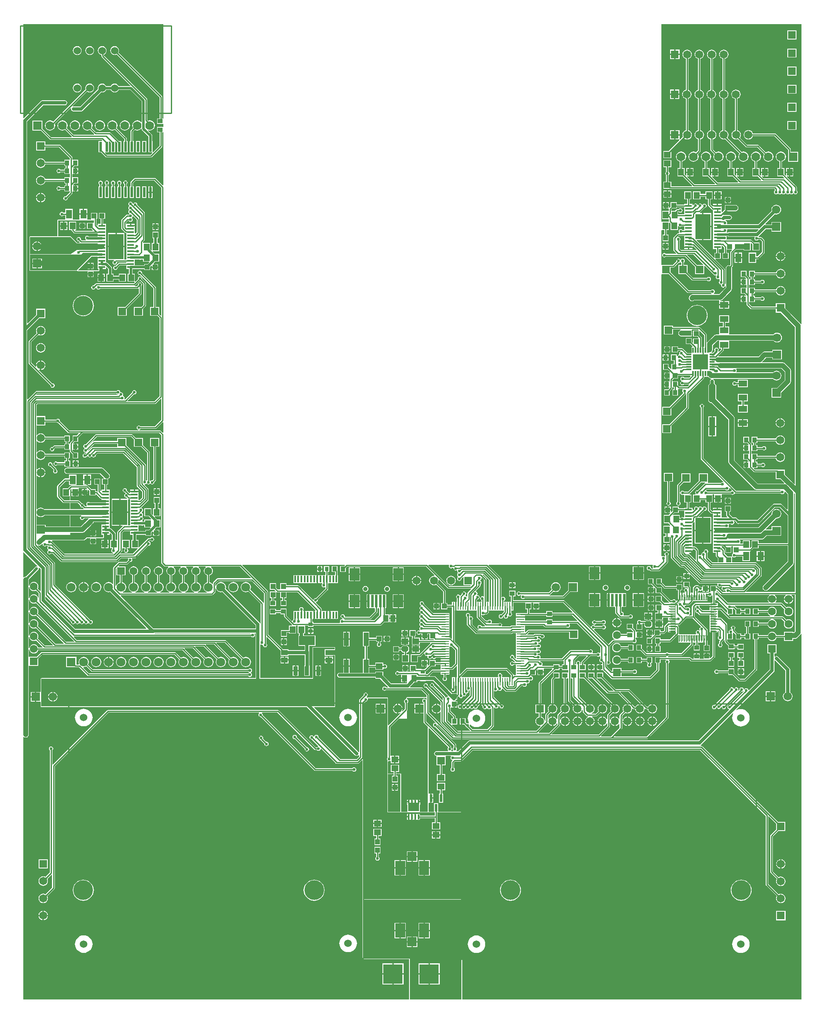
<source format=gtl>
G04*
G04 #@! TF.GenerationSoftware,Altium Limited,Altium NEXUS,2.1.5 (53)*
G04*
G04 Layer_Physical_Order=1*
G04 Layer_Color=255*
%FSLAX44Y44*%
%MOMM*%
G71*
G01*
G75*
%ADD15C,0.2540*%
%ADD18C,0.5000*%
%ADD19C,0.0762*%
%ADD21C,0.0254*%
%ADD22R,1.2000X1.4000*%
%ADD23R,0.3480X1.3970*%
%ADD24R,0.9000X1.0000*%
%ADD25R,1.4000X1.2000*%
%ADD26R,1.0000X2.7500*%
%ADD27R,1.0000X1.0000*%
%ADD28R,1.5600X0.2800*%
%ADD29R,0.2800X1.5600*%
G04:AMPARAMS|DCode=30|XSize=1.4mm|YSize=1.15mm|CornerRadius=0mm|HoleSize=0mm|Usage=FLASHONLY|Rotation=180.000|XOffset=0mm|YOffset=0mm|HoleType=Round|Shape=Octagon|*
%AMOCTAGOND30*
4,1,8,-0.7000,0.2875,-0.7000,-0.2875,-0.4125,-0.5750,0.4125,-0.5750,0.7000,-0.2875,0.7000,0.2875,0.4125,0.5750,-0.4125,0.5750,-0.7000,0.2875,0.0*
%
%ADD30OCTAGOND30*%

%ADD31R,1.4000X1.1500*%
%ADD32R,1.0000X1.0000*%
%ADD33R,0.9000X0.8000*%
%ADD34R,1.0000X1.4000*%
%ADD35R,1.0000X0.9000*%
%ADD36R,2.0000X2.5000*%
%ADD37R,0.5000X2.5000*%
%ADD38R,1.1000X1.4000*%
%ADD39R,0.8000X0.9000*%
%ADD40R,1.0000X1.1000*%
%ADD41R,3.1496X3.1496*%
%ADD42R,1.0668X0.3048*%
%ADD43R,0.3048X1.0668*%
%ADD44R,1.8000X1.3000*%
G04:AMPARAMS|DCode=45|XSize=3.8mm|YSize=1.3mm|CornerRadius=0mm|HoleSize=0mm|Usage=FLASHONLY|Rotation=270.000|XOffset=0mm|YOffset=0mm|HoleType=Round|Shape=Octagon|*
%AMOCTAGOND45*
4,1,8,-0.3250,-1.9000,0.3250,-1.9000,0.6500,-1.5750,0.6500,1.5750,0.3250,1.9000,-0.3250,1.9000,-0.6500,1.5750,-0.6500,-1.5750,-0.3250,-1.9000,0.0*
%
%ADD45OCTAGOND45*%

%ADD46R,1.3000X3.8000*%
%ADD47R,0.6000X2.0600*%
%ADD48R,0.0770X0.2500*%
%ADD49R,2.2350X1.7250*%
%ADD50R,0.4050X0.5100*%
%ADD51R,0.4050X0.9900*%
%ADD52R,2.0000X2.9000*%
%ADD53R,1.9000X1.9000*%
%ADD54R,0.6100X1.6100*%
%ADD55R,0.9000X1.8600*%
%ADD56R,3.1900X1.8600*%
%ADD57R,1.4000X1.1000*%
%ADD58R,3.1000X5.1800*%
%ADD59R,1.4750X0.4500*%
%ADD60R,1.3000X1.8000*%
%ADD61R,1.4620X0.2394*%
%ADD62R,0.2394X1.4620*%
%ADD120C,0.4000*%
%ADD121C,1.0000*%
%ADD122C,0.7000*%
%ADD123C,4.0000*%
%ADD124C,1.5240*%
%ADD125R,1.8000X1.8000*%
%ADD126C,1.8000*%
%ADD127R,1.6500X1.6500*%
%ADD128C,1.6500*%
%ADD129R,1.6000X1.6000*%
%ADD130R,1.6500X1.6500*%
%ADD131R,1.6000X1.6000*%
%ADD132R,1.7000X1.7000*%
%ADD133C,1.7000*%
%ADD134R,1.7000X1.7000*%
%ADD135C,0.9000*%
%ADD136C,1.6000*%
%ADD137R,1.7780X1.7780*%
%ADD138C,1.7780*%
%ADD139R,4.0000X4.0000*%
%ADD140C,0.6000*%
G36*
X292767Y1801160D02*
X290880D01*
Y1844802D01*
X290683Y1845793D01*
X290121Y1846633D01*
X201679Y1935076D01*
X202463Y1936969D01*
X202769Y1939290D01*
X202463Y1941611D01*
X201567Y1943773D01*
X200142Y1945630D01*
X198285Y1947055D01*
X196123Y1947951D01*
X193802Y1948257D01*
X191481Y1947951D01*
X189319Y1947055D01*
X187462Y1945630D01*
X186037Y1943773D01*
X185141Y1941611D01*
X184835Y1939290D01*
X185141Y1936969D01*
X186037Y1934807D01*
X187462Y1932950D01*
X189319Y1931525D01*
X191481Y1930629D01*
X193802Y1930323D01*
X196123Y1930629D01*
X198016Y1931413D01*
X285700Y1843729D01*
Y1801160D01*
X280242D01*
Y1789620D01*
X292767D01*
Y1784160D01*
X280242D01*
Y1772620D01*
X285700D01*
Y1746053D01*
X272240Y1732592D01*
X270970Y1733118D01*
Y1755280D01*
X270544D01*
Y1765775D01*
X270251Y1767246D01*
X269418Y1768493D01*
X269418Y1768493D01*
X261952Y1775959D01*
X262672Y1777035D01*
X262778Y1776991D01*
X265430Y1776642D01*
X268082Y1776991D01*
X270554Y1778015D01*
X272676Y1779644D01*
X274305Y1781766D01*
X275329Y1784238D01*
X275678Y1786890D01*
X275329Y1789542D01*
X274305Y1792014D01*
X272676Y1794136D01*
X270554Y1795765D01*
X268082Y1796788D01*
X265430Y1797138D01*
X262778Y1796788D01*
X262111Y1796512D01*
X260360Y1798263D01*
Y1839778D01*
X260163Y1840769D01*
X259601Y1841609D01*
X172277Y1928933D01*
Y1931273D01*
X172885Y1931525D01*
X174742Y1932950D01*
X176167Y1934807D01*
X177063Y1936969D01*
X177369Y1939290D01*
X177063Y1941611D01*
X176167Y1943773D01*
X174742Y1945630D01*
X172885Y1947055D01*
X170723Y1947951D01*
X168402Y1948257D01*
X166081Y1947951D01*
X163919Y1947055D01*
X162062Y1945630D01*
X160637Y1943773D01*
X159741Y1941611D01*
X159435Y1939290D01*
X159741Y1936969D01*
X160637Y1934807D01*
X162062Y1932950D01*
X163919Y1931525D01*
X166081Y1930629D01*
X167098Y1930495D01*
Y1927860D01*
X167295Y1926869D01*
X167856Y1926029D01*
X225778Y1868107D01*
X225292Y1866934D01*
X201832D01*
X201567Y1867573D01*
X200142Y1869430D01*
X198285Y1870855D01*
X196123Y1871751D01*
X193802Y1872057D01*
X191481Y1871751D01*
X189319Y1870855D01*
X187462Y1869430D01*
X186037Y1867573D01*
X185772Y1866934D01*
X176432D01*
X176167Y1867573D01*
X174742Y1869430D01*
X172885Y1870855D01*
X170723Y1871751D01*
X168402Y1872057D01*
X166081Y1871751D01*
X163919Y1870855D01*
X162062Y1869430D01*
X160637Y1867573D01*
X159741Y1865411D01*
X159435Y1863090D01*
X159678Y1861244D01*
X123715Y1825281D01*
X109728D01*
X109220Y1825181D01*
X107813Y1826195D01*
X107776Y1826488D01*
X137440Y1856152D01*
X138519Y1855325D01*
X140681Y1854429D01*
X143002Y1854123D01*
X145323Y1854429D01*
X147485Y1855325D01*
X149342Y1856750D01*
X150767Y1858607D01*
X151663Y1860769D01*
X151969Y1863090D01*
X151663Y1865411D01*
X150767Y1867573D01*
X149342Y1869430D01*
X147485Y1870855D01*
X145323Y1871751D01*
X143002Y1872057D01*
X140681Y1871751D01*
X138519Y1870855D01*
X136662Y1869430D01*
X135237Y1867573D01*
X134341Y1865411D01*
X134035Y1863090D01*
X134341Y1860769D01*
X134456Y1860492D01*
X68697Y1794734D01*
X67354Y1795765D01*
X64882Y1796788D01*
X62230Y1797138D01*
X59578Y1796788D01*
X57106Y1795765D01*
X54984Y1794136D01*
X53355Y1792014D01*
X52332Y1789542D01*
X51982Y1786890D01*
X52332Y1784238D01*
X53355Y1781766D01*
X54984Y1779644D01*
X57106Y1778015D01*
X59578Y1776991D01*
X62230Y1776642D01*
X64882Y1776991D01*
X67354Y1778015D01*
X69476Y1779644D01*
X71105Y1781766D01*
X72129Y1784238D01*
X72478Y1786890D01*
X72129Y1789542D01*
X71748Y1790460D01*
X103658Y1822370D01*
X103951Y1822333D01*
X104965Y1820926D01*
X104865Y1820418D01*
X105235Y1818557D01*
X106289Y1816979D01*
X107867Y1815925D01*
X109728Y1815555D01*
X125730D01*
X125730Y1815555D01*
X127591Y1815925D01*
X129169Y1816979D01*
X166556Y1854366D01*
X168402Y1854123D01*
X170723Y1854429D01*
X172885Y1855325D01*
X174742Y1856750D01*
X176167Y1858607D01*
X176432Y1859246D01*
X185772D01*
X186037Y1858607D01*
X187462Y1856750D01*
X189319Y1855325D01*
X191481Y1854429D01*
X193802Y1854123D01*
X196123Y1854429D01*
X198285Y1855325D01*
X200142Y1856750D01*
X201567Y1858607D01*
X201832Y1859246D01*
X225738D01*
X248886Y1836098D01*
Y1794014D01*
X247684Y1793605D01*
X247276Y1794136D01*
X245154Y1795765D01*
X242682Y1796788D01*
X240030Y1797138D01*
X237378Y1796788D01*
X234906Y1795765D01*
X232784Y1794136D01*
X231155Y1792014D01*
X230131Y1789542D01*
X229782Y1786890D01*
X230131Y1784238D01*
X231155Y1781766D01*
X231194Y1781716D01*
X226769Y1777291D01*
X226207Y1776451D01*
X226010Y1775460D01*
Y1755280D01*
X224330D01*
Y1732140D01*
X232870D01*
Y1755280D01*
X231190D01*
Y1774387D01*
X234856Y1778054D01*
X234906Y1778015D01*
X237378Y1776991D01*
X240030Y1776642D01*
X242682Y1776991D01*
X245154Y1778015D01*
X247276Y1779644D01*
X247684Y1780175D01*
X248571Y1779873D01*
X248900Y1779674D01*
X249179Y1778274D01*
X250012Y1777027D01*
X262856Y1764183D01*
Y1755280D01*
X262430D01*
Y1732140D01*
X269991D01*
X270518Y1730870D01*
X266897Y1727250D01*
X177923D01*
X174303Y1730870D01*
X174828Y1732140D01*
X182070D01*
Y1753981D01*
X183340Y1754507D01*
X186230Y1751617D01*
Y1732140D01*
X194770D01*
Y1753981D01*
X196040Y1754507D01*
X198930Y1751617D01*
Y1732140D01*
X207470D01*
Y1755280D01*
X202593D01*
X185661Y1772211D01*
X184821Y1772773D01*
X183830Y1772970D01*
X156013D01*
X147266Y1781716D01*
X147305Y1781766D01*
X148329Y1784238D01*
X148678Y1786890D01*
X148329Y1789542D01*
X147305Y1792014D01*
X145676Y1794136D01*
X143554Y1795765D01*
X141082Y1796788D01*
X138430Y1797138D01*
X135778Y1796788D01*
X133306Y1795765D01*
X131184Y1794136D01*
X129555Y1792014D01*
X128532Y1789542D01*
X128182Y1786890D01*
X128532Y1784238D01*
X129555Y1781766D01*
X131184Y1779644D01*
X133306Y1778015D01*
X135778Y1776991D01*
X138430Y1776642D01*
X141082Y1776991D01*
X143554Y1778015D01*
X143604Y1778054D01*
X152498Y1769160D01*
X151972Y1767890D01*
X110293D01*
X96466Y1781716D01*
X96505Y1781766D01*
X97528Y1784238D01*
X97878Y1786890D01*
X97528Y1789542D01*
X96505Y1792014D01*
X94876Y1794136D01*
X92754Y1795765D01*
X90282Y1796788D01*
X87630Y1797138D01*
X84978Y1796788D01*
X82506Y1795765D01*
X80384Y1794136D01*
X78755Y1792014D01*
X77731Y1789542D01*
X77382Y1786890D01*
X77731Y1784238D01*
X78755Y1781766D01*
X80384Y1779644D01*
X82506Y1778015D01*
X84978Y1776991D01*
X87630Y1776642D01*
X90282Y1776991D01*
X92754Y1778015D01*
X92804Y1778054D01*
X106778Y1764080D01*
X106252Y1762810D01*
X64573D01*
X46990Y1780392D01*
Y1797050D01*
X26670D01*
Y1776730D01*
X43327D01*
X61669Y1758389D01*
X62509Y1757827D01*
X63500Y1757630D01*
X167517D01*
X168598Y1756550D01*
X168071Y1755280D01*
X160830D01*
Y1732140D01*
X165707D01*
X175019Y1722829D01*
X175859Y1722267D01*
X176850Y1722070D01*
X267970D01*
X268961Y1722267D01*
X269801Y1722829D01*
X290121Y1743149D01*
X290683Y1743989D01*
X290880Y1744980D01*
Y1772620D01*
X292767D01*
Y1665561D01*
X291593Y1665075D01*
X277421Y1679247D01*
X276581Y1679809D01*
X275590Y1680006D01*
X235204D01*
X234213Y1679809D01*
X233373Y1679247D01*
X226769Y1672643D01*
X226207Y1671803D01*
X226010Y1670812D01*
Y1662480D01*
X224330D01*
Y1639340D01*
X232870D01*
Y1662480D01*
X231190D01*
Y1669739D01*
X236277Y1674826D01*
X274517D01*
X288970Y1660374D01*
Y1400372D01*
X287796Y1399886D01*
X284860Y1402823D01*
Y1417700D01*
X278180D01*
Y1456436D01*
X277983Y1457427D01*
X277421Y1458267D01*
X249391Y1486297D01*
X249464Y1486662D01*
X249132Y1488328D01*
X248188Y1489740D01*
X246776Y1490684D01*
X245110Y1491016D01*
X243444Y1490684D01*
X242031Y1489740D01*
X241088Y1488328D01*
X240756Y1486662D01*
X241088Y1484996D01*
X242031Y1483584D01*
X243444Y1482640D01*
X245110Y1482308D01*
X245898Y1482465D01*
X273000Y1455363D01*
Y1417700D01*
X266320D01*
Y1399160D01*
X281197D01*
X285160Y1395198D01*
Y1235767D01*
X274525Y1225132D01*
X220042D01*
X219556Y1226305D01*
X232722Y1239472D01*
X233934Y1239230D01*
X235600Y1239562D01*
X237013Y1240506D01*
X237956Y1241918D01*
X238288Y1243584D01*
X237956Y1245250D01*
X237013Y1246663D01*
X235600Y1247606D01*
X233934Y1247938D01*
X232268Y1247606D01*
X230856Y1246663D01*
X229912Y1245250D01*
X229598Y1243672D01*
X215200Y1229274D01*
X214499Y1229348D01*
X214274Y1229559D01*
X213639Y1230599D01*
X213896Y1231892D01*
X213564Y1233558D01*
X212621Y1234971D01*
X211208Y1235914D01*
X210956Y1235965D01*
X210470Y1237138D01*
X210778Y1237600D01*
X211110Y1239266D01*
X210778Y1240932D01*
X209834Y1242345D01*
X208422Y1243288D01*
X206756Y1243620D01*
X205697Y1243409D01*
X205268Y1243838D01*
X204936Y1245504D01*
X203993Y1246917D01*
X202580Y1247860D01*
X200914Y1248192D01*
X199248Y1247860D01*
X197836Y1246917D01*
X197509Y1246428D01*
X34727D01*
X33736Y1246231D01*
X32896Y1245669D01*
X16906Y1229680D01*
X15733Y1230166D01*
Y1369735D01*
X40538Y1394540D01*
X52700D01*
Y1413580D01*
X33660D01*
Y1401418D01*
X16906Y1384664D01*
X15733Y1385150D01*
Y1794729D01*
X49005Y1828001D01*
X92456D01*
X94317Y1828371D01*
X95895Y1829425D01*
X96949Y1831003D01*
X97319Y1832864D01*
X96949Y1834725D01*
X95895Y1836303D01*
X94317Y1837357D01*
X92456Y1837727D01*
X46990D01*
X46990Y1837728D01*
X45129Y1837357D01*
X43551Y1836303D01*
X43551Y1836303D01*
X8606Y1801358D01*
X7432Y1801844D01*
X7432Y1992667D01*
X292767Y1992667D01*
X292767Y1801160D01*
D02*
G37*
G36*
X1353895Y1613380D02*
Y1606490D01*
X1341388D01*
Y1610854D01*
X1342658Y1610897D01*
X1342867Y1610583D01*
X1344280Y1609640D01*
X1345946Y1609308D01*
X1347612Y1609640D01*
X1349025Y1610583D01*
X1349968Y1611996D01*
X1350300Y1613662D01*
X1349968Y1615328D01*
X1349025Y1616741D01*
X1347612Y1617684D01*
X1345946Y1618016D01*
X1344280Y1617684D01*
X1342867Y1616741D01*
X1342541Y1616252D01*
X1339596D01*
X1338605Y1616055D01*
X1337765Y1615493D01*
X1334805Y1612534D01*
X1327986D01*
Y1616043D01*
X1330002Y1618060D01*
X1338880D01*
Y1620810D01*
X1353895D01*
Y1613380D01*
D02*
G37*
G36*
X1592767Y1382472D02*
X1592351Y1382323D01*
X1591497Y1382261D01*
X1590242Y1384138D01*
X1559520Y1414861D01*
Y1424860D01*
X1540480D01*
Y1417930D01*
X1491747D01*
X1485950Y1423727D01*
Y1426348D01*
X1486090Y1427560D01*
X1487220Y1427560D01*
X1497630D01*
Y1431494D01*
X1509673D01*
X1510000Y1431006D01*
X1511412Y1430062D01*
X1513078Y1429730D01*
X1514744Y1430062D01*
X1516156Y1431006D01*
X1517100Y1432418D01*
X1517432Y1434084D01*
X1517100Y1435750D01*
X1516156Y1437162D01*
X1514744Y1438106D01*
X1513078Y1438438D01*
X1511412Y1438106D01*
X1510000Y1437162D01*
X1509673Y1436674D01*
X1497630D01*
Y1440100D01*
X1494450D01*
Y1444070D01*
X1497630D01*
Y1447750D01*
X1540768D01*
X1541684Y1445539D01*
X1543210Y1443550D01*
X1545199Y1442024D01*
X1547515Y1441065D01*
X1550000Y1440738D01*
X1552485Y1441065D01*
X1554801Y1442024D01*
X1556790Y1443550D01*
X1558316Y1445539D01*
X1559275Y1447855D01*
X1559602Y1450340D01*
X1559275Y1452825D01*
X1558316Y1455141D01*
X1556790Y1457130D01*
X1554801Y1458656D01*
X1552485Y1459615D01*
X1550000Y1459942D01*
X1547515Y1459615D01*
X1545199Y1458656D01*
X1543210Y1457130D01*
X1541684Y1455141D01*
X1540768Y1452930D01*
X1497630D01*
Y1456610D01*
X1486090Y1456610D01*
X1485950Y1457822D01*
Y1460638D01*
X1486090Y1461850D01*
X1487220Y1461850D01*
X1497630D01*
Y1465784D01*
X1509673D01*
X1510000Y1465296D01*
X1511412Y1464352D01*
X1513078Y1464020D01*
X1514744Y1464352D01*
X1516156Y1465296D01*
X1517100Y1466708D01*
X1517432Y1468374D01*
X1517100Y1470040D01*
X1516156Y1471452D01*
X1514744Y1472396D01*
X1513078Y1472728D01*
X1511412Y1472396D01*
X1510000Y1471452D01*
X1509673Y1470964D01*
X1497630D01*
Y1474390D01*
X1494450D01*
Y1478360D01*
X1497630D01*
Y1482750D01*
X1540768D01*
X1541684Y1480539D01*
X1543210Y1478550D01*
X1545199Y1477024D01*
X1547515Y1476065D01*
X1550000Y1475738D01*
X1552485Y1476065D01*
X1554801Y1477024D01*
X1556790Y1478550D01*
X1558316Y1480539D01*
X1559275Y1482855D01*
X1559602Y1485340D01*
X1559275Y1487825D01*
X1558316Y1490141D01*
X1556790Y1492130D01*
X1554801Y1493656D01*
X1552485Y1494615D01*
X1550000Y1494942D01*
X1547515Y1494615D01*
X1545199Y1493656D01*
X1543210Y1492130D01*
X1541684Y1490141D01*
X1540768Y1487930D01*
X1497630D01*
Y1490900D01*
X1486090D01*
Y1478360D01*
X1489270D01*
Y1475288D01*
X1488372Y1474390D01*
X1486090Y1474390D01*
X1485950Y1475602D01*
Y1475630D01*
X1485753Y1476621D01*
X1485191Y1477461D01*
X1480630Y1482023D01*
Y1490900D01*
X1469090D01*
Y1478360D01*
X1476967D01*
X1479668Y1475660D01*
X1479142Y1474390D01*
X1476130D01*
Y1468120D01*
Y1461850D01*
X1480630Y1461850D01*
X1480770Y1460638D01*
Y1457822D01*
X1480630Y1456610D01*
X1469090D01*
Y1444070D01*
X1476967D01*
X1479668Y1441370D01*
X1479142Y1440100D01*
X1476130D01*
Y1433830D01*
Y1427560D01*
X1480630Y1427560D01*
X1480770Y1426348D01*
Y1422654D01*
X1480967Y1421663D01*
X1481529Y1420823D01*
X1488843Y1413509D01*
X1489683Y1412947D01*
X1490674Y1412750D01*
X1540480D01*
Y1405820D01*
X1550479D01*
X1579329Y1376970D01*
Y1057301D01*
X1578156Y1056815D01*
X1558920Y1076051D01*
Y1086050D01*
X1542670D01*
X1542420Y1086100D01*
X1497811D01*
X1495344Y1088567D01*
X1495830Y1089740D01*
X1503100D01*
Y1093166D01*
X1510943D01*
X1511270Y1092678D01*
X1512682Y1091734D01*
X1514348Y1091402D01*
X1516014Y1091734D01*
X1517426Y1092678D01*
X1518370Y1094090D01*
X1518702Y1095756D01*
X1518370Y1097422D01*
X1517426Y1098835D01*
X1516014Y1099778D01*
X1514348Y1100110D01*
X1512682Y1099778D01*
X1511270Y1098835D01*
X1510943Y1098346D01*
X1503100D01*
Y1102280D01*
X1499920D01*
Y1106250D01*
X1502710D01*
Y1108940D01*
X1540168D01*
X1541084Y1106729D01*
X1542610Y1104740D01*
X1544599Y1103214D01*
X1546915Y1102255D01*
X1549400Y1101928D01*
X1551885Y1102255D01*
X1554201Y1103214D01*
X1556190Y1104740D01*
X1557716Y1106729D01*
X1558675Y1109045D01*
X1559002Y1111530D01*
X1558675Y1114015D01*
X1557716Y1116331D01*
X1556190Y1118320D01*
X1554201Y1119846D01*
X1551885Y1120805D01*
X1549400Y1121132D01*
X1546915Y1120805D01*
X1544599Y1119846D01*
X1542610Y1118320D01*
X1541084Y1116331D01*
X1540168Y1114120D01*
X1502710D01*
Y1118790D01*
X1491284D01*
Y1124030D01*
X1502710D01*
Y1127134D01*
X1513150D01*
X1513477Y1126645D01*
X1514889Y1125701D01*
X1516555Y1125370D01*
X1518221Y1125701D01*
X1519633Y1126645D01*
X1520577Y1128057D01*
X1520909Y1129724D01*
X1520577Y1131390D01*
X1519633Y1132802D01*
X1518221Y1133746D01*
X1516555Y1134077D01*
X1514889Y1133746D01*
X1513477Y1132802D01*
X1513150Y1132313D01*
X1502710D01*
Y1136570D01*
X1499530D01*
Y1140540D01*
X1502710D01*
Y1144220D01*
X1540102D01*
X1540125Y1144045D01*
X1541084Y1141729D01*
X1542610Y1139740D01*
X1544599Y1138214D01*
X1546915Y1137255D01*
X1549400Y1136928D01*
X1551885Y1137255D01*
X1554201Y1138214D01*
X1556190Y1139740D01*
X1557716Y1141729D01*
X1558675Y1144045D01*
X1559002Y1146530D01*
X1558675Y1149015D01*
X1557716Y1151331D01*
X1556190Y1153320D01*
X1554201Y1154846D01*
X1551885Y1155805D01*
X1549400Y1156132D01*
X1546915Y1155805D01*
X1544599Y1154846D01*
X1542610Y1153320D01*
X1541084Y1151331D01*
X1540284Y1149400D01*
X1502710D01*
Y1153080D01*
X1491170D01*
Y1140540D01*
X1494350D01*
Y1136570D01*
X1491284D01*
Y1137556D01*
X1491087Y1138547D01*
X1490525Y1139387D01*
X1485710Y1144202D01*
Y1153080D01*
X1474170D01*
Y1140540D01*
X1482047D01*
X1484747Y1137840D01*
X1484221Y1136570D01*
X1481210D01*
Y1130300D01*
Y1124030D01*
X1485710Y1124030D01*
X1486104Y1122923D01*
Y1119897D01*
X1485710Y1118790D01*
X1474170D01*
Y1106250D01*
X1482047D01*
X1484844Y1103453D01*
X1484358Y1102280D01*
X1481600D01*
Y1096010D01*
Y1089740D01*
X1486100D01*
Y1089740D01*
X1487216Y1089369D01*
X1494907Y1081679D01*
X1495747Y1081117D01*
X1496738Y1080920D01*
X1539880D01*
Y1067010D01*
X1549879D01*
X1557786Y1059103D01*
X1557260Y1057833D01*
X1503654D01*
X1456687Y1104799D01*
Y1190236D01*
X1456201Y1192682D01*
X1454815Y1194756D01*
X1418740Y1230831D01*
Y1258445D01*
X1415833Y1261351D01*
Y1265428D01*
X1415463Y1267289D01*
X1414409Y1268867D01*
X1412831Y1269921D01*
X1412650Y1269957D01*
X1412776Y1271227D01*
X1534371D01*
X1534812Y1270652D01*
X1536853Y1269086D01*
X1539229Y1268102D01*
X1541780Y1267766D01*
X1544330Y1268102D01*
X1546707Y1269086D01*
X1548748Y1270652D01*
X1550314Y1272693D01*
X1551299Y1275070D01*
X1551634Y1277620D01*
X1551299Y1280170D01*
X1550314Y1282547D01*
X1548748Y1284588D01*
X1546707Y1286154D01*
X1544330Y1287139D01*
X1541780Y1287474D01*
X1539229Y1287139D01*
X1536853Y1286154D01*
X1534812Y1284588D01*
X1534371Y1284013D01*
X1459962D01*
X1459479Y1285283D01*
X1460204Y1286368D01*
X1460536Y1288034D01*
X1460204Y1289700D01*
X1459649Y1290531D01*
X1460328Y1291801D01*
X1551578D01*
X1558501Y1284878D01*
Y1268382D01*
X1542509Y1252390D01*
X1532010D01*
Y1232850D01*
X1551550D01*
Y1243349D01*
X1569414Y1261214D01*
X1570800Y1263288D01*
X1571287Y1265734D01*
Y1287526D01*
X1570800Y1289972D01*
X1569414Y1292046D01*
X1558746Y1302714D01*
X1556672Y1304100D01*
X1554226Y1304587D01*
X1512856D01*
X1512510Y1305857D01*
X1520350Y1313697D01*
X1533280D01*
Y1310320D01*
X1552820D01*
Y1329860D01*
X1533280D01*
Y1326483D01*
X1517702D01*
X1515255Y1325996D01*
X1513182Y1324610D01*
X1505096Y1316525D01*
X1423588D01*
X1423062Y1317795D01*
X1433380Y1328113D01*
X1433941Y1328953D01*
X1434139Y1329944D01*
Y1332820D01*
X1445370D01*
Y1348360D01*
X1446500Y1348697D01*
X1535641D01*
X1536082Y1348122D01*
X1538123Y1346556D01*
X1540500Y1345571D01*
X1543050Y1345236D01*
X1545600Y1345571D01*
X1547977Y1346556D01*
X1550018Y1348122D01*
X1551584Y1350163D01*
X1552569Y1352540D01*
X1552904Y1355090D01*
X1552569Y1357641D01*
X1551584Y1360017D01*
X1550018Y1362058D01*
X1547977Y1363624D01*
X1545600Y1364608D01*
X1543050Y1364944D01*
X1540500Y1364608D01*
X1538123Y1363624D01*
X1536082Y1362058D01*
X1535641Y1361483D01*
X1446500D01*
X1445370Y1361820D01*
X1445370Y1362753D01*
Y1377360D01*
X1437690D01*
Y1384890D01*
X1445370D01*
Y1400430D01*
X1424830D01*
Y1384890D01*
X1432510D01*
Y1377360D01*
X1424830D01*
X1424830Y1361820D01*
X1423700Y1361483D01*
X1419098D01*
X1416651Y1360996D01*
X1414578Y1359610D01*
X1401116Y1346148D01*
X1400606Y1345385D01*
X1399336Y1345771D01*
Y1361186D01*
X1399139Y1362177D01*
X1398577Y1363017D01*
X1385877Y1375717D01*
X1385037Y1376279D01*
X1384046Y1376476D01*
X1331340D01*
Y1379600D01*
X1312800D01*
Y1361060D01*
X1331340D01*
Y1371296D01*
X1346364D01*
X1346490Y1370026D01*
X1345786Y1369886D01*
X1343712Y1368500D01*
X1342326Y1366426D01*
X1341839Y1363980D01*
X1342326Y1361534D01*
X1343712Y1359460D01*
X1345786Y1358074D01*
X1348232Y1357587D01*
X1356948D01*
Y1357582D01*
X1362600D01*
X1363218Y1357459D01*
X1363836Y1357582D01*
X1369488D01*
Y1363234D01*
X1369611Y1363852D01*
X1369488Y1364469D01*
Y1370026D01*
X1369488Y1370122D01*
X1369719Y1371296D01*
X1382646D01*
X1383192Y1370597D01*
X1382638Y1369360D01*
X1371934D01*
Y1356820D01*
X1380811D01*
X1383002Y1354630D01*
X1382475Y1353360D01*
X1371934D01*
Y1344874D01*
X1370761Y1344388D01*
X1369488Y1345661D01*
Y1354122D01*
X1356948D01*
Y1341582D01*
X1366242D01*
X1370864Y1336959D01*
X1370378Y1335786D01*
X1369060D01*
Y1323340D01*
X1360276D01*
X1350825Y1332791D01*
X1349985Y1333353D01*
X1348994Y1333550D01*
X1341420D01*
Y1337230D01*
X1328880D01*
Y1324690D01*
X1341420D01*
Y1328370D01*
X1345893D01*
X1346058Y1327108D01*
X1344646Y1326165D01*
X1343702Y1324752D01*
X1343370Y1323086D01*
X1343702Y1321420D01*
X1343036Y1320131D01*
X1342358Y1319996D01*
X1340946Y1319052D01*
X1340002Y1317640D01*
X1339960Y1317430D01*
X1338690Y1317555D01*
Y1320720D01*
X1327150D01*
Y1308180D01*
X1333060D01*
Y1301670D01*
X1327594D01*
Y1291278D01*
X1326421Y1290792D01*
X1322134Y1295078D01*
Y1301670D01*
X1310594D01*
Y1289130D01*
X1320757D01*
X1324727Y1285160D01*
X1324202Y1283890D01*
X1320420D01*
Y1277620D01*
Y1271350D01*
X1323840D01*
X1324652Y1270080D01*
X1324560Y1269620D01*
Y1267322D01*
X1324420Y1266110D01*
X1323290Y1266110D01*
X1319920D01*
Y1259840D01*
X1318650D01*
D01*
X1319920D01*
Y1253570D01*
X1322932D01*
X1323458Y1252300D01*
X1320757Y1249600D01*
X1312880D01*
Y1237060D01*
X1324420D01*
Y1245938D01*
X1328981Y1250499D01*
X1329543Y1251339D01*
X1329740Y1252330D01*
Y1252358D01*
X1329880Y1253570D01*
X1333060D01*
Y1249600D01*
X1329880D01*
Y1237060D01*
X1341420D01*
Y1249314D01*
X1342349Y1250424D01*
X1342508Y1250392D01*
X1350178D01*
X1350856Y1249122D01*
X1350306Y1248298D01*
X1349974Y1246632D01*
X1350306Y1244966D01*
X1351250Y1243553D01*
X1351356Y1243482D01*
X1351455Y1242087D01*
X1323867Y1214500D01*
X1308990D01*
Y1195960D01*
X1327530D01*
Y1210837D01*
X1356159Y1239467D01*
X1356721Y1240307D01*
X1356918Y1241298D01*
Y1241942D01*
X1356945Y1241961D01*
X1358215Y1241305D01*
Y1213288D01*
X1323867Y1178940D01*
X1308990D01*
Y1160400D01*
X1327530D01*
Y1175277D01*
X1362636Y1210384D01*
X1363198Y1211224D01*
X1363395Y1212215D01*
Y1241622D01*
X1393497Y1271725D01*
X1394059Y1272565D01*
X1394256Y1273556D01*
Y1275334D01*
X1402531D01*
X1404766Y1273100D01*
X1406840Y1271714D01*
X1409286Y1271227D01*
X1409290Y1269957D01*
X1409109Y1269921D01*
X1407531Y1268867D01*
X1406477Y1267289D01*
X1406107Y1265428D01*
Y1261351D01*
X1403200Y1258445D01*
Y1225675D01*
X1407085Y1221790D01*
X1409699D01*
X1443902Y1187588D01*
Y1102151D01*
X1444388Y1099705D01*
X1445774Y1097631D01*
X1496486Y1046920D01*
X1498560Y1045534D01*
X1501006Y1045047D01*
X1549690D01*
X1550327Y1043777D01*
X1549917Y1043228D01*
X1459501D01*
X1392520Y1110210D01*
Y1212127D01*
X1393008Y1212454D01*
X1393952Y1213866D01*
X1394283Y1215532D01*
X1393952Y1217198D01*
X1393008Y1218611D01*
X1391596Y1219554D01*
X1389930Y1219886D01*
X1388264Y1219554D01*
X1386851Y1218611D01*
X1385907Y1217198D01*
X1385576Y1215532D01*
X1385907Y1213866D01*
X1386851Y1212454D01*
X1387340Y1212127D01*
Y1109137D01*
X1387537Y1108146D01*
X1388098Y1107306D01*
X1433828Y1061576D01*
X1433134Y1060474D01*
X1431798Y1060740D01*
X1430132Y1060408D01*
X1428719Y1059464D01*
X1428393Y1058976D01*
X1402884D01*
X1402460Y1060070D01*
X1402460Y1060246D01*
Y1078610D01*
X1383920D01*
Y1063733D01*
X1361637Y1041450D01*
X1353669D01*
X1353342Y1041938D01*
X1351930Y1042882D01*
X1350264Y1043214D01*
X1348598Y1042882D01*
X1347186Y1041938D01*
X1346242Y1040526D01*
X1346065Y1039636D01*
X1345996Y1039289D01*
X1344726Y1039415D01*
Y1052773D01*
X1352023Y1060070D01*
X1366900D01*
Y1078610D01*
X1348360D01*
Y1063733D01*
X1340305Y1055677D01*
X1339743Y1054837D01*
X1339546Y1053846D01*
Y1020675D01*
X1339057Y1020349D01*
X1338114Y1018936D01*
X1337782Y1017270D01*
X1338114Y1015604D01*
X1339057Y1014192D01*
X1340470Y1013248D01*
X1342136Y1012916D01*
X1343802Y1013248D01*
X1345215Y1014192D01*
X1346158Y1015604D01*
X1346490Y1017270D01*
X1346158Y1018936D01*
X1345215Y1020349D01*
X1344726Y1020675D01*
Y1038306D01*
X1345996Y1038431D01*
X1346065Y1038084D01*
X1346242Y1037194D01*
X1347186Y1035781D01*
X1348598Y1034838D01*
X1350264Y1034506D01*
X1351930Y1034838D01*
X1352790Y1035412D01*
X1354060Y1034743D01*
Y1019160D01*
X1358800D01*
Y1008240D01*
X1353725D01*
Y1007310D01*
X1342690D01*
Y1010840D01*
X1330150D01*
Y1001963D01*
X1327863Y999676D01*
X1326690Y1000162D01*
Y1003300D01*
X1321690D01*
Y998300D01*
X1324828D01*
X1325314Y997127D01*
X1322319Y994131D01*
X1322091Y993790D01*
X1312150D01*
Y977250D01*
X1321749D01*
X1321757Y977209D01*
X1322319Y976369D01*
X1325217Y973470D01*
X1324691Y972200D01*
X1311388D01*
Y955660D01*
X1315670D01*
Y950498D01*
X1311736D01*
Y936958D01*
X1324276D01*
Y948716D01*
X1325546Y948841D01*
X1325573Y948707D01*
X1326517Y947294D01*
X1327005Y946968D01*
Y907449D01*
X1327202Y906458D01*
X1327764Y905618D01*
X1344943Y888439D01*
X1345783Y887877D01*
X1346774Y887680D01*
X1351477D01*
X1362908Y876249D01*
X1362422Y875076D01*
X1359916D01*
Y870576D01*
X1364916D01*
Y872582D01*
X1366089Y873068D01*
X1384295Y854863D01*
X1385135Y854301D01*
X1386126Y854104D01*
X1421191D01*
X1421789Y852984D01*
X1421680Y852820D01*
X1421348Y851154D01*
X1421680Y849488D01*
X1422623Y848075D01*
X1424036Y847132D01*
X1425702Y846800D01*
X1427368Y847132D01*
X1428781Y848075D01*
X1429107Y848564D01*
X1430698D01*
X1431193Y847294D01*
X1430478Y846224D01*
X1430147Y844558D01*
X1430478Y842892D01*
X1431422Y841480D01*
X1432834Y840536D01*
X1434500Y840204D01*
X1436167Y840536D01*
X1436987Y841084D01*
X1438130Y840320D01*
X1438112Y840232D01*
X1438444Y838566D01*
X1438655Y838250D01*
X1437976Y836980D01*
X1431601D01*
X1422961Y845619D01*
X1422121Y846181D01*
X1421130Y846378D01*
X1419652D01*
Y850312D01*
X1407112D01*
Y837814D01*
X1407089Y837439D01*
X1406144Y836712D01*
X1404478Y836380D01*
X1403065Y835436D01*
X1401714Y835460D01*
X1401567Y835604D01*
Y835604D01*
X1397837D01*
X1396633Y835604D01*
Y835604D01*
X1396567D01*
X1396567Y835604D01*
X1391633Y835604D01*
X1390363Y835604D01*
X1386633Y835604D01*
X1385363Y835604D01*
X1381750D01*
Y837804D01*
X1382718Y838451D01*
X1383662Y839863D01*
X1384995Y840055D01*
X1385428Y839766D01*
X1387094Y839434D01*
X1388760Y839766D01*
X1389842Y840489D01*
X1391112Y840004D01*
Y837772D01*
X1396112D01*
Y844042D01*
Y850312D01*
X1391112D01*
Y847572D01*
X1389842Y847087D01*
X1388760Y847810D01*
X1387094Y848142D01*
X1385882Y847900D01*
X1383360Y850422D01*
X1382520Y850984D01*
X1381529Y851181D01*
X1377386D01*
X1376394Y850984D01*
X1375554Y850422D01*
X1372269Y847137D01*
X1371707Y846297D01*
X1371510Y845306D01*
Y835604D01*
X1366763D01*
Y846779D01*
X1366566Y847770D01*
X1366004Y848610D01*
X1364916Y849698D01*
Y858076D01*
X1352376D01*
Y846536D01*
X1360563D01*
X1361471Y845563D01*
X1361371Y844611D01*
X1360260Y844118D01*
X1359296Y844762D01*
X1357630Y845094D01*
X1355964Y844762D01*
X1354552Y843819D01*
X1353608Y842406D01*
X1353276Y840740D01*
X1353608Y839074D01*
X1354552Y837662D01*
X1355730Y836874D01*
X1355566Y835721D01*
X1355519Y835604D01*
X1352837D01*
X1351633Y835604D01*
Y835604D01*
X1351567D01*
Y835604D01*
X1350370D01*
Y827024D01*
X1347830D01*
Y835604D01*
X1346690D01*
Y840440D01*
X1349930D01*
Y852980D01*
X1337390D01*
Y849300D01*
X1315513D01*
X1308400Y856413D01*
Y864790D01*
X1296860D01*
Y852250D01*
X1305237D01*
X1312609Y844879D01*
X1313449Y844317D01*
X1314440Y844120D01*
X1337390D01*
Y840440D01*
X1341510D01*
Y827024D01*
Y822130D01*
X1338454Y819073D01*
X1337076Y819491D01*
X1337014Y819800D01*
X1336071Y821212D01*
X1334658Y822156D01*
X1332992Y822488D01*
X1331326Y822156D01*
X1329913Y821212D01*
X1329587Y820724D01*
X1325809D01*
X1308400Y838132D01*
Y847010D01*
X1299523D01*
X1291450Y855083D01*
Y855290D01*
X1291400Y855540D01*
Y864790D01*
X1279860D01*
Y852250D01*
X1286981D01*
X1287029Y852179D01*
X1291024Y848183D01*
X1290538Y847010D01*
X1287400D01*
Y842010D01*
X1292400D01*
Y845148D01*
X1293573Y845634D01*
X1295860Y843347D01*
Y834470D01*
X1304738D01*
X1322905Y816303D01*
X1323029Y816220D01*
X1322644Y814950D01*
X1313423D01*
X1308020Y820352D01*
Y829230D01*
X1295480D01*
Y816690D01*
X1304357D01*
X1308327Y812720D01*
X1307802Y811450D01*
X1295860D01*
Y798910D01*
X1300000D01*
Y794800D01*
X1294320D01*
Y780760D01*
X1310860D01*
Y784770D01*
X1320856D01*
Y781097D01*
X1320856Y779893D01*
X1320856D01*
Y779827D01*
X1320856D01*
Y778630D01*
X1329436D01*
Y776090D01*
X1320856D01*
Y774893D01*
X1320444Y774680D01*
X1319604Y774118D01*
X1313889Y768403D01*
X1313327Y767563D01*
X1313130Y766572D01*
Y759263D01*
X1310583Y756716D01*
X1305480D01*
Y760650D01*
X1292940D01*
Y751773D01*
X1290653Y749486D01*
X1289480Y749972D01*
Y753110D01*
X1284480D01*
Y748110D01*
X1287618D01*
X1288104Y746937D01*
X1285307Y744140D01*
X1277320D01*
Y731600D01*
X1288860D01*
Y740368D01*
X1293345Y744853D01*
X1294320Y744032D01*
Y731600D01*
X1297500D01*
Y727630D01*
X1294320D01*
Y715090D01*
X1305860D01*
Y727630D01*
X1302680D01*
Y731600D01*
X1305860D01*
Y735280D01*
X1325118D01*
X1326109Y735477D01*
X1326949Y736039D01*
X1340460Y749549D01*
X1341633Y749063D01*
Y734116D01*
X1346567Y734116D01*
X1347837Y734116D01*
X1351567Y734116D01*
X1352837Y734116D01*
X1356567Y734116D01*
X1357837Y734116D01*
X1361567Y734116D01*
X1362837Y734116D01*
X1366470D01*
Y731323D01*
X1347667Y712520D01*
X1322681D01*
X1322354Y713008D01*
X1320942Y713952D01*
X1319276Y714284D01*
X1317610Y713952D01*
X1316198Y713008D01*
X1315871Y712520D01*
X1277033D01*
X1267760Y721793D01*
Y730170D01*
X1256220D01*
Y717630D01*
X1264597D01*
X1274129Y708099D01*
X1274969Y707537D01*
X1275960Y707340D01*
X1315871D01*
X1316198Y706852D01*
X1317610Y705908D01*
X1317445Y704646D01*
X1305860D01*
Y704770D01*
X1294320D01*
Y692230D01*
X1297500D01*
Y679117D01*
X1283533Y665150D01*
X1225930D01*
Y672288D01*
X1249831D01*
X1250157Y671799D01*
X1251570Y670856D01*
X1253236Y670524D01*
X1254902Y670856D01*
X1256314Y671799D01*
X1257258Y673212D01*
X1257590Y674878D01*
X1257258Y676544D01*
X1256314Y677956D01*
X1254902Y678900D01*
X1253236Y679232D01*
X1251570Y678900D01*
X1250157Y677956D01*
X1249831Y677468D01*
X1225930D01*
Y682370D01*
X1207390D01*
Y676740D01*
X1207030Y676562D01*
X1206120Y676380D01*
X1196310Y686191D01*
Y689248D01*
X1197430Y689847D01*
X1197722Y689652D01*
X1199388Y689320D01*
X1201054Y689652D01*
X1202467Y690595D01*
X1203410Y692008D01*
X1203742Y693674D01*
X1203410Y695340D01*
X1202467Y696752D01*
X1201978Y697079D01*
Y725875D01*
X1210621Y734518D01*
X1249239D01*
X1249396Y734284D01*
X1250808Y733340D01*
X1252474Y733008D01*
X1254140Y733340D01*
X1255553Y734284D01*
X1256496Y735696D01*
X1256828Y737362D01*
X1256496Y739028D01*
X1255553Y740441D01*
X1255064Y740767D01*
Y743380D01*
X1256110Y743920D01*
X1256334Y743920D01*
X1261110D01*
Y750190D01*
Y756460D01*
X1256334D01*
X1256110Y756460D01*
X1255064Y757000D01*
Y758046D01*
X1254867Y759037D01*
X1254305Y759877D01*
X1249600Y764583D01*
Y772460D01*
X1237060D01*
Y760920D01*
X1245938D01*
X1249884Y756973D01*
Y756612D01*
X1249600Y755460D01*
X1248614Y755460D01*
X1237060D01*
Y751890D01*
X1225621D01*
X1224757Y753975D01*
X1223271Y755911D01*
X1221335Y757397D01*
X1219080Y758331D01*
X1216660Y758650D01*
X1214240Y758331D01*
X1211985Y757397D01*
X1210049Y755911D01*
X1208563Y753975D01*
X1207629Y751720D01*
X1207310Y749300D01*
X1207629Y746880D01*
X1208563Y744625D01*
X1210049Y742689D01*
X1211985Y741203D01*
X1212552Y740968D01*
X1212300Y739698D01*
X1209548D01*
X1208557Y739501D01*
X1207717Y738939D01*
X1199388Y730611D01*
X1169725Y760273D01*
X1170094Y761489D01*
X1170320Y761534D01*
X1171732Y762477D01*
X1172059Y762966D01*
X1186585D01*
X1186911Y762477D01*
X1188324Y761534D01*
X1189990Y761202D01*
X1191656Y761534D01*
X1193068Y762477D01*
X1194012Y763890D01*
X1194344Y765556D01*
X1194012Y767222D01*
X1193068Y768634D01*
X1191656Y769578D01*
X1189990Y769910D01*
X1188324Y769578D01*
X1186911Y768634D01*
X1186585Y768146D01*
X1172059D01*
X1171732Y768634D01*
X1170320Y769578D01*
X1168654Y769910D01*
X1166988Y769578D01*
X1165575Y768634D01*
X1164632Y767222D01*
X1164587Y766996D01*
X1163371Y766627D01*
X1110287Y819711D01*
X1109447Y820273D01*
X1108456Y820470D01*
X1006200D01*
Y827994D01*
X1009824D01*
Y839534D01*
X997284D01*
Y827994D01*
X1001020D01*
Y817390D01*
X986200D01*
Y818914D01*
X986754Y819024D01*
X988167Y819968D01*
X989110Y821380D01*
X989442Y823046D01*
X989110Y824712D01*
X988167Y826125D01*
X986754Y827068D01*
X985088Y827400D01*
X983422Y827068D01*
X982470Y826432D01*
X981200Y827024D01*
Y864334D01*
X981003Y865325D01*
X980441Y866165D01*
X955113Y891494D01*
X955599Y892667D01*
X1289693Y892667D01*
X1290258Y891397D01*
X1289600Y890412D01*
X1289268Y888746D01*
X1289600Y887080D01*
X1290320Y886002D01*
X1289832Y884732D01*
X1287503D01*
X1286231Y886004D01*
X1285960Y887364D01*
X1285016Y888776D01*
X1283604Y889720D01*
X1281938Y890052D01*
X1280272Y889720D01*
X1278859Y888776D01*
X1277916Y887364D01*
X1277584Y885698D01*
X1277916Y884032D01*
X1278859Y882619D01*
X1280272Y881676D01*
X1281938Y881344D01*
X1283295Y881614D01*
X1284599Y880311D01*
X1285439Y879749D01*
X1286430Y879552D01*
X1302004D01*
X1302995Y879749D01*
X1303835Y880311D01*
X1319837Y896313D01*
X1320399Y897153D01*
X1320596Y898144D01*
Y910741D01*
X1321084Y911068D01*
X1322028Y912480D01*
X1322360Y914146D01*
X1322028Y915812D01*
X1321084Y917225D01*
X1319672Y918168D01*
X1318006Y918500D01*
X1316340Y918168D01*
X1314928Y917225D01*
X1313984Y915812D01*
X1313652Y914146D01*
X1313984Y912480D01*
X1314928Y911068D01*
X1314991Y911025D01*
X1314953Y910309D01*
X1313650Y909735D01*
X1312814Y910294D01*
X1311148Y910626D01*
X1309482Y910294D01*
X1308703Y909773D01*
X1307433Y910452D01*
X1307432Y1483099D01*
X1308702Y1484250D01*
X1322598D01*
X1360067Y1446781D01*
X1360907Y1446219D01*
X1361898Y1446022D01*
X1408439D01*
X1408766Y1445534D01*
X1409082Y1445322D01*
X1409408Y1443597D01*
X1409265Y1443391D01*
X1371212D01*
X1368766Y1442904D01*
X1366692Y1441518D01*
X1365048Y1439874D01*
X1363662Y1437800D01*
X1363175Y1435354D01*
X1363662Y1432908D01*
X1365048Y1430834D01*
X1367122Y1429448D01*
X1369568Y1428961D01*
X1372014Y1429448D01*
X1373747Y1430605D01*
X1424601D01*
X1424830Y1429430D01*
X1424830Y1429335D01*
Y1422930D01*
X1433830D01*
Y1429430D01*
X1427948D01*
X1427823Y1430700D01*
X1429792Y1431092D01*
X1431866Y1432478D01*
X1449272Y1449884D01*
X1450658Y1451958D01*
X1451145Y1454404D01*
Y1495806D01*
X1450692Y1498083D01*
X1452425Y1499817D01*
X1452987Y1500657D01*
X1453184Y1501648D01*
Y1527881D01*
X1459543Y1534240D01*
X1461532D01*
X1462150Y1534117D01*
X1474710D01*
Y1532240D01*
X1489250D01*
Y1546918D01*
X1490423Y1547404D01*
X1492710Y1545117D01*
Y1532240D01*
X1507250D01*
Y1548780D01*
X1496373D01*
X1491421Y1553731D01*
X1490581Y1554293D01*
X1489590Y1554490D01*
X1440346D01*
X1439747Y1555610D01*
X1439903Y1555843D01*
X1440234Y1557509D01*
X1439903Y1559175D01*
X1439495Y1559786D01*
X1440174Y1561056D01*
X1443189D01*
X1444161Y1560407D01*
X1446022Y1560037D01*
X1496916D01*
X1497595Y1558767D01*
X1497372Y1558432D01*
X1497040Y1556766D01*
X1497372Y1555100D01*
X1498315Y1553687D01*
X1499728Y1552744D01*
X1501394Y1552412D01*
X1503060Y1552744D01*
X1504473Y1553687D01*
X1504799Y1554176D01*
X1508957D01*
X1512266Y1550867D01*
Y1529341D01*
X1503165Y1520240D01*
X1500550D01*
Y1527920D01*
X1485010D01*
Y1507380D01*
X1500550D01*
Y1515060D01*
X1504238D01*
X1505229Y1515257D01*
X1506069Y1515819D01*
X1516687Y1526437D01*
X1517249Y1527277D01*
X1517446Y1528268D01*
Y1551940D01*
X1517249Y1552931D01*
X1516687Y1553771D01*
X1511861Y1558597D01*
X1511021Y1559159D01*
X1510030Y1559356D01*
X1506044D01*
X1505619Y1559857D01*
X1505867Y1561461D01*
X1519982Y1575577D01*
X1531502D01*
Y1570670D01*
X1551042D01*
Y1590210D01*
X1531502D01*
Y1585303D01*
X1519673D01*
X1519187Y1586477D01*
X1538658Y1605948D01*
X1538721Y1605921D01*
X1541272Y1605586D01*
X1543822Y1605921D01*
X1546199Y1606906D01*
X1548240Y1608472D01*
X1549806Y1610513D01*
X1550791Y1612890D01*
X1551126Y1615440D01*
X1550791Y1617991D01*
X1549806Y1620367D01*
X1548240Y1622408D01*
X1546199Y1623974D01*
X1543822Y1624958D01*
X1541272Y1625294D01*
X1538721Y1624958D01*
X1536345Y1623974D01*
X1534304Y1622408D01*
X1532738Y1620367D01*
X1531754Y1617991D01*
X1531418Y1615440D01*
X1531754Y1612890D01*
X1531780Y1612826D01*
X1504698Y1585744D01*
X1441592D01*
X1440994Y1586864D01*
X1441154Y1587104D01*
X1441486Y1588770D01*
X1441154Y1590436D01*
X1440211Y1591848D01*
X1438798Y1592792D01*
X1438597Y1592832D01*
X1438003Y1594245D01*
X1438217Y1594573D01*
X1438221Y1594575D01*
X1446276D01*
X1448137Y1594945D01*
X1449715Y1595999D01*
X1450769Y1597577D01*
X1451139Y1599438D01*
X1450769Y1601299D01*
X1449715Y1602877D01*
X1448137Y1603931D01*
X1446276Y1604301D01*
X1435233D01*
X1435233Y1604301D01*
X1434734Y1604202D01*
X1433342Y1605220D01*
X1433307Y1605527D01*
X1440380Y1612600D01*
X1441587D01*
X1442848Y1612349D01*
X1457960D01*
X1460406Y1612836D01*
X1462480Y1614222D01*
X1463866Y1616296D01*
X1464353Y1618742D01*
X1463866Y1621188D01*
X1462480Y1623262D01*
X1460406Y1624648D01*
X1457960Y1625135D01*
X1448990D01*
Y1625140D01*
X1443338D01*
X1442720Y1625263D01*
X1442102Y1625140D01*
X1436450D01*
Y1619488D01*
X1436327Y1618870D01*
X1436450Y1618253D01*
Y1615995D01*
X1431118Y1610664D01*
X1429945Y1611150D01*
Y1619880D01*
Y1622130D01*
X1421300D01*
X1412115D01*
X1411482Y1621868D01*
X1406990Y1626360D01*
Y1636380D01*
X1411670D01*
Y1652920D01*
X1397130D01*
Y1647240D01*
X1386600D01*
Y1652920D01*
X1372060D01*
Y1636380D01*
X1386600D01*
Y1642060D01*
X1397130D01*
Y1636380D01*
X1401810D01*
Y1625287D01*
X1402007Y1624296D01*
X1402569Y1623456D01*
X1410516Y1615509D01*
X1411356Y1614947D01*
X1412347Y1614750D01*
X1412655D01*
Y1606880D01*
Y1600380D01*
Y1593880D01*
Y1587380D01*
Y1580880D01*
Y1574380D01*
Y1567880D01*
Y1561380D01*
Y1554880D01*
Y1548380D01*
Y1541880D01*
Y1535380D01*
X1418710D01*
Y1527730D01*
X1415750D01*
Y1517650D01*
X1414577Y1517164D01*
X1378934Y1552807D01*
X1379420Y1553980D01*
X1390650D01*
Y1581150D01*
Y1608320D01*
X1386649D01*
X1386448Y1608568D01*
X1386385Y1610053D01*
X1395310Y1618978D01*
X1396888Y1619292D01*
X1398300Y1620235D01*
X1399244Y1621648D01*
X1399576Y1623314D01*
X1399244Y1624980D01*
X1398300Y1626393D01*
X1396888Y1627336D01*
X1395222Y1627668D01*
X1393556Y1627336D01*
X1392144Y1626393D01*
X1391567Y1625530D01*
X1391296Y1625464D01*
X1390123Y1625580D01*
X1389411Y1626647D01*
X1387998Y1627590D01*
X1386332Y1627922D01*
X1384666Y1627590D01*
X1383253Y1626647D01*
X1382310Y1625234D01*
X1382280Y1625087D01*
X1380986D01*
X1380956Y1625234D01*
X1380013Y1626647D01*
X1378600Y1627590D01*
X1376934Y1627922D01*
X1375268Y1627590D01*
X1373855Y1626647D01*
X1372912Y1625234D01*
X1372648Y1623909D01*
X1372455Y1623759D01*
X1371185Y1624380D01*
Y1626920D01*
X1365130D01*
Y1636380D01*
X1368600D01*
Y1652920D01*
X1354060D01*
Y1636380D01*
X1359950D01*
Y1626920D01*
X1353895D01*
Y1625990D01*
X1338880D01*
Y1630600D01*
X1326340D01*
Y1621723D01*
X1324150Y1619532D01*
X1322880Y1620058D01*
Y1623060D01*
X1317880D01*
Y1618060D01*
X1321699D01*
X1322806Y1617116D01*
X1322806Y1616790D01*
Y1612534D01*
X1316710D01*
X1316460Y1612584D01*
X1316210Y1612534D01*
X1308848D01*
Y1595994D01*
X1322830D01*
Y1591960D01*
X1322830Y1591610D01*
X1321718Y1590690D01*
X1308702D01*
X1308340Y1590690D01*
X1307432Y1591565D01*
X1307432Y1992667D01*
X1592767Y1992667D01*
X1592767Y1382472D01*
D02*
G37*
G36*
X1326340Y1587027D02*
Y1574150D01*
X1340880D01*
Y1581290D01*
X1342150Y1581675D01*
X1342386Y1581322D01*
X1343799Y1580378D01*
X1345465Y1580046D01*
X1347131Y1580378D01*
X1348543Y1581322D01*
X1348870Y1581810D01*
X1353895D01*
Y1573990D01*
X1350269D01*
X1349942Y1574478D01*
X1348530Y1575422D01*
X1346864Y1575754D01*
X1345198Y1575422D01*
X1343786Y1574478D01*
X1342842Y1573066D01*
X1342510Y1571400D01*
X1342842Y1569734D01*
X1343493Y1568760D01*
X1342918Y1567490D01*
X1341380D01*
X1340389Y1567293D01*
X1339549Y1566731D01*
X1332685Y1559867D01*
X1332123Y1559027D01*
X1331926Y1558036D01*
Y1533144D01*
X1332123Y1532153D01*
X1332685Y1531313D01*
X1337504Y1526493D01*
X1337018Y1525320D01*
X1316585D01*
X1316259Y1525809D01*
X1314846Y1526752D01*
X1313180Y1527084D01*
X1311514Y1526752D01*
X1310101Y1525809D01*
X1309158Y1524396D01*
X1308826Y1522730D01*
X1309158Y1521064D01*
X1310101Y1519651D01*
X1311514Y1518708D01*
X1313180Y1518376D01*
X1314846Y1518708D01*
X1316259Y1519651D01*
X1316585Y1520140D01*
X1355287D01*
X1376300Y1499128D01*
Y1484250D01*
X1394840D01*
Y1500558D01*
X1396013Y1501044D01*
X1413035Y1484021D01*
X1413044Y1483980D01*
X1413987Y1482567D01*
X1415400Y1481624D01*
X1417066Y1481292D01*
X1418343Y1481546D01*
X1419179Y1480511D01*
X1418632Y1479692D01*
X1418300Y1478026D01*
X1418632Y1476360D01*
X1419576Y1474948D01*
X1420988Y1474004D01*
X1422654Y1473672D01*
X1424320Y1474004D01*
X1424969Y1474437D01*
X1426239Y1473759D01*
Y1470580D01*
X1425750Y1470253D01*
X1424807Y1468841D01*
X1424475Y1467175D01*
X1424807Y1465509D01*
X1425750Y1464097D01*
X1427163Y1463153D01*
X1427915Y1463003D01*
X1428829Y1462737D01*
X1428837Y1461624D01*
X1428714Y1461008D01*
X1429046Y1459342D01*
X1429989Y1457930D01*
X1431402Y1456986D01*
X1433068Y1456654D01*
X1434734Y1456986D01*
X1436147Y1457930D01*
X1437090Y1459342D01*
X1438359Y1459211D01*
Y1457052D01*
X1424698Y1443391D01*
X1414422D01*
X1414280Y1443597D01*
X1414606Y1445322D01*
X1414922Y1445534D01*
X1415866Y1446946D01*
X1416198Y1448612D01*
X1415866Y1450278D01*
X1414922Y1451691D01*
X1413510Y1452634D01*
X1411844Y1452966D01*
X1410178Y1452634D01*
X1408766Y1451691D01*
X1408439Y1451202D01*
X1362971D01*
X1326260Y1487912D01*
Y1497660D01*
X1331594D01*
X1332585Y1497857D01*
X1333425Y1498419D01*
X1341814Y1506807D01*
X1342390Y1506692D01*
X1344056Y1507024D01*
X1345468Y1507968D01*
X1345592Y1508153D01*
X1346928Y1508251D01*
X1347852Y1507370D01*
Y1502790D01*
X1342010D01*
Y1484250D01*
X1356888D01*
X1369007Y1472131D01*
X1369847Y1471569D01*
X1370838Y1471372D01*
X1400453D01*
X1400780Y1470883D01*
X1402192Y1469940D01*
X1403858Y1469608D01*
X1405524Y1469940D01*
X1406936Y1470883D01*
X1407880Y1472296D01*
X1408212Y1473962D01*
X1407880Y1475628D01*
X1406936Y1477041D01*
X1405524Y1477984D01*
X1403858Y1478316D01*
X1402192Y1477984D01*
X1400780Y1477041D01*
X1400453Y1476552D01*
X1371911D01*
X1360550Y1487912D01*
Y1502790D01*
X1353032D01*
Y1507971D01*
X1353521Y1508297D01*
X1354464Y1509710D01*
X1354796Y1511376D01*
X1354464Y1513042D01*
X1353521Y1514454D01*
X1352108Y1515398D01*
X1350442Y1515730D01*
X1348776Y1515398D01*
X1347363Y1514454D01*
X1347070Y1514014D01*
X1345542D01*
X1345468Y1514124D01*
X1344056Y1515068D01*
X1342390Y1515400D01*
X1340724Y1515068D01*
X1339312Y1514124D01*
X1338368Y1512712D01*
X1338036Y1511046D01*
X1338151Y1510470D01*
X1330521Y1502840D01*
X1323720D01*
X1323470Y1502790D01*
X1307720Y1502790D01*
X1307432Y1503941D01*
X1307432Y1573275D01*
X1308702Y1574150D01*
X1313020D01*
Y1564670D01*
X1309450D01*
Y1551130D01*
X1321990D01*
Y1564670D01*
X1318200D01*
Y1574150D01*
X1322880D01*
Y1588692D01*
X1324150Y1589218D01*
X1326340Y1587027D01*
D02*
G37*
G36*
X1505493Y1574843D02*
X1500413Y1569763D01*
X1446022D01*
X1444161Y1569393D01*
X1443189Y1568744D01*
X1440990D01*
X1440837Y1568929D01*
X1440427Y1570014D01*
X1441154Y1571102D01*
X1441486Y1572768D01*
X1441154Y1574434D01*
X1440945Y1574747D01*
X1441624Y1576017D01*
X1505007D01*
X1505493Y1574843D01*
D02*
G37*
G36*
X1353895Y1554880D02*
Y1548380D01*
Y1541880D01*
Y1540170D01*
X1362540D01*
X1371185D01*
Y1540237D01*
X1372455Y1540763D01*
X1378923Y1534295D01*
X1378298Y1533125D01*
X1377950Y1533194D01*
X1347019D01*
X1344218Y1535995D01*
Y1552091D01*
X1344707Y1552417D01*
X1345650Y1553830D01*
X1345982Y1555496D01*
X1345650Y1557162D01*
X1344707Y1558575D01*
X1343294Y1559518D01*
X1341762Y1559823D01*
X1341470Y1560299D01*
X1341202Y1561060D01*
X1342453Y1562310D01*
X1353895D01*
Y1554880D01*
D02*
G37*
G36*
X1393094Y1503963D02*
X1392608Y1502790D01*
X1379962D01*
X1359722Y1523031D01*
X1360208Y1524204D01*
X1372853D01*
X1393094Y1503963D01*
D02*
G37*
G36*
X1435430Y1538041D02*
Y1527730D01*
X1431750D01*
Y1515190D01*
X1444290D01*
Y1527730D01*
X1440610D01*
Y1534240D01*
X1450558D01*
X1451044Y1533067D01*
X1448763Y1530785D01*
X1448201Y1529945D01*
X1448004Y1528954D01*
Y1502721D01*
X1447029Y1501746D01*
X1444752Y1502199D01*
X1442306Y1501712D01*
X1440232Y1500326D01*
X1438846Y1498252D01*
X1438359Y1495806D01*
Y1464368D01*
X1437089Y1463815D01*
X1436958Y1463936D01*
Y1493709D01*
X1436761Y1494700D01*
X1436200Y1495540D01*
X1417724Y1514017D01*
X1418210Y1515190D01*
X1428290D01*
Y1527730D01*
X1423890D01*
Y1535380D01*
X1429945D01*
Y1542238D01*
X1431233D01*
X1435430Y1538041D01*
D02*
G37*
G36*
X1394156Y1360113D02*
Y1335786D01*
X1393190D01*
Y1329182D01*
X1390650D01*
Y1335786D01*
X1389430D01*
Y1354454D01*
X1389233Y1355445D01*
X1388671Y1356285D01*
X1384474Y1360482D01*
Y1368000D01*
X1385744Y1368526D01*
X1394156Y1360113D01*
D02*
G37*
G36*
X1424830Y1348360D02*
Y1332820D01*
X1428959D01*
Y1331017D01*
X1424609Y1326667D01*
X1423229Y1327083D01*
X1423097Y1327737D01*
X1423628Y1328532D01*
X1423960Y1330198D01*
X1423628Y1331864D01*
X1422684Y1333277D01*
X1421272Y1334220D01*
X1419606Y1334552D01*
X1417940Y1334220D01*
X1416528Y1333277D01*
X1415584Y1331864D01*
X1415252Y1330198D01*
X1415584Y1328532D01*
X1415987Y1327928D01*
X1411939Y1323880D01*
X1410462D01*
X1409993Y1323787D01*
X1409497Y1324983D01*
X1410156Y1325424D01*
X1411542Y1327498D01*
X1412029Y1329944D01*
Y1338980D01*
X1421746Y1348697D01*
X1423700D01*
X1424830Y1348360D01*
D02*
G37*
G36*
X1366246Y1276183D02*
X1363669Y1273606D01*
X1353923D01*
X1353596Y1274094D01*
X1352184Y1275038D01*
X1350518Y1275370D01*
X1348852Y1275038D01*
X1347440Y1274094D01*
X1346496Y1272682D01*
X1346164Y1271016D01*
X1346496Y1269350D01*
X1347440Y1267937D01*
X1348217Y1267418D01*
X1348263Y1266960D01*
X1348088Y1265977D01*
X1346931Y1265204D01*
X1345988Y1263792D01*
X1345656Y1262126D01*
X1345988Y1260460D01*
X1346931Y1259047D01*
X1348344Y1258104D01*
X1350010Y1257772D01*
X1351676Y1258104D01*
X1353089Y1259047D01*
X1353415Y1259536D01*
X1362492D01*
X1362864Y1259610D01*
X1363489Y1258440D01*
X1360621Y1255572D01*
X1343581D01*
X1341420Y1257732D01*
Y1266110D01*
X1329880D01*
X1329740Y1267322D01*
Y1268547D01*
X1332543Y1271350D01*
X1341420D01*
Y1277356D01*
X1365760D01*
X1366246Y1276183D01*
D02*
G37*
G36*
X197836Y1240760D02*
X199248Y1239816D01*
X200524Y1239562D01*
X200399Y1238292D01*
X34503D01*
X34017Y1239465D01*
X35800Y1241248D01*
X197509D01*
X197836Y1240760D01*
D02*
G37*
G36*
X288970Y1230592D02*
Y1187507D01*
X275501Y1174038D01*
X246483D01*
X246157Y1174527D01*
X244744Y1175470D01*
X243078Y1175802D01*
X241412Y1175470D01*
X240000Y1174527D01*
X239056Y1173114D01*
X238724Y1171448D01*
X239056Y1169782D01*
X240000Y1168370D01*
X241412Y1167426D01*
X242649Y1167180D01*
X242524Y1165910D01*
X101513D01*
X82379Y1185043D01*
X82494Y1185620D01*
X82162Y1187286D01*
X81219Y1188699D01*
X79806Y1189642D01*
X78140Y1189974D01*
X76474Y1189642D01*
X75061Y1188699D01*
X74735Y1188210D01*
X52700D01*
Y1195140D01*
X34739D01*
Y1218635D01*
X36057Y1219952D01*
X275598D01*
X276589Y1220150D01*
X277429Y1220711D01*
X287796Y1231078D01*
X288970Y1230592D01*
D02*
G37*
G36*
X292767Y1182319D02*
Y1161846D01*
X291594Y1161360D01*
X287803Y1165151D01*
X286963Y1165713D01*
X285972Y1165910D01*
X243632D01*
X243507Y1167180D01*
X244744Y1167426D01*
X246157Y1168370D01*
X246483Y1168858D01*
X276574D01*
X277565Y1169055D01*
X278405Y1169617D01*
X291594Y1182805D01*
X292767Y1182319D01*
D02*
G37*
G36*
X75061Y1182542D02*
X76474Y1181598D01*
X78140Y1181266D01*
X78717Y1181381D01*
X98609Y1161489D01*
X99449Y1160927D01*
X100440Y1160730D01*
X119968D01*
X120454Y1159557D01*
X116517Y1155620D01*
X108140D01*
Y1146742D01*
X102999Y1141601D01*
X102437Y1140761D01*
X102240Y1139770D01*
Y1139110D01*
X99500D01*
Y1143080D01*
X102680D01*
Y1155620D01*
X91140D01*
Y1153210D01*
X52412D01*
X51496Y1155421D01*
X49970Y1157410D01*
X47981Y1158936D01*
X45665Y1159895D01*
X43180Y1160222D01*
X40695Y1159895D01*
X38379Y1158936D01*
X36390Y1157410D01*
X36010Y1156914D01*
X34739Y1157345D01*
Y1176100D01*
X52700D01*
Y1183030D01*
X74735D01*
X75061Y1182542D01*
D02*
G37*
G36*
X199010Y1132460D02*
X197878Y1132128D01*
X149137D01*
X148146Y1131931D01*
X147306Y1131369D01*
X140962Y1125026D01*
X139618Y1125477D01*
X139518Y1126201D01*
X152457Y1139140D01*
X199010D01*
Y1132460D01*
D02*
G37*
G36*
X233300Y1147337D02*
Y1132460D01*
X248178D01*
X260046Y1120591D01*
Y1064968D01*
X259112Y1064066D01*
X257860Y1064532D01*
Y1094740D01*
X257663Y1095731D01*
X257101Y1096571D01*
X217550Y1136123D01*
Y1151000D01*
X199010D01*
Y1144320D01*
X151384D01*
X150393Y1144123D01*
X149553Y1143561D01*
X140983Y1134991D01*
X139590Y1135395D01*
X139586Y1135413D01*
X157283Y1153110D01*
X227527D01*
X233300Y1147337D01*
D02*
G37*
G36*
X288970Y1156659D02*
Y906272D01*
X288970Y906272D01*
Y896462D01*
X289167Y895471D01*
X289729Y894631D01*
X294731Y889629D01*
X295571Y889067D01*
X296562Y888870D01*
X302712D01*
X303144Y887600D01*
X301999Y886721D01*
X300513Y884785D01*
X299579Y882530D01*
X299260Y880110D01*
X299579Y877690D01*
X300513Y875435D01*
X301999Y873499D01*
X303935Y872013D01*
X306020Y871149D01*
Y857108D01*
X305929Y857096D01*
X303431Y856061D01*
X301285Y854415D01*
X299639Y852269D01*
X298604Y849771D01*
X298251Y847090D01*
X298604Y844409D01*
X299639Y841911D01*
X301285Y839765D01*
X303431Y838119D01*
X305375Y837314D01*
X305123Y836044D01*
X286697D01*
X286445Y837314D01*
X288389Y838119D01*
X290535Y839765D01*
X292181Y841911D01*
X293216Y844409D01*
X293569Y847090D01*
X293216Y849771D01*
X292181Y852269D01*
X290535Y854415D01*
X288389Y856061D01*
X285891Y857096D01*
X285800Y857108D01*
Y871149D01*
X287885Y872013D01*
X289821Y873499D01*
X291307Y875435D01*
X292241Y877690D01*
X292560Y880110D01*
X292241Y882530D01*
X291307Y884785D01*
X289821Y886721D01*
X287885Y888207D01*
X285630Y889141D01*
X283210Y889460D01*
X280790Y889141D01*
X278535Y888207D01*
X276599Y886721D01*
X275113Y884785D01*
X274179Y882530D01*
X273860Y880110D01*
X274179Y877690D01*
X275113Y875435D01*
X276599Y873499D01*
X278535Y872013D01*
X280620Y871149D01*
Y857108D01*
X280529Y857096D01*
X278031Y856061D01*
X275885Y854415D01*
X274239Y852269D01*
X273204Y849771D01*
X272851Y847090D01*
X273204Y844409D01*
X274239Y841911D01*
X275885Y839765D01*
X278031Y838119D01*
X279975Y837314D01*
X279723Y836044D01*
X261297D01*
X261045Y837314D01*
X262989Y838119D01*
X265135Y839765D01*
X266781Y841911D01*
X267816Y844409D01*
X268169Y847090D01*
X267816Y849771D01*
X266781Y852269D01*
X265135Y854415D01*
X262989Y856061D01*
X260491Y857096D01*
X260400Y857108D01*
Y871149D01*
X262485Y872013D01*
X264421Y873499D01*
X265907Y875435D01*
X266841Y877690D01*
X267160Y880110D01*
X266841Y882530D01*
X265907Y884785D01*
X264421Y886721D01*
X262485Y888207D01*
X260230Y889141D01*
X257810Y889460D01*
X255390Y889141D01*
X253135Y888207D01*
X251199Y886721D01*
X249713Y884785D01*
X248779Y882530D01*
X248460Y880110D01*
X248779Y877690D01*
X249713Y875435D01*
X251199Y873499D01*
X253135Y872013D01*
X255220Y871149D01*
Y857108D01*
X255129Y857096D01*
X252631Y856061D01*
X250485Y854415D01*
X248839Y852269D01*
X247804Y849771D01*
X247451Y847090D01*
X247804Y844409D01*
X248839Y841911D01*
X250485Y839765D01*
X252631Y838119D01*
X254575Y837314D01*
X254323Y836044D01*
X235897D01*
X235645Y837314D01*
X237589Y838119D01*
X239735Y839765D01*
X241381Y841911D01*
X242416Y844409D01*
X242769Y847090D01*
X242416Y849771D01*
X241381Y852269D01*
X239735Y854415D01*
X237589Y856061D01*
X235091Y857096D01*
X235000Y857108D01*
Y871149D01*
X237085Y872013D01*
X239021Y873499D01*
X240507Y875435D01*
X241441Y877690D01*
X241760Y880110D01*
X241441Y882530D01*
X240507Y884785D01*
X239021Y886721D01*
X237085Y888207D01*
X234830Y889141D01*
X232410Y889460D01*
X229990Y889141D01*
X227735Y888207D01*
X225799Y886721D01*
X224313Y884785D01*
X223379Y882530D01*
X223060Y880110D01*
X223379Y877690D01*
X224313Y875435D01*
X225799Y873499D01*
X227735Y872013D01*
X229820Y871149D01*
Y857108D01*
X229729Y857096D01*
X227231Y856061D01*
X225085Y854415D01*
X223439Y852269D01*
X222404Y849771D01*
X222051Y847090D01*
X222404Y844409D01*
X223439Y841911D01*
X225085Y839765D01*
X227231Y838119D01*
X229175Y837314D01*
X228923Y836044D01*
X210497D01*
X210245Y837314D01*
X212189Y838119D01*
X214335Y839765D01*
X215981Y841911D01*
X217016Y844409D01*
X217369Y847090D01*
X217016Y849771D01*
X215981Y852269D01*
X214335Y854415D01*
X212189Y856061D01*
X209691Y857096D01*
X209600Y857108D01*
Y870840D01*
X216280D01*
Y889380D01*
X202010D01*
X201524Y890553D01*
X203957Y892987D01*
X218413D01*
X219404Y893184D01*
X220244Y893745D01*
X224722Y898223D01*
X225298Y898108D01*
X226964Y898440D01*
X228377Y899383D01*
X229320Y900796D01*
X229652Y902462D01*
X229320Y904128D01*
X228769Y904952D01*
X229448Y906222D01*
X235966D01*
X236957Y906419D01*
X237797Y906981D01*
X262059Y931243D01*
X262636Y931128D01*
X264302Y931460D01*
X265714Y932403D01*
X266658Y933816D01*
X266990Y935482D01*
X266658Y937148D01*
X265714Y938560D01*
X264302Y939504D01*
X264109Y939543D01*
X263740Y940758D01*
X264764Y941782D01*
X266343D01*
X266670Y941293D01*
X268082Y940350D01*
X269748Y940018D01*
X271414Y940350D01*
X272826Y941293D01*
X273770Y942706D01*
X274102Y944372D01*
X273770Y946038D01*
X272826Y947450D01*
X271414Y948394D01*
X269748Y948726D01*
X268082Y948394D01*
X266670Y947450D01*
X266343Y946962D01*
X263691D01*
X262700Y946765D01*
X261860Y946203D01*
X243503Y927847D01*
X242330Y928333D01*
Y942990D01*
X238299D01*
Y953566D01*
X256240D01*
Y951310D01*
X268780D01*
Y958414D01*
X271067Y960701D01*
X272240Y960215D01*
Y958850D01*
X277240D01*
Y963850D01*
X276012D01*
X275486Y965120D01*
X278726Y968360D01*
X286780D01*
Y984900D01*
X280426D01*
X275279Y990047D01*
X275765Y991220D01*
X286670D01*
Y1007760D01*
X283244D01*
Y1017240D01*
X285670D01*
Y1030780D01*
X273130D01*
Y1017240D01*
X275556D01*
Y1007760D01*
X272130D01*
Y994855D01*
X270957Y994369D01*
X268670Y996656D01*
Y1007760D01*
X254130D01*
Y991220D01*
X263234D01*
X268284Y986170D01*
X267758Y984900D01*
X254240D01*
Y980529D01*
X251535D01*
X251268Y980707D01*
X250162Y980927D01*
X249955Y982263D01*
X250982Y982950D01*
X251926Y984362D01*
X252258Y986028D01*
X251926Y987694D01*
X250982Y989107D01*
X250270Y989583D01*
X250267Y991108D01*
X250602Y991331D01*
X251545Y992744D01*
X251877Y994410D01*
X251545Y996076D01*
X250602Y997488D01*
X249189Y998432D01*
X248978Y998474D01*
Y999769D01*
X249062Y999786D01*
X250474Y1000730D01*
X251418Y1002142D01*
X251750Y1003808D01*
X251418Y1005474D01*
X250474Y1006887D01*
X249062Y1007830D01*
X248256Y1007991D01*
X247838Y1009369D01*
X262181Y1023712D01*
X262743Y1024553D01*
X262940Y1025544D01*
Y1045718D01*
X262743Y1046709D01*
X262181Y1047549D01*
X254527Y1055203D01*
X255153Y1056374D01*
X255270Y1056350D01*
X256936Y1056682D01*
X258011Y1057400D01*
X259473Y1057373D01*
X259660Y1057303D01*
X260970Y1056428D01*
X262636Y1056096D01*
X264302Y1056428D01*
X265714Y1057372D01*
X265811Y1057516D01*
X267081D01*
X267178Y1057372D01*
X268590Y1056428D01*
X270256Y1056096D01*
X271922Y1056428D01*
X273335Y1057372D01*
X274278Y1058784D01*
X274610Y1060450D01*
X274495Y1061027D01*
X277421Y1063953D01*
X277983Y1064793D01*
X278180Y1065784D01*
Y1132460D01*
X284860D01*
Y1151000D01*
X266320D01*
Y1132460D01*
X273000D01*
Y1066857D01*
X270833Y1064689D01*
X270256Y1064804D01*
X268590Y1064472D01*
X267178Y1063529D01*
X265951Y1063718D01*
X265226Y1064412D01*
Y1121664D01*
X265029Y1122655D01*
X264467Y1123495D01*
X251840Y1136123D01*
Y1151000D01*
X236963D01*
X230431Y1157531D01*
X229591Y1158093D01*
X228600Y1158290D01*
X156210D01*
X155219Y1158093D01*
X154379Y1157531D01*
X134943Y1138095D01*
X134366Y1138210D01*
X132700Y1137878D01*
X131287Y1136935D01*
X130344Y1135522D01*
X130012Y1133856D01*
X130344Y1132190D01*
X131287Y1130778D01*
X132254Y1130132D01*
X132384Y1128803D01*
X132341Y1128663D01*
X131796Y1128298D01*
X130852Y1126886D01*
X130520Y1125220D01*
X130852Y1123554D01*
X131796Y1122141D01*
X133208Y1121198D01*
X134874Y1120866D01*
X135040Y1120899D01*
X135666Y1119729D01*
X134662Y1118725D01*
X134508Y1118828D01*
X132842Y1119160D01*
X131176Y1118828D01*
X129763Y1117885D01*
X128820Y1116472D01*
X128488Y1114806D01*
X128820Y1113140D01*
X129763Y1111728D01*
X131176Y1110784D01*
X132842Y1110452D01*
X134508Y1110784D01*
X135920Y1111728D01*
X136864Y1113140D01*
X136873Y1113184D01*
X137447Y1113567D01*
X137693Y1113583D01*
X139004Y1113231D01*
X139670Y1112235D01*
X141082Y1111292D01*
X142748Y1110960D01*
X144414Y1111292D01*
X145827Y1112235D01*
X146175Y1112757D01*
X147703D01*
X148052Y1112235D01*
X149464Y1111292D01*
X151130Y1110960D01*
X152796Y1111292D01*
X154208Y1112235D01*
X155152Y1113648D01*
X155484Y1115314D01*
X155369Y1115891D01*
X158807Y1119328D01*
X210855D01*
X238496Y1091687D01*
Y1054206D01*
X238693Y1053215D01*
X239255Y1052374D01*
X250140Y1041489D01*
Y1029773D01*
X245197Y1024830D01*
X242495D01*
Y1031720D01*
Y1038220D01*
Y1040470D01*
X225205D01*
Y1038896D01*
X223935Y1038512D01*
X218799Y1043648D01*
X218914Y1044224D01*
X218582Y1045891D01*
X217639Y1047303D01*
X216226Y1048247D01*
X214560Y1048578D01*
X212894Y1048247D01*
X211482Y1047303D01*
X210538Y1045891D01*
X210207Y1044224D01*
X210538Y1042558D01*
X211482Y1041146D01*
X212894Y1040202D01*
X214560Y1039871D01*
X215137Y1039986D01*
X216320Y1038802D01*
X215951Y1037587D01*
X215758Y1037548D01*
X214345Y1036605D01*
X213402Y1035192D01*
X213070Y1033526D01*
X213402Y1031860D01*
X214345Y1030447D01*
X215758Y1029504D01*
X217424Y1029172D01*
X218001Y1029287D01*
X219357Y1027930D01*
X218832Y1026660D01*
X205740D01*
Y1000760D01*
X221240D01*
Y1025354D01*
X222210Y1026150D01*
X225205D01*
Y1018720D01*
Y1012220D01*
Y1005720D01*
Y999220D01*
Y992720D01*
Y986220D01*
Y979720D01*
Y973124D01*
X221240D01*
Y998220D01*
X205740D01*
Y972320D01*
X209824D01*
X210310Y971147D01*
X200099Y960935D01*
X199537Y960095D01*
X199340Y959104D01*
Y944181D01*
X199150Y942990D01*
X195724D01*
Y955406D01*
X195724Y955407D01*
X195431Y956878D01*
X194598Y958125D01*
X194598Y958125D01*
X186515Y966208D01*
X185268Y967041D01*
X183797Y967334D01*
X183735Y968542D01*
Y979720D01*
Y986220D01*
Y992720D01*
Y999220D01*
Y1005720D01*
Y1012220D01*
Y1018720D01*
Y1025220D01*
Y1031720D01*
Y1038220D01*
Y1045260D01*
X177680D01*
Y1055450D01*
X180640D01*
Y1067516D01*
X182066Y1068470D01*
X183452Y1070544D01*
X183939Y1072990D01*
X183452Y1075436D01*
X182066Y1077510D01*
X170984Y1088592D01*
X168911Y1089978D01*
X166464Y1090465D01*
X97536D01*
X95090Y1089978D01*
X93016Y1088592D01*
X91630Y1086518D01*
X91143Y1084072D01*
X91630Y1081626D01*
X93016Y1079552D01*
X95090Y1078166D01*
X97536Y1077679D01*
X163816D01*
X172235Y1069260D01*
X171709Y1067990D01*
X168100D01*
Y1055450D01*
X172500D01*
Y1045260D01*
X166445D01*
Y1043341D01*
X165175Y1042712D01*
X164690Y1043081D01*
Y1057990D01*
X164640Y1058240D01*
Y1067990D01*
X152100D01*
Y1055450D01*
X159510D01*
Y1042034D01*
X158433Y1041519D01*
X158253Y1041481D01*
X157455Y1042015D01*
X156464Y1042212D01*
X155240D01*
Y1046400D01*
X146362D01*
X139625Y1053137D01*
X138785Y1053699D01*
X137794Y1053896D01*
X105426D01*
X104435Y1053699D01*
X103595Y1053137D01*
X98857Y1048400D01*
X87980D01*
Y1031860D01*
X102257D01*
Y1023710D01*
X90949D01*
X81838Y1032821D01*
Y1050995D01*
X93783Y1062940D01*
X100920D01*
Y1055260D01*
X116460D01*
Y1075800D01*
X100920D01*
Y1068120D01*
X92710D01*
X91719Y1067923D01*
X90879Y1067361D01*
X77417Y1053899D01*
X76855Y1053059D01*
X76658Y1052068D01*
Y1031748D01*
X76855Y1030757D01*
X77417Y1029917D01*
X88045Y1019289D01*
X88885Y1018727D01*
X89876Y1018530D01*
X102257D01*
Y1005883D01*
X50648D01*
X50402Y1006204D01*
X48361Y1007770D01*
X45985Y1008755D01*
X43434Y1009090D01*
X40883Y1008755D01*
X38507Y1007770D01*
X36466Y1006204D01*
X36010Y1005609D01*
X34739Y1006040D01*
Y1073895D01*
X36010Y1074326D01*
X36390Y1073830D01*
X38379Y1072304D01*
X40695Y1071345D01*
X41910Y1071185D01*
Y1080620D01*
Y1090055D01*
X40695Y1089895D01*
X38379Y1088936D01*
X36390Y1087410D01*
X36010Y1086914D01*
X34739Y1087345D01*
Y1108895D01*
X36010Y1109326D01*
X36390Y1108830D01*
X38379Y1107304D01*
X40695Y1106345D01*
X43180Y1106018D01*
X45665Y1106345D01*
X47981Y1107304D01*
X49970Y1108830D01*
X51496Y1110819D01*
X52412Y1113030D01*
X91140D01*
Y1108790D01*
X94710D01*
Y1104820D01*
X91530D01*
Y1101140D01*
X77319D01*
X76993Y1101628D01*
X75580Y1102572D01*
X73914Y1102904D01*
X72248Y1102572D01*
X70835Y1101628D01*
X69892Y1100216D01*
X69560Y1098550D01*
X69892Y1096884D01*
X70835Y1095471D01*
X72248Y1094528D01*
X73914Y1094196D01*
X75580Y1094528D01*
X76993Y1095471D01*
X77319Y1095960D01*
X91530D01*
Y1092280D01*
X103070D01*
Y1104820D01*
X99890D01*
Y1108790D01*
X102680D01*
Y1121330D01*
X91140D01*
Y1118210D01*
X52412D01*
X51496Y1120421D01*
X49970Y1122410D01*
X47981Y1123936D01*
X45665Y1124895D01*
X43180Y1125222D01*
X40695Y1124895D01*
X38379Y1123936D01*
X36390Y1122410D01*
X36010Y1121914D01*
X34739Y1122345D01*
Y1143895D01*
X36010Y1144326D01*
X36390Y1143830D01*
X38379Y1142304D01*
X40695Y1141345D01*
X43180Y1141018D01*
X45665Y1141345D01*
X47981Y1142304D01*
X49970Y1143830D01*
X51496Y1145819D01*
X52412Y1148030D01*
X91140D01*
Y1143080D01*
X94320D01*
Y1139110D01*
X91140D01*
Y1135430D01*
X71444D01*
X70453Y1135233D01*
X69613Y1134671D01*
X67089Y1132148D01*
X66513Y1132262D01*
X64847Y1131931D01*
X63435Y1130987D01*
X62491Y1129575D01*
X62159Y1127909D01*
X62491Y1126243D01*
X63435Y1124830D01*
X64847Y1123886D01*
X66513Y1123555D01*
X68179Y1123886D01*
X69591Y1124830D01*
X70535Y1126243D01*
X70867Y1127909D01*
X70752Y1128485D01*
X72517Y1130250D01*
X91140D01*
Y1126570D01*
X102240D01*
Y1124640D01*
X102437Y1123649D01*
X102999Y1122809D01*
X108140Y1117667D01*
Y1108790D01*
X119680D01*
Y1121330D01*
X111803D01*
X107615Y1125517D01*
X108358Y1126570D01*
X108690Y1126570D01*
X112640D01*
Y1132840D01*
Y1139110D01*
X109628D01*
X109102Y1140380D01*
X111803Y1143080D01*
X119680D01*
Y1151458D01*
X128953Y1160730D01*
X284899D01*
X288970Y1156659D01*
D02*
G37*
G36*
X1451014Y1044390D02*
X1450645Y1043175D01*
X1450452Y1043136D01*
X1449039Y1042193D01*
X1448713Y1041704D01*
X1401167D01*
X1400840Y1042193D01*
X1399428Y1043136D01*
X1398743Y1043272D01*
X1398325Y1044650D01*
X1399343Y1045668D01*
X1437791D01*
X1438118Y1045180D01*
X1439530Y1044236D01*
X1441196Y1043904D01*
X1442862Y1044236D01*
X1444274Y1045180D01*
X1445218Y1046592D01*
X1445517Y1048092D01*
X1446073Y1048419D01*
X1446770Y1048635D01*
X1451014Y1044390D01*
D02*
G37*
G36*
X1396370Y1058800D02*
X1396263Y1058779D01*
X1395423Y1058217D01*
X1381066Y1043861D01*
X1380490Y1043976D01*
X1378824Y1043644D01*
X1377411Y1042701D01*
X1376468Y1041288D01*
X1376136Y1039622D01*
X1376468Y1037956D01*
X1377127Y1036970D01*
X1376562Y1035700D01*
X1372060D01*
Y1019160D01*
X1386600D01*
Y1024840D01*
X1397240D01*
Y1019160D01*
X1401920D01*
Y1004426D01*
X1402117Y1003435D01*
X1402679Y1002595D01*
X1408114Y997160D01*
X1408954Y996598D01*
X1409945Y996401D01*
X1412485D01*
Y988200D01*
Y981700D01*
Y975200D01*
Y968700D01*
Y962200D01*
Y955700D01*
Y949200D01*
Y942700D01*
Y936200D01*
Y929700D01*
Y923200D01*
Y916700D01*
X1418540D01*
Y910590D01*
X1418737Y909599D01*
X1419299Y908759D01*
X1422480Y905577D01*
Y897384D01*
X1411183D01*
X1401320Y907247D01*
Y916636D01*
X1401349Y916656D01*
X1402292Y918068D01*
X1402624Y919734D01*
X1402292Y921400D01*
X1401349Y922812D01*
X1399936Y923756D01*
X1398270Y924088D01*
X1396604Y923756D01*
X1395191Y922812D01*
X1394248Y921400D01*
X1393916Y919734D01*
X1393986Y919382D01*
X1393190Y918246D01*
X1393023Y918212D01*
X1391524Y917914D01*
X1390112Y916971D01*
X1389168Y915558D01*
X1388836Y913892D01*
X1389071Y912713D01*
X1387952Y911933D01*
X1387744Y912072D01*
X1386078Y912404D01*
X1384412Y912072D01*
X1384060Y911837D01*
X1382790Y912516D01*
Y921972D01*
X1382593Y922963D01*
X1382031Y923803D01*
X1377283Y928551D01*
X1376443Y929113D01*
X1375452Y929310D01*
X1371015D01*
Y936200D01*
Y942700D01*
Y949200D01*
Y955700D01*
Y962200D01*
Y968700D01*
Y977299D01*
X1371058Y977307D01*
X1371898Y977869D01*
X1373710Y979680D01*
X1374980Y979154D01*
Y963740D01*
X1390480D01*
Y989640D01*
X1383582D01*
X1383096Y990813D01*
X1394646Y1002363D01*
X1395222Y1002248D01*
X1396888Y1002580D01*
X1398300Y1003523D01*
X1399244Y1004936D01*
X1399576Y1006602D01*
X1399244Y1008268D01*
X1398300Y1009680D01*
X1396888Y1010624D01*
X1395222Y1010956D01*
X1393556Y1010624D01*
X1392144Y1009680D01*
X1391666Y1008966D01*
X1390142D01*
X1389664Y1009680D01*
X1388252Y1010624D01*
X1386586Y1010956D01*
X1384920Y1010624D01*
X1383508Y1009680D01*
X1383159Y1009158D01*
X1381631D01*
X1381283Y1009680D01*
X1379870Y1010624D01*
X1378204Y1010956D01*
X1376538Y1010624D01*
X1375125Y1009680D01*
X1374182Y1008268D01*
X1373850Y1006602D01*
X1373965Y1006025D01*
X1372188Y1004249D01*
X1371015Y1004735D01*
Y1008240D01*
X1363980D01*
Y1019160D01*
X1368600D01*
Y1035700D01*
X1364839D01*
X1364453Y1036970D01*
X1364541Y1037029D01*
X1387583Y1060070D01*
X1396245D01*
X1396370Y1058800D01*
D02*
G37*
G36*
X137864Y1047573D02*
X137378Y1046400D01*
X134240D01*
Y1041400D01*
X139240D01*
Y1044538D01*
X140413Y1045024D01*
X142700Y1042738D01*
Y1033860D01*
X155240D01*
Y1035387D01*
X156510Y1035913D01*
X164535Y1027889D01*
X165375Y1027327D01*
X166366Y1027130D01*
X166445D01*
Y1023510D01*
X175090D01*
Y1020970D01*
X166445D01*
Y1019584D01*
X143038D01*
X142382Y1020022D01*
X140716Y1020354D01*
X139050Y1020022D01*
X137638Y1019079D01*
X136694Y1017666D01*
X136362Y1016000D01*
X136694Y1014334D01*
X137518Y1013100D01*
X137316Y1012383D01*
X136986Y1011830D01*
X133212D01*
X131857Y1013185D01*
X131862Y1013206D01*
X131530Y1014872D01*
X130587Y1016284D01*
X129174Y1017228D01*
X127508Y1017560D01*
X126931Y1017445D01*
X121425Y1022951D01*
X120585Y1023513D01*
X119594Y1023710D01*
X103632D01*
X103632Y1045850D01*
X104807Y1047024D01*
X105980Y1046538D01*
Y1041400D01*
X113250D01*
X120520D01*
Y1048400D01*
X121659Y1048716D01*
X136721D01*
X137864Y1047573D01*
D02*
G37*
G36*
X1564597Y1036212D02*
Y1005612D01*
X1563424Y1005126D01*
X1553134Y1015416D01*
X1551887Y1016249D01*
X1550416Y1016542D01*
X1550416Y1016542D01*
X1536954D01*
X1535483Y1016249D01*
X1534236Y1015416D01*
X1534236Y1015416D01*
X1502596Y983776D01*
X1466116D01*
X1465849Y983954D01*
X1464183Y984286D01*
X1464167Y984282D01*
X1460621Y987828D01*
X1459540Y988550D01*
X1458264Y988804D01*
X1452737D01*
X1446054Y995487D01*
Y1000460D01*
X1448990D01*
Y1013000D01*
X1436450D01*
Y1000460D01*
X1439386D01*
Y994106D01*
X1439640Y992830D01*
X1440363Y991749D01*
X1442133Y989977D01*
X1441647Y988804D01*
X1429775D01*
Y1001200D01*
Y1003450D01*
X1421130D01*
X1412485D01*
Y1001581D01*
X1411018D01*
X1407100Y1005499D01*
Y1019160D01*
X1411780D01*
Y1035700D01*
X1412709Y1036524D01*
X1414311D01*
X1415240Y1035700D01*
X1415240Y1035254D01*
Y1028700D01*
X1422510D01*
X1429780D01*
Y1035254D01*
X1429780Y1035700D01*
X1430708Y1036524D01*
X1448713D01*
X1449039Y1036036D01*
X1450452Y1035092D01*
X1452118Y1034760D01*
X1453784Y1035092D01*
X1455197Y1036036D01*
X1456140Y1037448D01*
X1456164Y1037569D01*
X1457438Y1038245D01*
X1458429Y1038048D01*
X1550567D01*
X1550894Y1037560D01*
X1552306Y1036616D01*
X1553972Y1036284D01*
X1555638Y1036616D01*
X1557050Y1037560D01*
X1557994Y1038972D01*
X1558326Y1040638D01*
X1558313Y1040700D01*
X1559484Y1041325D01*
X1564597Y1036212D01*
D02*
G37*
G36*
X123269Y1013783D02*
X123154Y1013206D01*
X123486Y1011540D01*
X124430Y1010127D01*
X125842Y1009184D01*
X127508Y1008852D01*
X128640Y1009078D01*
X130308Y1007409D01*
X130691Y1007153D01*
X130306Y1005883D01*
X103632D01*
Y1018530D01*
X118521D01*
X123269Y1013783D01*
D02*
G37*
G36*
X102257Y970629D02*
X53204D01*
Y974006D01*
X34739D01*
Y992432D01*
X36010Y992863D01*
X36466Y992268D01*
X38507Y990702D01*
X40883Y989717D01*
X43434Y989382D01*
X45985Y989717D01*
X48361Y990702D01*
X50402Y992268D01*
X51038Y993097D01*
X102257D01*
X102257Y970629D01*
D02*
G37*
G36*
X1353725Y989424D02*
X1352455Y988745D01*
X1351711Y989242D01*
X1350045Y989574D01*
X1348379Y989242D01*
X1346967Y988298D01*
X1346640Y987810D01*
X1344690D01*
Y993790D01*
X1331098D01*
X1330572Y995060D01*
X1333813Y998300D01*
X1342690D01*
Y1002130D01*
X1353725D01*
Y989424D01*
D02*
G37*
G36*
X1564597Y993081D02*
Y992124D01*
Y936802D01*
X1505472D01*
Y942482D01*
X1490932D01*
Y929604D01*
X1488645Y927318D01*
X1487472Y927804D01*
Y942482D01*
X1472932D01*
Y935810D01*
X1468129D01*
X1467554Y937080D01*
X1468205Y938054D01*
X1468537Y939720D01*
X1468205Y941386D01*
X1467262Y942798D01*
X1466871Y943059D01*
X1467257Y944329D01*
X1512050D01*
X1514497Y944816D01*
X1516571Y946202D01*
X1521866Y951497D01*
X1538280D01*
X1538898Y951620D01*
X1551550D01*
Y971160D01*
X1532010D01*
Y964283D01*
X1520510D01*
X1519984Y965553D01*
X1541061Y986630D01*
X1541780Y986536D01*
X1544330Y986871D01*
X1546707Y987856D01*
X1548748Y989422D01*
X1550314Y991463D01*
X1551299Y993839D01*
X1551634Y996390D01*
X1551299Y998941D01*
X1550314Y1001317D01*
X1548748Y1003358D01*
X1546707Y1004924D01*
X1544330Y1005909D01*
X1541780Y1006244D01*
X1539229Y1005909D01*
X1536853Y1004924D01*
X1534959Y1003471D01*
X1534120Y1004428D01*
X1538546Y1008854D01*
X1548824D01*
X1564597Y993081D01*
D02*
G37*
G36*
X1534699Y1003211D02*
X1533246Y1001317D01*
X1532262Y998941D01*
X1531926Y996390D01*
X1532020Y995671D01*
X1505148Y968799D01*
X1444749D01*
X1444071Y970069D01*
X1444456Y970646D01*
X1444788Y972312D01*
X1444456Y973978D01*
X1444356Y974128D01*
X1444955Y975248D01*
X1448654D01*
X1449944Y974386D01*
X1451610Y974054D01*
X1453276Y974386D01*
X1454689Y975330D01*
X1455632Y976742D01*
X1455964Y978408D01*
X1455632Y980074D01*
X1455103Y980866D01*
X1455687Y981958D01*
X1456954Y982065D01*
X1460014Y979005D01*
X1460161Y978266D01*
X1461104Y976853D01*
X1462517Y975910D01*
X1464183Y975578D01*
X1465849Y975910D01*
X1466116Y976088D01*
X1504188D01*
X1504188Y976088D01*
X1505659Y976381D01*
X1506906Y977214D01*
X1533742Y1004050D01*
X1534699Y1003211D01*
D02*
G37*
G36*
X254240Y968360D02*
X266195D01*
X266681Y967187D01*
X263344Y963850D01*
X256240D01*
Y961254D01*
X242495D01*
Y972841D01*
X247669D01*
X247936Y972663D01*
X249602Y972331D01*
X251268Y972663D01*
X251535Y972841D01*
X254240D01*
Y968360D01*
D02*
G37*
G36*
X125842Y991828D02*
X124430Y990884D01*
X123486Y989472D01*
X123154Y987806D01*
X123486Y986140D01*
X124430Y984727D01*
X125842Y983784D01*
X127508Y983452D01*
X129174Y983784D01*
X130587Y984727D01*
X131530Y986140D01*
X131731Y987150D01*
X140617D01*
X141002Y985880D01*
X140006Y985214D01*
X125420Y970629D01*
X103632D01*
X103632Y993097D01*
X125711D01*
X125842Y991828D01*
D02*
G37*
G36*
X166445Y978010D02*
X175090D01*
Y975470D01*
X166445D01*
Y973220D01*
Y966720D01*
Y960220D01*
Y953720D01*
X170651D01*
Y948356D01*
X103632D01*
Y957843D01*
X128068D01*
X130514Y958330D01*
X132588Y959716D01*
X149046Y976174D01*
X150432Y978248D01*
X150661Y979396D01*
X166445D01*
Y978010D01*
D02*
G37*
G36*
X176360Y953720D02*
X183735D01*
Y956456D01*
X184908Y956942D01*
X188036Y953814D01*
Y942990D01*
X184610D01*
Y926450D01*
X188926D01*
Y924663D01*
X188438Y924336D01*
X187494Y922924D01*
X187162Y921258D01*
X187494Y919592D01*
X188438Y918179D01*
X189850Y917236D01*
X190634Y917080D01*
X191168Y915692D01*
X190798Y915212D01*
X91751D01*
X66189Y940773D01*
X66191Y940855D01*
X66584Y942043D01*
X129794D01*
X132240Y942530D01*
X134314Y943916D01*
X137380Y946981D01*
X142329D01*
X143590Y946960D01*
X143590Y945711D01*
Y941960D01*
X156130D01*
X156130Y946960D01*
X157391Y946981D01*
X170651D01*
X171623Y947384D01*
X172025Y948356D01*
Y953720D01*
X173820D01*
Y957240D01*
X176360D01*
Y953720D01*
D02*
G37*
G36*
X47538Y934591D02*
X47462Y934212D01*
X47794Y932546D01*
X48738Y931133D01*
X50150Y930190D01*
X51816Y929858D01*
X53482Y930190D01*
X54635Y930960D01*
X56572D01*
X57416Y929888D01*
X57364Y929404D01*
X56938Y928766D01*
X56606Y927100D01*
X56938Y925434D01*
X57881Y924022D01*
X58871Y923361D01*
X58889Y923311D01*
Y921999D01*
X58871Y921949D01*
X57881Y921289D01*
X56938Y919876D01*
X56606Y918210D01*
X56938Y916544D01*
X57881Y915132D01*
X59294Y914188D01*
X60960Y913856D01*
X62626Y914188D01*
X64039Y915132D01*
X64365Y915620D01*
X67853D01*
X84112Y899361D01*
X84952Y898799D01*
X85943Y898602D01*
X197920D01*
X198911Y898799D01*
X199751Y899361D01*
X206613Y906222D01*
X221148D01*
X221826Y904952D01*
X221276Y904128D01*
X220944Y902462D01*
X221059Y901886D01*
X217340Y898167D01*
X202885D01*
X201894Y897969D01*
X201053Y897408D01*
X191319Y887673D01*
X190757Y886833D01*
X190560Y885842D01*
Y854272D01*
X189358Y853863D01*
X188935Y854415D01*
X186789Y856061D01*
X184291Y857096D01*
X181610Y857449D01*
X178929Y857096D01*
X176431Y856061D01*
X174285Y854415D01*
X172639Y852269D01*
X171604Y849771D01*
X171251Y847090D01*
X171604Y844409D01*
X172639Y841911D01*
X174285Y839765D01*
X176431Y838119D01*
X178929Y837084D01*
X181610Y836731D01*
X184291Y837084D01*
X184607Y837215D01*
X258611Y763211D01*
X258125Y762037D01*
X113520D01*
X52869Y822689D01*
Y826999D01*
X54043Y827485D01*
X104981Y776546D01*
X104866Y775970D01*
X105198Y774304D01*
X106142Y772891D01*
X107554Y771948D01*
X109220Y771616D01*
X110886Y771948D01*
X112298Y772891D01*
X112959Y773881D01*
X113009Y773899D01*
X114321D01*
X114371Y773881D01*
X115031Y772891D01*
X116444Y771948D01*
X118110Y771616D01*
X119776Y771948D01*
X121188Y772891D01*
X121849Y773881D01*
X121899Y773899D01*
X123211D01*
X123261Y773881D01*
X123921Y772891D01*
X125334Y771948D01*
X127000Y771616D01*
X128666Y771948D01*
X130078Y772891D01*
X130739Y773881D01*
X130789Y773899D01*
X132101D01*
X132151Y773881D01*
X132811Y772891D01*
X134224Y771948D01*
X135890Y771616D01*
X137556Y771948D01*
X138968Y772891D01*
X139629Y773881D01*
X139679Y773899D01*
X140991D01*
X141041Y773881D01*
X141701Y772891D01*
X143114Y771948D01*
X144780Y771616D01*
X146446Y771948D01*
X147858Y772891D01*
X148802Y774304D01*
X149134Y775970D01*
X148802Y777636D01*
X147858Y779048D01*
X146446Y779992D01*
X144780Y780324D01*
X144204Y780209D01*
X71876Y852537D01*
Y895552D01*
X71679Y896543D01*
X71117Y897383D01*
X37678Y930822D01*
X38303Y931993D01*
X40132Y931629D01*
X42578Y932116D01*
X44652Y933502D01*
X46367Y935216D01*
X47538Y934591D01*
D02*
G37*
G36*
X1453340Y929560D02*
Y917256D01*
X1453340Y917020D01*
X1453245Y915789D01*
X1452159Y915063D01*
X1451215Y913651D01*
X1450884Y911985D01*
X1451191Y910439D01*
X1450996Y910026D01*
X1450408Y909240D01*
X1442142D01*
X1435610Y915773D01*
Y921547D01*
X1435413Y922538D01*
X1434851Y923378D01*
X1430658Y927571D01*
X1429818Y928133D01*
X1429775Y928141D01*
Y930630D01*
X1432607D01*
X1437340Y925898D01*
Y917020D01*
X1449880D01*
Y929560D01*
X1450362Y930630D01*
X1452858D01*
X1453340Y929560D01*
D02*
G37*
G36*
X225205Y953720D02*
X230611D01*
Y942990D01*
X227790D01*
Y926450D01*
X240448D01*
X240933Y925277D01*
X230869Y915212D01*
X205832D01*
X205346Y916385D01*
X208333Y919373D01*
X208895Y920213D01*
X209092Y921204D01*
Y925469D01*
X209790Y926450D01*
X210362Y926450D01*
X214580D01*
Y924663D01*
X214091Y924336D01*
X213148Y922924D01*
X212816Y921258D01*
X213148Y919592D01*
X214091Y918179D01*
X215504Y917236D01*
X217170Y916904D01*
X218836Y917236D01*
X220249Y918179D01*
X221192Y919592D01*
X221524Y921258D01*
X221192Y922924D01*
X220249Y924336D01*
X219760Y924663D01*
Y926450D01*
X224330D01*
Y942990D01*
X210362D01*
X209790Y942990D01*
X209092Y943971D01*
Y957215D01*
X213027Y961150D01*
X225205D01*
Y953720D01*
D02*
G37*
G36*
X1377610Y920899D02*
Y902860D01*
X1376437Y902374D01*
X1363850Y914961D01*
X1363886Y916464D01*
X1364071Y916700D01*
X1371015D01*
Y918950D01*
X1362370D01*
Y921490D01*
X1371015D01*
Y924130D01*
X1374379D01*
X1377610Y920899D01*
D02*
G37*
G36*
X36612Y890214D02*
X35987Y889043D01*
X35002Y889239D01*
X33335Y888908D01*
X31923Y887964D01*
X30979Y886552D01*
X30917Y886237D01*
X13244Y868564D01*
X12446Y868723D01*
X10000Y868236D01*
X8702Y867370D01*
X7433Y868048D01*
Y917734D01*
X8606Y918220D01*
X36612Y890214D01*
D02*
G37*
G36*
X662651Y891494D02*
X661348Y890190D01*
X652970D01*
Y877650D01*
X664510D01*
Y886028D01*
X667353Y888870D01*
X827810D01*
X845461Y871218D01*
X844868Y870015D01*
X843814Y870154D01*
X841329Y869827D01*
X839013Y868868D01*
X837024Y867342D01*
X835498Y865353D01*
X834539Y863037D01*
X834212Y860552D01*
X834539Y858067D01*
X835498Y855751D01*
X837024Y853762D01*
X839013Y852236D01*
X841329Y851277D01*
X843814Y850950D01*
X846299Y851277D01*
X848511Y852193D01*
X862660Y838043D01*
Y814752D01*
X858980D01*
Y802212D01*
X871520D01*
Y805730D01*
X880940D01*
Y799250D01*
X881020D01*
Y742536D01*
X879847Y742050D01*
X878385Y743511D01*
X877545Y744073D01*
X876554Y744270D01*
X875913Y745250D01*
X866810D01*
Y747790D01*
X875880D01*
Y753850D01*
Y763850D01*
Y773850D01*
Y783850D01*
Y794190D01*
X857740D01*
Y794110D01*
X842519D01*
X823601Y813028D01*
X823758Y813816D01*
X823426Y815482D01*
X822483Y816895D01*
X821070Y817838D01*
X819404Y818170D01*
X817738Y817838D01*
X816326Y816895D01*
X815382Y815482D01*
X815050Y813816D01*
X815382Y812150D01*
X816326Y810738D01*
X817738Y809794D01*
X818397Y809663D01*
Y808368D01*
X817484Y808186D01*
X816071Y807243D01*
X815128Y805830D01*
X814796Y804164D01*
X815128Y802498D01*
X816071Y801086D01*
X816404Y800864D01*
Y799336D01*
X816071Y799115D01*
X815128Y797702D01*
X814796Y796036D01*
X815128Y794370D01*
X816071Y792958D01*
X816934Y792381D01*
X817000Y792110D01*
X816884Y790937D01*
X815817Y790225D01*
X814874Y788812D01*
X814542Y787146D01*
X814874Y785480D01*
X815817Y784068D01*
X816150Y783846D01*
Y782318D01*
X815817Y782096D01*
X814874Y780684D01*
X814542Y779018D01*
X814874Y777352D01*
X815817Y775939D01*
X816152Y775716D01*
Y774446D01*
X815817Y774222D01*
X814874Y772810D01*
X814542Y771144D01*
X814874Y769478D01*
X815817Y768065D01*
X816474Y767627D01*
X816403Y766147D01*
X815564Y765586D01*
X814620Y764174D01*
X814288Y762508D01*
X814620Y760842D01*
X815420Y759644D01*
X815222Y759249D01*
X814709Y758589D01*
X813208Y758888D01*
X811542Y758556D01*
X810129Y757613D01*
X809186Y756200D01*
X808854Y754534D01*
X809186Y752868D01*
X810129Y751456D01*
X811542Y750512D01*
X813208Y750180D01*
X814874Y750512D01*
X816286Y751456D01*
X816796Y752218D01*
X819104D01*
Y748538D01*
X825374D01*
X831644D01*
Y752218D01*
X835104D01*
Y740998D01*
X843559D01*
X844034Y740380D01*
X843427Y739110D01*
X815560D01*
Y744000D01*
X804468D01*
Y746586D01*
X807004D01*
Y759126D01*
X794464D01*
Y746586D01*
X799288D01*
Y744000D01*
X799020D01*
Y729960D01*
X815560D01*
Y733930D01*
X836168D01*
X836694Y732660D01*
X814663Y710630D01*
X808750D01*
X808500Y710580D01*
X796750D01*
Y694040D01*
X811290D01*
Y705450D01*
X815736D01*
X816727Y705647D01*
X817567Y706209D01*
X823935Y712577D01*
X825106Y711951D01*
X824956Y711200D01*
X825288Y709534D01*
X826232Y708121D01*
X827644Y707178D01*
X829310Y706846D01*
X830292Y707042D01*
X830366Y707006D01*
X831274Y705966D01*
X831052Y704850D01*
X831384Y703184D01*
X832327Y701771D01*
X833740Y700828D01*
X835406Y700496D01*
X837072Y700828D01*
X838484Y701771D01*
X839322Y703025D01*
X839952Y703129D01*
X840697Y703051D01*
X841519Y701820D01*
X842932Y700876D01*
X844598Y700544D01*
X846264Y700876D01*
X847676Y701820D01*
X848620Y703232D01*
X848759Y703930D01*
X857740D01*
Y702790D01*
X866810D01*
X875880D01*
Y703850D01*
Y713850D01*
Y725895D01*
X877150Y726415D01*
X878190Y725720D01*
X879856Y725388D01*
X880433Y725503D01*
X887340Y718595D01*
Y691613D01*
X879837Y684110D01*
X875880D01*
Y693850D01*
Y695250D01*
X866810D01*
X857740D01*
Y694110D01*
X847390D01*
Y698420D01*
X834850D01*
Y689542D01*
X832563Y687256D01*
X831390Y687742D01*
Y690880D01*
X826390D01*
Y685880D01*
X829528D01*
X830014Y684707D01*
X825647Y680340D01*
X824420D01*
X824170Y680290D01*
X819210D01*
X818960Y680340D01*
X808020D01*
Y688260D01*
X795480D01*
Y675720D01*
X803184D01*
X803206Y675690D01*
X802567Y674420D01*
X773279D01*
X772952Y674909D01*
X771540Y675852D01*
X769874Y676184D01*
X768208Y675852D01*
X766796Y674909D01*
X765852Y673496D01*
X765520Y671830D01*
X765852Y670164D01*
X766796Y668752D01*
X768208Y667808D01*
X769874Y667476D01*
X771540Y667808D01*
X772952Y668752D01*
X773279Y669240D01*
X777480D01*
Y662940D01*
X783750D01*
Y661670D01*
X785020D01*
Y653400D01*
X788806D01*
X789332Y652130D01*
X788439Y651237D01*
X757340D01*
X741060Y667518D01*
Y675180D01*
X724520D01*
Y672583D01*
X712070D01*
Y683320D01*
X724520D01*
Y678640D01*
X741060D01*
Y680995D01*
X742330Y681673D01*
X742554Y681524D01*
X744220Y681192D01*
X745886Y681524D01*
X747299Y682467D01*
X748242Y683880D01*
X748574Y685546D01*
X748242Y687212D01*
X747299Y688624D01*
X745886Y689568D01*
X744220Y689900D01*
X742554Y689568D01*
X742330Y689419D01*
X741060Y690097D01*
Y693180D01*
X724520D01*
Y688500D01*
X712070D01*
Y701260D01*
X708390D01*
Y726220D01*
X712070D01*
Y738650D01*
X726140D01*
Y735410D01*
X729692D01*
Y733401D01*
X729203Y733074D01*
X728260Y731662D01*
X727928Y729996D01*
X728260Y728330D01*
X729203Y726917D01*
X730616Y725974D01*
X732282Y725642D01*
X733948Y725974D01*
X735360Y726917D01*
X736304Y728330D01*
X736636Y729996D01*
X736304Y731662D01*
X735360Y733074D01*
X734872Y733401D01*
Y735410D01*
X738680D01*
Y747950D01*
X726140D01*
Y743830D01*
X712070D01*
Y756260D01*
X699530D01*
Y726220D01*
X703210D01*
Y701260D01*
X699530D01*
Y672583D01*
X672070D01*
Y684970D01*
X659530D01*
Y672583D01*
X651995D01*
X651764Y672629D01*
X649903Y672259D01*
X648325Y671205D01*
X647271Y669627D01*
X646900Y667766D01*
X647271Y665905D01*
X648325Y664327D01*
X648371Y664281D01*
X648371Y664281D01*
X649949Y663227D01*
X651810Y662857D01*
X651810Y662857D01*
X724520D01*
Y660640D01*
X734182D01*
X750628Y644194D01*
X750102Y642924D01*
X746863D01*
X746536Y643412D01*
X745124Y644356D01*
X743458Y644688D01*
X741792Y644356D01*
X740379Y643412D01*
X739436Y642000D01*
X739104Y640334D01*
X739436Y638668D01*
X740379Y637256D01*
X741792Y636312D01*
X743458Y635980D01*
X745124Y636312D01*
X746536Y637256D01*
X746863Y637744D01*
X818585D01*
X829006Y627323D01*
Y622913D01*
X788924D01*
X787952Y622510D01*
X787549Y621538D01*
Y619013D01*
X785988Y618702D01*
X784576Y617758D01*
X783632Y616346D01*
X783300Y614680D01*
X783632Y613014D01*
X784576Y611601D01*
X785064Y611275D01*
Y599243D01*
X779963Y594142D01*
X778916Y594767D01*
X779901Y597144D01*
X780069Y598424D01*
X771652D01*
Y590007D01*
X772933Y590176D01*
X775309Y591160D01*
X775934Y590113D01*
X751691Y565869D01*
X750421Y566395D01*
Y621030D01*
X750018Y622002D01*
X749046Y622405D01*
X709954D01*
X709788Y622336D01*
X709610Y622361D01*
X709324Y622146D01*
X709318Y622141D01*
X708981Y622002D01*
X708056Y621900D01*
X707478Y622039D01*
X706770Y622512D01*
X706623Y622542D01*
Y623836D01*
X706770Y623866D01*
X708183Y624809D01*
X709126Y626222D01*
X709458Y627888D01*
X709126Y629554D01*
X708183Y630966D01*
X706770Y631910D01*
X705104Y632242D01*
X703438Y631910D01*
X702026Y630966D01*
X701082Y629554D01*
X700750Y627888D01*
X700865Y627312D01*
X692605Y619051D01*
X692043Y618211D01*
X691846Y617220D01*
Y511597D01*
X690576Y511212D01*
X690255Y511693D01*
X600230Y601718D01*
X600716Y602891D01*
X641604D01*
X642576Y603294D01*
X642979Y604266D01*
Y707601D01*
X642576Y708573D01*
X641604Y708976D01*
X638190D01*
Y712350D01*
X629920D01*
Y714890D01*
X638190D01*
Y719012D01*
X641604D01*
X642576Y719415D01*
X642979Y720387D01*
Y723646D01*
X642576Y724618D01*
X641604Y725021D01*
X598170D01*
X597198Y724618D01*
X596795Y723646D01*
Y661775D01*
X490415D01*
Y729812D01*
X491685Y730491D01*
X492364Y730038D01*
X494030Y729706D01*
X494699Y729839D01*
X495779Y728759D01*
X495772Y728726D01*
X496104Y727060D01*
X497048Y725648D01*
X498460Y724704D01*
X500126Y724372D01*
X501792Y724704D01*
X503204Y725648D01*
X504148Y727060D01*
X504480Y728726D01*
X504148Y730392D01*
X503204Y731805D01*
X502716Y732131D01*
Y745332D01*
X503889Y745818D01*
X531430Y718277D01*
Y717850D01*
X531480Y717600D01*
Y706850D01*
X548020D01*
Y708757D01*
X580861D01*
Y693420D01*
Y687210D01*
X579700D01*
Y666070D01*
X591240D01*
Y687210D01*
X590587D01*
Y693420D01*
Y714248D01*
X590588Y714248D01*
X590333Y715525D01*
Y727570D01*
X602690D01*
Y748710D01*
X579013D01*
Y752460D01*
X581420D01*
Y768602D01*
X587320D01*
Y766270D01*
X598860D01*
Y768950D01*
X735060D01*
X736051Y769147D01*
X736891Y769709D01*
X742503Y775320D01*
X752380D01*
Y791860D01*
X745440D01*
Y804664D01*
X746562D01*
Y832204D01*
X739022D01*
Y832204D01*
X738562D01*
Y832204D01*
X731832D01*
X731022Y832204D01*
X729752Y832204D01*
X723832D01*
X723022Y832204D01*
X721752Y832204D01*
X715832D01*
X715022Y832204D01*
X713752Y832204D01*
X712062D01*
Y818434D01*
Y804664D01*
X713752D01*
X714562Y804664D01*
X715832Y804664D01*
X721752D01*
X722562Y804664D01*
X723304D01*
X724202Y803766D01*
Y797773D01*
X713117Y786688D01*
X663400D01*
X662611Y787649D01*
X662279Y789315D01*
X661336Y790728D01*
X659923Y791672D01*
X658257Y792003D01*
X656591Y791672D01*
X655179Y790728D01*
X654235Y789315D01*
X653903Y787649D01*
X654235Y785983D01*
X655179Y784571D01*
X656591Y783627D01*
X657896Y783367D01*
X658189Y782875D01*
X657540Y781889D01*
X657316Y781754D01*
X656844Y781848D01*
X655178Y781516D01*
X653765Y780573D01*
X652822Y779160D01*
X652490Y777494D01*
X652822Y775828D01*
X653108Y775400D01*
X652429Y774130D01*
X598860D01*
Y776810D01*
X596090D01*
Y781062D01*
X596990Y781955D01*
X597780Y781955D01*
X598730D01*
Y790210D01*
Y798465D01*
X597780D01*
X596990Y798465D01*
X595720Y798465D01*
X591280D01*
X590490Y798465D01*
X589220Y798465D01*
X584780D01*
X583990Y798465D01*
X582720Y798465D01*
X581770D01*
Y790210D01*
X579230D01*
Y798465D01*
X578422D01*
X577744Y799735D01*
X578062Y800212D01*
X578394Y801878D01*
X578062Y803544D01*
X577118Y804957D01*
X575706Y805900D01*
X574040Y806232D01*
X572374Y805900D01*
X570961Y804957D01*
X570018Y803544D01*
X569686Y801878D01*
X570018Y800212D01*
X570336Y799735D01*
X569658Y798465D01*
X564490D01*
Y798465D01*
X564010D01*
Y798465D01*
X557990D01*
Y789970D01*
X557945Y789745D01*
Y780956D01*
X556992Y780319D01*
X556048Y778906D01*
X556009Y778712D01*
X554794Y778344D01*
X544038Y789100D01*
Y794212D01*
X543988Y794462D01*
Y803212D01*
X531448D01*
Y799778D01*
X522144D01*
Y802958D01*
X509604D01*
Y791418D01*
X522144D01*
Y794598D01*
X531448D01*
Y791672D01*
X538858D01*
Y788027D01*
X539055Y787036D01*
X539617Y786196D01*
X555543Y770270D01*
X555017Y769000D01*
X548880D01*
Y759540D01*
X542210D01*
X541960Y759490D01*
X532210D01*
Y745950D01*
X544750D01*
Y754360D01*
X548880D01*
Y752460D01*
X563420D01*
Y768602D01*
X566880D01*
Y752460D01*
X569287D01*
Y748710D01*
X568250D01*
Y727570D01*
X580607D01*
Y718483D01*
X548020D01*
Y720390D01*
X536380D01*
X535851Y721181D01*
X506526Y750507D01*
Y837438D01*
X506329Y838429D01*
X505767Y839269D01*
X453543Y891494D01*
X454029Y892667D01*
X662165Y892667D01*
X662651Y891494D01*
D02*
G37*
G36*
X471618Y866093D02*
X471132Y864920D01*
X403606D01*
X402615Y864723D01*
X401775Y864161D01*
X394519Y856905D01*
X393957Y856065D01*
X393760Y855074D01*
Y854272D01*
X392558Y853863D01*
X392135Y854415D01*
X389989Y856061D01*
X387491Y857096D01*
X387400Y857108D01*
Y871149D01*
X389485Y872013D01*
X391421Y873499D01*
X392907Y875435D01*
X393841Y877690D01*
X394160Y880110D01*
X393841Y882530D01*
X392907Y884785D01*
X391421Y886721D01*
X390276Y887600D01*
X390708Y888870D01*
X448842D01*
X471618Y866093D01*
D02*
G37*
G36*
X197740Y885025D02*
Y870840D01*
X204420D01*
Y857108D01*
X204329Y857096D01*
X201831Y856061D01*
X199685Y854415D01*
X198039Y852269D01*
X197004Y849771D01*
X195740Y849895D01*
Y884764D01*
X196631Y885499D01*
X197740Y885025D01*
D02*
G37*
G36*
X875221Y891397D02*
X875072Y891174D01*
X874740Y889508D01*
X875072Y887842D01*
X876015Y886430D01*
X877428Y885486D01*
X879094Y885154D01*
X880760Y885486D01*
X882172Y886430D01*
X882478Y886887D01*
X883331Y886880D01*
X884241Y885708D01*
X884138Y885190D01*
X884470Y883524D01*
X885414Y882112D01*
X886826Y881168D01*
X888492Y880836D01*
X890158Y881168D01*
X890167Y881174D01*
X891310Y880410D01*
X891250Y880110D01*
X891582Y878444D01*
X892525Y877031D01*
X892858Y876810D01*
Y875282D01*
X892525Y875061D01*
X891582Y873648D01*
X891250Y871982D01*
X891582Y870316D01*
X892525Y868904D01*
X892858Y868682D01*
Y867154D01*
X892525Y866933D01*
X891582Y865520D01*
X891250Y863854D01*
X891582Y862188D01*
X892525Y860776D01*
X893938Y859832D01*
X895604Y859500D01*
X897270Y859832D01*
X898682Y860776D01*
X899626Y862188D01*
X899958Y863854D01*
X899843Y864430D01*
X903121Y867708D01*
X904294Y867222D01*
Y851032D01*
X918453D01*
X919042Y849762D01*
X918578Y849172D01*
X874833D01*
X832511Y891494D01*
X832997Y892667D01*
X874542Y892667D01*
X875221Y891397D01*
D02*
G37*
G36*
X1579329Y1037253D02*
Y836980D01*
X1479966D01*
X1479480Y838153D01*
X1510401Y869075D01*
X1510963Y869915D01*
X1511160Y870906D01*
Y885611D01*
X1510963Y886602D01*
X1510401Y887442D01*
X1501218Y896625D01*
X1500378Y897187D01*
X1499387Y897384D01*
X1451020D01*
Y908325D01*
X1451692Y908668D01*
X1452290Y908819D01*
X1453571Y907963D01*
X1455237Y907631D01*
X1456903Y907963D01*
X1458316Y908906D01*
X1458642Y909395D01*
X1472520D01*
Y899812D01*
X1488060D01*
Y919548D01*
X1488229Y920434D01*
X1489117Y920867D01*
X1489271Y920897D01*
X1490111Y921459D01*
X1494595Y925942D01*
X1505472D01*
Y931622D01*
X1564597D01*
Y899522D01*
X1515670Y850594D01*
X1514284Y848520D01*
X1513797Y846074D01*
X1514284Y843628D01*
X1515670Y841554D01*
X1517744Y840168D01*
X1520190Y839681D01*
X1522636Y840168D01*
X1524710Y841554D01*
X1575510Y892354D01*
X1576896Y894427D01*
X1577383Y896874D01*
Y932942D01*
Y992124D01*
Y1037272D01*
X1578608Y1037818D01*
X1579329Y1037253D01*
D02*
G37*
G36*
X43143Y883683D02*
Y839749D01*
X41969Y839263D01*
X37378Y843855D01*
X38241Y845940D01*
X38560Y848360D01*
X38241Y850780D01*
X37307Y853035D01*
X35821Y854971D01*
X33885Y856457D01*
X31630Y857391D01*
X29210Y857710D01*
X26790Y857391D01*
X24535Y856457D01*
X22599Y854971D01*
X21113Y853035D01*
X20179Y850780D01*
X20109Y850250D01*
X18839Y850333D01*
Y862330D01*
X18680Y863128D01*
X36353Y880801D01*
X36668Y880863D01*
X38080Y881807D01*
X39024Y883220D01*
X39355Y884886D01*
X39159Y885871D01*
X40330Y886496D01*
X43143Y883683D01*
D02*
G37*
G36*
X379343Y887600D02*
X378199Y886721D01*
X376713Y884785D01*
X375779Y882530D01*
X375460Y880110D01*
X375779Y877690D01*
X376713Y875435D01*
X378199Y873499D01*
X380135Y872013D01*
X382220Y871149D01*
Y857108D01*
X382129Y857096D01*
X379631Y856061D01*
X377485Y854415D01*
X375839Y852269D01*
X374804Y849771D01*
X374451Y847090D01*
X374804Y844409D01*
X375839Y841911D01*
X377485Y839765D01*
X379631Y838119D01*
X381575Y837314D01*
X381323Y836044D01*
X362897D01*
X362645Y837314D01*
X364589Y838119D01*
X366735Y839765D01*
X368381Y841911D01*
X369416Y844409D01*
X369769Y847090D01*
X369416Y849771D01*
X368381Y852269D01*
X366735Y854415D01*
X364589Y856061D01*
X362091Y857096D01*
X362000Y857108D01*
Y871149D01*
X364085Y872013D01*
X366021Y873499D01*
X367507Y875435D01*
X368441Y877690D01*
X368760Y880110D01*
X368441Y882530D01*
X367507Y884785D01*
X366021Y886721D01*
X364877Y887600D01*
X365308Y888870D01*
X378912D01*
X379343Y887600D01*
D02*
G37*
G36*
X353943D02*
X352799Y886721D01*
X351313Y884785D01*
X350379Y882530D01*
X350060Y880110D01*
X350379Y877690D01*
X351313Y875435D01*
X352799Y873499D01*
X354735Y872013D01*
X356820Y871149D01*
Y857108D01*
X356729Y857096D01*
X354231Y856061D01*
X352085Y854415D01*
X350439Y852269D01*
X349404Y849771D01*
X349051Y847090D01*
X349404Y844409D01*
X350439Y841911D01*
X352085Y839765D01*
X354231Y838119D01*
X356175Y837314D01*
X355923Y836044D01*
X337497D01*
X337245Y837314D01*
X339189Y838119D01*
X341335Y839765D01*
X342981Y841911D01*
X344016Y844409D01*
X344369Y847090D01*
X344016Y849771D01*
X342981Y852269D01*
X341335Y854415D01*
X339189Y856061D01*
X336691Y857096D01*
X336600Y857108D01*
Y871149D01*
X338685Y872013D01*
X340621Y873499D01*
X342107Y875435D01*
X343041Y877690D01*
X343360Y880110D01*
X343041Y882530D01*
X342107Y884785D01*
X340621Y886721D01*
X339477Y887600D01*
X339908Y888870D01*
X353512D01*
X353943Y887600D01*
D02*
G37*
G36*
X328544D02*
X327399Y886721D01*
X325913Y884785D01*
X324979Y882530D01*
X324660Y880110D01*
X324979Y877690D01*
X325913Y875435D01*
X327399Y873499D01*
X329335Y872013D01*
X331420Y871149D01*
Y857108D01*
X331329Y857096D01*
X328831Y856061D01*
X326685Y854415D01*
X325039Y852269D01*
X324004Y849771D01*
X323651Y847090D01*
X324004Y844409D01*
X325039Y841911D01*
X326685Y839765D01*
X328831Y838119D01*
X330775Y837314D01*
X330523Y836044D01*
X312097D01*
X311845Y837314D01*
X313789Y838119D01*
X315935Y839765D01*
X317581Y841911D01*
X318616Y844409D01*
X318969Y847090D01*
X318616Y849771D01*
X317581Y852269D01*
X315935Y854415D01*
X313789Y856061D01*
X311291Y857096D01*
X311200Y857108D01*
Y871149D01*
X313285Y872013D01*
X315221Y873499D01*
X316707Y875435D01*
X317641Y877690D01*
X317960Y880110D01*
X317641Y882530D01*
X316707Y884785D01*
X315221Y886721D01*
X314076Y887600D01*
X314508Y888870D01*
X328112D01*
X328544Y887600D01*
D02*
G37*
G36*
X1411174Y829915D02*
Y814950D01*
X1376748D01*
X1375757Y814753D01*
X1374917Y814191D01*
X1370277Y809551D01*
X1369715Y808711D01*
X1369518Y807720D01*
Y789042D01*
X1363736D01*
X1363533Y789667D01*
X1363524Y790312D01*
X1364772Y791146D01*
X1365716Y792558D01*
X1366048Y794224D01*
X1365716Y795890D01*
X1364772Y797303D01*
X1364476Y797501D01*
Y798472D01*
X1364611Y798938D01*
X1365462Y800212D01*
X1365794Y801878D01*
X1365462Y803544D01*
X1364518Y804957D01*
X1363106Y805900D01*
X1361440Y806232D01*
X1359774Y805900D01*
X1358362Y804957D01*
X1358349Y804938D01*
X1356544D01*
X1354416Y807067D01*
X1354834Y808445D01*
X1355232Y808524D01*
X1356644Y809467D01*
X1356971Y809956D01*
X1362944D01*
X1363935Y810153D01*
X1364775Y810715D01*
X1370891Y816831D01*
X1371453Y817671D01*
X1371533Y818015D01*
X1371633Y818444D01*
X1376567D01*
Y818444D01*
X1376633D01*
Y818444D01*
X1380363D01*
X1381567Y818444D01*
Y818444D01*
X1381633D01*
X1381633Y818444D01*
X1386567Y818444D01*
X1387837Y818444D01*
X1391567Y818444D01*
X1392837Y818444D01*
X1396567D01*
X1396567Y818444D01*
X1396633D01*
Y818444D01*
X1397837Y818444D01*
X1401567D01*
Y826407D01*
X1401690Y827024D01*
Y829053D01*
X1402960Y829438D01*
X1403065Y829279D01*
X1404478Y828336D01*
X1406144Y828004D01*
X1407810Y828336D01*
X1409223Y829279D01*
X1409904Y830300D01*
X1411174Y829915D01*
D02*
G37*
G36*
X946060Y861805D02*
Y828577D01*
X944790Y827898D01*
X944260Y828252D01*
X942594Y828584D01*
X940928Y828252D01*
X939516Y827309D01*
X938572Y825896D01*
X938240Y824230D01*
X938572Y822564D01*
X939516Y821152D01*
X940928Y820208D01*
X941020Y820189D01*
Y817390D01*
X931207D01*
Y821126D01*
X932104Y822023D01*
X932680Y821908D01*
X934346Y822240D01*
X935759Y823184D01*
X936702Y824596D01*
X937034Y826262D01*
X936702Y827928D01*
X935759Y829341D01*
X934346Y830284D01*
X932830Y830586D01*
X932426Y831146D01*
X932113Y831798D01*
X932392Y832216D01*
X932724Y833882D01*
X932392Y835548D01*
X931449Y836961D01*
X930036Y837904D01*
X929482Y838014D01*
X929064Y839392D01*
X937859Y848186D01*
X938420Y849027D01*
X938617Y850018D01*
Y852514D01*
X939576Y853156D01*
X940520Y854568D01*
X940852Y856234D01*
X940520Y857900D01*
X939576Y859313D01*
X938587Y859973D01*
X938569Y860023D01*
Y861335D01*
X938587Y861385D01*
X939576Y862046D01*
X940520Y863458D01*
X940852Y865124D01*
X940828Y865241D01*
X941999Y865867D01*
X946060Y861805D01*
D02*
G37*
G36*
X871929Y844751D02*
X872769Y844189D01*
X873760Y843992D01*
X919155D01*
X919681Y842722D01*
X913077Y836118D01*
X912515Y835278D01*
X912318Y834286D01*
Y828375D01*
X911600Y828027D01*
X911048Y827894D01*
X909752Y828760D01*
X908553Y828999D01*
X908244Y830320D01*
X908588Y830549D01*
X909532Y831962D01*
X909864Y833628D01*
X909532Y835294D01*
X908588Y836706D01*
X907176Y837650D01*
X905510Y837982D01*
X903844Y837650D01*
X902431Y836706D01*
X901488Y835294D01*
X901156Y833628D01*
X901271Y833052D01*
X898231Y830012D01*
X896967Y830136D01*
X896650Y830611D01*
X895238Y831554D01*
X893572Y831886D01*
X891906Y831554D01*
X890493Y830611D01*
X889550Y829198D01*
X889218Y827532D01*
X889550Y825866D01*
X890493Y824454D01*
X890890Y824188D01*
Y817390D01*
X889880D01*
Y808320D01*
Y799250D01*
X912340D01*
Y808320D01*
X914880D01*
Y799250D01*
X931020D01*
Y786478D01*
X931217Y785487D01*
X931779Y784647D01*
X947978Y768448D01*
X947874Y767830D01*
X947517Y767178D01*
X941404D01*
X941385Y767272D01*
X940442Y768684D01*
X939029Y769628D01*
X937363Y769959D01*
X935697Y769628D01*
X934285Y768684D01*
X933341Y767272D01*
X933009Y765606D01*
X933341Y763940D01*
X934285Y762527D01*
X935320Y761836D01*
X934934Y760566D01*
X932943D01*
X921816Y771693D01*
Y779931D01*
X922305Y780257D01*
X923248Y781670D01*
X923580Y783336D01*
X923248Y785002D01*
X922305Y786414D01*
X920892Y787358D01*
X919226Y787690D01*
X918243Y787494D01*
X917406Y788528D01*
X917738Y790194D01*
X917406Y791860D01*
X916462Y793272D01*
X915050Y794216D01*
X913384Y794548D01*
X911718Y794216D01*
X910305Y793272D01*
X909362Y791860D01*
X909030Y790194D01*
X909362Y788528D01*
X910305Y787115D01*
X910794Y786789D01*
Y771074D01*
X910991Y770083D01*
X911553Y769243D01*
X928461Y752335D01*
X929301Y751773D01*
X930292Y751576D01*
X1001162D01*
X1002153Y751773D01*
X1002993Y752335D01*
X1004589Y753930D01*
X1011340D01*
Y743850D01*
Y733850D01*
Y723850D01*
Y713850D01*
Y702386D01*
X1010167Y701900D01*
X1007793Y704274D01*
X1007908Y704850D01*
X1007576Y706516D01*
X1006633Y707928D01*
X1005220Y708872D01*
X1003554Y709204D01*
X1001888Y708872D01*
X1000475Y707928D01*
X999532Y706516D01*
X999200Y704850D01*
X999532Y703184D01*
X1000475Y701771D01*
X1001888Y700828D01*
X1003554Y700496D01*
X1004130Y700611D01*
X1009428Y695314D01*
X1008902Y694044D01*
X1006915D01*
X1006633Y694466D01*
X1005220Y695410D01*
X1003554Y695742D01*
X1001888Y695410D01*
X1000475Y694466D01*
X999532Y693054D01*
X999200Y691388D01*
X999532Y689722D01*
X1000475Y688309D01*
X1001888Y687366D01*
X1003554Y687034D01*
X1005220Y687366D01*
X1006633Y688309D01*
X1007003Y688864D01*
X1011340D01*
Y678850D01*
Y668850D01*
X1010393Y668070D01*
X1007970D01*
X1007340Y667944D01*
X1006337Y668522D01*
X1006070Y668793D01*
Y669110D01*
X1005873Y670101D01*
X1005311Y670941D01*
X994463Y681789D01*
X993623Y682351D01*
X992632Y682548D01*
X911056D01*
X910065Y682351D01*
X909225Y681789D01*
X897503Y670068D01*
X896330Y670554D01*
Y724494D01*
X896133Y725485D01*
X895571Y726325D01*
X886200Y735697D01*
Y799250D01*
X887340D01*
Y808320D01*
Y817390D01*
X880940D01*
Y810910D01*
X871520D01*
Y814752D01*
X867840D01*
Y839116D01*
X867643Y840107D01*
X867081Y840947D01*
X852173Y855855D01*
X853089Y858067D01*
X853416Y860552D01*
X853277Y861606D01*
X854480Y862199D01*
X871929Y844751D01*
D02*
G37*
G36*
X20179Y845940D02*
X21113Y843685D01*
X22599Y841749D01*
X24535Y840263D01*
X26790Y839329D01*
X29210Y839010D01*
X31630Y839329D01*
X33715Y840192D01*
X39376Y834531D01*
Y825959D01*
X38106Y825706D01*
X37307Y827635D01*
X35821Y829571D01*
X33885Y831057D01*
X31630Y831991D01*
X29210Y832310D01*
X26790Y831991D01*
X24535Y831057D01*
X22599Y829571D01*
X21113Y827635D01*
X20179Y825380D01*
X20109Y824850D01*
X18839Y824933D01*
Y846387D01*
X20109Y846470D01*
X20179Y845940D01*
D02*
G37*
G36*
X956020Y861709D02*
Y817390D01*
X951240D01*
Y862878D01*
X951043Y863869D01*
X950481Y864709D01*
X943280Y871910D01*
X943736Y873250D01*
X944393Y873336D01*
X956020Y861709D01*
D02*
G37*
G36*
X497536Y834507D02*
Y815506D01*
X497421Y815460D01*
X496266Y815295D01*
X495861Y815901D01*
X469925Y841838D01*
X469981Y841911D01*
X471016Y844409D01*
X471369Y847090D01*
X471016Y849771D01*
X469981Y852269D01*
X468335Y854415D01*
X466189Y856061D01*
X463691Y857096D01*
X461010Y857449D01*
X458329Y857096D01*
X455831Y856061D01*
X453685Y854415D01*
X452039Y852269D01*
X451004Y849771D01*
X450651Y847090D01*
X451004Y844409D01*
X452039Y841911D01*
X453685Y839765D01*
X455831Y838119D01*
X458329Y837084D01*
X461010Y836731D01*
X463691Y837084D01*
X466189Y838119D01*
X466262Y838175D01*
X491440Y812997D01*
Y773106D01*
X490170Y772981D01*
X490045Y773609D01*
X488991Y775187D01*
X420085Y844093D01*
X420216Y844409D01*
X420569Y847090D01*
X420216Y849771D01*
X419181Y852269D01*
X417535Y854415D01*
X415389Y856061D01*
X412891Y857096D01*
X410210Y857449D01*
X407529Y857096D01*
X405031Y856061D01*
X402885Y854415D01*
X401239Y852269D01*
X400204Y849771D01*
X398940Y849895D01*
Y854001D01*
X404679Y859740D01*
X472303D01*
X497536Y834507D01*
D02*
G37*
G36*
X1126470Y796204D02*
X1125944Y794934D01*
X1085516D01*
Y798114D01*
X1072976D01*
Y794110D01*
X1039038D01*
Y802212D01*
X1042718D01*
Y814752D01*
X1043765Y815290D01*
X1045131D01*
X1046178Y814752D01*
X1046178Y814020D01*
Y809752D01*
X1052448D01*
X1058718D01*
Y814020D01*
X1058718Y814752D01*
X1059765Y815290D01*
X1107383D01*
X1126470Y796204D01*
D02*
G37*
G36*
X1418560Y820135D02*
X1419972Y819192D01*
X1421638Y818860D01*
X1422247Y818981D01*
X1441150Y800079D01*
Y795308D01*
X1439977Y794822D01*
X1430607Y804191D01*
X1429767Y804753D01*
X1428776Y804950D01*
X1422344D01*
Y806090D01*
X1413764D01*
X1405184D01*
Y804893D01*
X1405184Y804893D01*
Y804827D01*
X1405184D01*
X1405184Y803623D01*
Y799950D01*
X1391161D01*
X1385237Y805873D01*
X1385352Y806450D01*
X1385020Y808116D01*
X1384764Y808500D01*
X1385442Y809770D01*
X1405184D01*
Y808630D01*
X1413764D01*
X1422344D01*
Y809827D01*
X1422344Y809827D01*
Y809893D01*
X1422344D01*
X1422344Y811097D01*
Y814827D01*
X1416354D01*
Y821383D01*
X1417616Y821548D01*
X1418560Y820135D01*
D02*
G37*
G36*
X1030178Y814752D02*
Y802212D01*
X1033858D01*
Y794110D01*
X1029480D01*
Y794190D01*
X1011340D01*
Y788850D01*
Y787790D01*
X1020410D01*
X1029480D01*
Y788930D01*
X1072976D01*
Y786574D01*
X1085516D01*
Y789754D01*
X1125553D01*
X1136104Y779204D01*
X1135578Y777934D01*
X1085516D01*
Y781114D01*
X1072976D01*
Y779110D01*
X1029480D01*
Y785250D01*
X1020410D01*
X1011340D01*
Y778850D01*
Y769162D01*
X1002792D01*
X1001801Y768965D01*
X1000961Y768403D01*
X999735Y767178D01*
X982919D01*
X982321Y768298D01*
X982430Y768462D01*
X982762Y770128D01*
X982430Y771794D01*
X981487Y773206D01*
X980074Y774150D01*
X978408Y774482D01*
X976742Y774150D01*
X975330Y773206D01*
X975003Y772718D01*
X961730D01*
X961051Y773988D01*
X961602Y774812D01*
X961934Y776478D01*
X961602Y778144D01*
X960658Y779557D01*
X959246Y780500D01*
X957580Y780832D01*
X955914Y780500D01*
X954501Y779557D01*
X954175Y779068D01*
X950071D01*
X941070Y788069D01*
Y789558D01*
X942190Y790157D01*
X942452Y789982D01*
X944118Y789650D01*
X945784Y789982D01*
X947197Y790926D01*
X947523Y791414D01*
X950976D01*
X951967Y791611D01*
X952807Y792173D01*
X955347Y794713D01*
X955909Y795553D01*
X955916Y795589D01*
X956003Y795719D01*
X956200Y796710D01*
Y799250D01*
X986020D01*
Y796643D01*
X981080Y791702D01*
X980503Y791817D01*
X978837Y791486D01*
X977425Y790542D01*
X976481Y789130D01*
X976150Y787464D01*
X976481Y785797D01*
X977425Y784385D01*
X978837Y783441D01*
X980503Y783110D01*
X982170Y783441D01*
X983582Y784385D01*
X984526Y785797D01*
X984857Y787464D01*
X984799Y787757D01*
X985381Y788281D01*
X986544Y787621D01*
X986500Y787400D01*
X986832Y785734D01*
X987775Y784322D01*
X989188Y783378D01*
X990854Y783046D01*
X992520Y783378D01*
X993932Y784322D01*
X994876Y785734D01*
X995208Y787400D01*
X995206Y787409D01*
X996349Y788172D01*
X997062Y787696D01*
X998728Y787364D01*
X1000394Y787696D01*
X1001806Y788640D01*
X1002750Y790052D01*
X1003082Y791718D01*
X1002750Y793384D01*
X1001806Y794797D01*
X1001259Y795163D01*
Y799250D01*
X1006280D01*
Y815290D01*
X1029131D01*
X1030178Y814752D01*
D02*
G37*
G36*
X1428697Y832559D02*
X1429537Y831997D01*
X1430528Y831800D01*
X1527097D01*
X1527528Y830530D01*
X1526279Y829571D01*
X1524793Y827635D01*
X1523859Y825380D01*
X1523707Y824230D01*
X1532890D01*
X1542073D01*
X1541921Y825380D01*
X1540987Y827635D01*
X1539501Y829571D01*
X1538252Y830530D01*
X1538683Y831800D01*
X1560625D01*
X1561056Y830530D01*
X1559807Y829571D01*
X1558321Y827635D01*
X1557387Y825380D01*
X1557235Y824230D01*
X1566418D01*
X1575601D01*
X1575449Y825380D01*
X1574515Y827635D01*
X1573029Y829571D01*
X1571780Y830530D01*
X1572211Y831800D01*
X1579329D01*
Y829310D01*
Y757005D01*
X1577216Y754892D01*
X1575688D01*
Y756030D01*
X1557148D01*
Y749350D01*
X1541851D01*
X1540987Y751435D01*
X1539501Y753371D01*
X1537565Y754857D01*
X1535310Y755791D01*
X1532890Y756110D01*
X1530470Y755791D01*
X1528215Y754857D01*
X1526279Y753371D01*
X1524793Y751435D01*
X1523929Y749350D01*
X1505250D01*
Y753030D01*
X1493710D01*
Y740490D01*
X1496890D01*
Y680641D01*
X1476699Y660450D01*
X1467297D01*
X1455848Y671898D01*
Y681276D01*
X1443308D01*
Y677468D01*
X1423011D01*
X1422684Y677956D01*
X1421272Y678900D01*
X1419606Y679232D01*
X1417940Y678900D01*
X1416528Y677956D01*
X1415584Y676544D01*
X1415252Y674878D01*
X1415584Y673212D01*
X1416528Y671799D01*
X1417940Y670856D01*
X1419606Y670524D01*
X1421272Y670856D01*
X1422684Y671799D01*
X1423011Y672288D01*
X1443308D01*
Y667736D01*
X1452686D01*
X1464393Y656029D01*
X1465233Y655467D01*
X1466224Y655270D01*
X1477772D01*
X1478763Y655467D01*
X1479603Y656029D01*
X1501311Y677737D01*
X1501873Y678577D01*
X1502070Y679568D01*
Y740490D01*
X1505250D01*
Y744170D01*
X1523929D01*
X1524793Y742085D01*
X1526279Y740149D01*
X1528215Y738663D01*
X1530470Y737729D01*
X1532890Y737410D01*
X1535310Y737729D01*
X1537565Y738663D01*
X1539501Y740149D01*
X1540987Y742085D01*
X1541851Y744170D01*
X1557148D01*
Y737490D01*
X1575688D01*
Y742106D01*
X1579864D01*
X1582311Y742593D01*
X1584384Y743979D01*
X1590242Y749837D01*
X1591497Y751714D01*
X1592350Y751652D01*
X1592767Y751503D01*
X1592767Y7333D01*
X902724Y7333D01*
X902695Y7340D01*
X901551Y8602D01*
Y210461D01*
X901266Y211149D01*
X901551Y211836D01*
Y319786D01*
Y388366D01*
X901148Y389338D01*
X900176Y389741D01*
X852680D01*
Y407040D01*
X844040D01*
Y389741D01*
X833071D01*
X832971Y389890D01*
Y407369D01*
X833790Y408300D01*
X834241Y408300D01*
X836840D01*
Y417620D01*
Y426940D01*
X834241D01*
X833790Y426940D01*
X832971Y427871D01*
Y559977D01*
X834144Y560463D01*
X873165Y521443D01*
X873094Y520731D01*
X872151Y519318D01*
X871819Y517652D01*
X872151Y515986D01*
X873094Y514574D01*
X873373Y514387D01*
X872988Y513117D01*
X849122D01*
X847261Y512747D01*
X845683Y511693D01*
X844629Y510115D01*
X844259Y508254D01*
X844629Y506393D01*
X845683Y504815D01*
X847261Y503761D01*
X848434Y503527D01*
X849192Y503186D01*
X849504Y502270D01*
Y484506D01*
X855930D01*
Y466358D01*
X850250D01*
Y451818D01*
X866790D01*
Y466358D01*
X861110D01*
Y484506D01*
X868044D01*
Y502121D01*
X868044Y503046D01*
X869171Y503391D01*
X878254D01*
X878933Y502121D01*
X878374Y501284D01*
X878042Y499618D01*
X878374Y497952D01*
X879317Y496539D01*
X880730Y495596D01*
X881385Y495466D01*
X881803Y494087D01*
X880565Y492849D01*
X880003Y492009D01*
X879806Y491018D01*
Y479147D01*
X879317Y478820D01*
X878374Y477408D01*
X878042Y475742D01*
X878374Y474076D01*
X879317Y472663D01*
X880730Y471720D01*
X882396Y471388D01*
X884062Y471720D01*
X885474Y472663D01*
X886418Y474076D01*
X886750Y475742D01*
X886418Y477408D01*
X885474Y478820D01*
X884986Y479147D01*
Y489945D01*
X887243Y492202D01*
X899493D01*
X900484Y492399D01*
X901324Y492961D01*
X923426Y515062D01*
X1386221D01*
X1519986Y381297D01*
Y241454D01*
X1520183Y240463D01*
X1520745Y239623D01*
X1542311Y218057D01*
X1541395Y215845D01*
X1541068Y213360D01*
X1541395Y210875D01*
X1542354Y208559D01*
X1543880Y206570D01*
X1545869Y205044D01*
X1548185Y204085D01*
X1550670Y203758D01*
X1553155Y204085D01*
X1555471Y205044D01*
X1557460Y206570D01*
X1558986Y208559D01*
X1559945Y210875D01*
X1560272Y213360D01*
X1559945Y215845D01*
X1558986Y218161D01*
X1557460Y220150D01*
X1555471Y221676D01*
X1553155Y222635D01*
X1550670Y222962D01*
X1548185Y222635D01*
X1545974Y221719D01*
X1525166Y242527D01*
Y379846D01*
X1526339Y380332D01*
X1541400Y365271D01*
Y354057D01*
X1529535Y342191D01*
X1528973Y341351D01*
X1528776Y340360D01*
Y267664D01*
X1528973Y266673D01*
X1529535Y265833D01*
X1542311Y253057D01*
X1541395Y250845D01*
X1541068Y248360D01*
X1541395Y245875D01*
X1542354Y243559D01*
X1543880Y241570D01*
X1545869Y240044D01*
X1548185Y239085D01*
X1550670Y238758D01*
X1553155Y239085D01*
X1555471Y240044D01*
X1557460Y241570D01*
X1558986Y243559D01*
X1559945Y245875D01*
X1560272Y248360D01*
X1559945Y250845D01*
X1558986Y253161D01*
X1557460Y255150D01*
X1555471Y256676D01*
X1553155Y257635D01*
X1550670Y257962D01*
X1548185Y257635D01*
X1545974Y256719D01*
X1533956Y268737D01*
Y339287D01*
X1545063Y350394D01*
X1559940D01*
Y368934D01*
X1545063D01*
X1390703Y523293D01*
X1389863Y523855D01*
X1388872Y524052D01*
X1386902D01*
X1386777Y525322D01*
X1386923Y525351D01*
X1388501Y526405D01*
X1452720Y590624D01*
X1453751Y589859D01*
X1452743Y587973D01*
X1451727Y584623D01*
X1451384Y581140D01*
X1451727Y577657D01*
X1452743Y574307D01*
X1454393Y571220D01*
X1456614Y568514D01*
X1459320Y566293D01*
X1462407Y564643D01*
X1465757Y563627D01*
X1469240Y563284D01*
X1472724Y563627D01*
X1476073Y564643D01*
X1479160Y566293D01*
X1481866Y568514D01*
X1484087Y571220D01*
X1485737Y574307D01*
X1486753Y577657D01*
X1487096Y581140D01*
X1486753Y584623D01*
X1485737Y587973D01*
X1484087Y591060D01*
X1481866Y593766D01*
X1479160Y595987D01*
X1476073Y597637D01*
X1472724Y598653D01*
X1469240Y598996D01*
X1465757Y598653D01*
X1462407Y597637D01*
X1460521Y596629D01*
X1459756Y597660D01*
X1536329Y674233D01*
X1537383Y675811D01*
X1537753Y677672D01*
X1537753Y677672D01*
Y697409D01*
X1539023Y697935D01*
X1559777Y677181D01*
Y633400D01*
X1559713Y633374D01*
X1557672Y631808D01*
X1556106Y629767D01*
X1555121Y627391D01*
X1554786Y624840D01*
X1555121Y622290D01*
X1556106Y619913D01*
X1557672Y617872D01*
X1559713Y616306D01*
X1562090Y615322D01*
X1564640Y614986D01*
X1567191Y615322D01*
X1569567Y616306D01*
X1571608Y617872D01*
X1573174Y619913D01*
X1574158Y622290D01*
X1574494Y624840D01*
X1574158Y627391D01*
X1573174Y629767D01*
X1571608Y631808D01*
X1569567Y633374D01*
X1569503Y633400D01*
Y679196D01*
X1569503Y679196D01*
X1569133Y681057D01*
X1568079Y682635D01*
X1545473Y705241D01*
X1543895Y706295D01*
X1542034Y706665D01*
X1540173Y706295D01*
X1539023Y705527D01*
X1537753Y706093D01*
Y712090D01*
X1542160D01*
Y730630D01*
X1523620D01*
Y712090D01*
X1528027D01*
Y679687D01*
X1485609Y637269D01*
X1484231Y637687D01*
X1484080Y638444D01*
X1483136Y639856D01*
X1481724Y640800D01*
X1480058Y641132D01*
X1478392Y640800D01*
X1476980Y639856D01*
X1476252Y638768D01*
X1474938Y638938D01*
X1474682Y640222D01*
X1473739Y641635D01*
X1472326Y642578D01*
X1470660Y642910D01*
X1468994Y642578D01*
X1467581Y641635D01*
X1466638Y640222D01*
X1466306Y638556D01*
X1466421Y637980D01*
X1465117Y636676D01*
X1465038Y636710D01*
X1464070Y637425D01*
X1464346Y638810D01*
X1464014Y640476D01*
X1463071Y641889D01*
X1461658Y642832D01*
X1459992Y643164D01*
X1458326Y642832D01*
X1456913Y641889D01*
X1455970Y640476D01*
X1455940Y640329D01*
X1454646D01*
X1454616Y640476D01*
X1453672Y641889D01*
X1452260Y642832D01*
X1450594Y643164D01*
X1448928Y642832D01*
X1447516Y641889D01*
X1446572Y640476D01*
X1446240Y638810D01*
X1446355Y638233D01*
X1415282Y607161D01*
X1414706Y607276D01*
X1413040Y606944D01*
X1411628Y606001D01*
X1410684Y604588D01*
X1410352Y602922D01*
X1410684Y601256D01*
X1411628Y599843D01*
X1413040Y598900D01*
X1414706Y598568D01*
X1416372Y598900D01*
X1417784Y599843D01*
X1418728Y601256D01*
X1418986Y602552D01*
X1420281D01*
X1420463Y601637D01*
X1421407Y600224D01*
X1422819Y599281D01*
X1424485Y598949D01*
X1426151Y599281D01*
X1427563Y600224D01*
X1428507Y601637D01*
X1428839Y603303D01*
X1429111Y603494D01*
X1430267Y602795D01*
X1430599Y601129D01*
X1431542Y599716D01*
X1432955Y598773D01*
X1434621Y598441D01*
X1436287Y598773D01*
X1437699Y599716D01*
X1438643Y601129D01*
X1438974Y602795D01*
X1438906Y603139D01*
X1470083Y634317D01*
X1470660Y634202D01*
X1472326Y634534D01*
X1473739Y635477D01*
X1473818Y635597D01*
X1475223Y635413D01*
X1475303Y635177D01*
X1446928Y606803D01*
X1446352Y606918D01*
X1444686Y606586D01*
X1443273Y605643D01*
X1442330Y604230D01*
X1441998Y602564D01*
X1442330Y600898D01*
X1443273Y599486D01*
X1444686Y598542D01*
X1445019Y598475D01*
X1445437Y597097D01*
X1383047Y534707D01*
X916686D01*
X916686Y534707D01*
X914825Y534337D01*
X913247Y533283D01*
X913247Y533283D01*
X893082Y513117D01*
X890025D01*
X889663Y514012D01*
X889584Y514387D01*
X890482Y515732D01*
X890814Y517398D01*
X890482Y519064D01*
X889538Y520476D01*
X889050Y520803D01*
Y526288D01*
X888853Y527279D01*
X888291Y528119D01*
X851040Y565371D01*
X851176Y566287D01*
X852419Y566826D01*
X880565Y538681D01*
X881405Y538119D01*
X882396Y537922D01*
X1278128D01*
X1279119Y538119D01*
X1279959Y538681D01*
X1321291Y580013D01*
X1321853Y580853D01*
X1322050Y581844D01*
Y692000D01*
X1322608Y692374D01*
X1323552Y693786D01*
X1323884Y695452D01*
X1323552Y697118D01*
X1322832Y698196D01*
X1323320Y699466D01*
X1363923D01*
X1366721Y696669D01*
X1367561Y696107D01*
X1368552Y695910D01*
X1406652D01*
X1407643Y696107D01*
X1408483Y696669D01*
X1415595Y703781D01*
X1416157Y704621D01*
X1416354Y705612D01*
Y754893D01*
X1422344D01*
Y757504D01*
X1423614Y758141D01*
X1424128Y757756D01*
Y747371D01*
X1423640Y747045D01*
X1422696Y745632D01*
X1422364Y743966D01*
X1422696Y742300D01*
X1423640Y740888D01*
X1425052Y739944D01*
X1425949Y739765D01*
X1426367Y738387D01*
X1425395Y737415D01*
X1424833Y736575D01*
X1424636Y735584D01*
Y732385D01*
X1424147Y732058D01*
X1423204Y730646D01*
X1422872Y728980D01*
X1423204Y727314D01*
X1424147Y725901D01*
X1425560Y724958D01*
X1427226Y724626D01*
X1428892Y724958D01*
X1430305Y725901D01*
X1431248Y727314D01*
X1431580Y728980D01*
X1431248Y730646D01*
X1430305Y732058D01*
X1429816Y732385D01*
Y734511D01*
X1435050Y739746D01*
X1435484Y739696D01*
X1436320Y739309D01*
Y736472D01*
X1436517Y735481D01*
X1437079Y734641D01*
X1443562Y728158D01*
Y720280D01*
X1456102D01*
Y723206D01*
X1462612D01*
Y720026D01*
X1475152D01*
Y731566D01*
X1462612D01*
Y728386D01*
X1456102D01*
Y731820D01*
X1447224D01*
X1441500Y737545D01*
Y739237D01*
X1441540Y740490D01*
X1442770Y740490D01*
X1453080D01*
Y753030D01*
X1453080D01*
X1452966Y753244D01*
X1453181Y753935D01*
X1454586Y754306D01*
X1458540Y750352D01*
Y740490D01*
X1470080D01*
Y744170D01*
X1476710D01*
Y740490D01*
X1488250D01*
Y753030D01*
X1485460D01*
Y765890D01*
X1488640D01*
Y778430D01*
X1477100D01*
Y765890D01*
X1480280D01*
Y753030D01*
X1476710D01*
Y749350D01*
X1470080D01*
Y753030D01*
X1463187D01*
X1456440Y759777D01*
X1456467Y761208D01*
X1457410Y762620D01*
X1457742Y764286D01*
X1457410Y765952D01*
X1456467Y767365D01*
X1455054Y768308D01*
X1453388Y768640D01*
X1451722Y768308D01*
X1450309Y767365D01*
X1449366Y765952D01*
X1449034Y764286D01*
X1449366Y762620D01*
X1450099Y761523D01*
X1449712Y760226D01*
X1449528Y760116D01*
X1448816Y760258D01*
X1447150Y759926D01*
X1445737Y758982D01*
X1444794Y757570D01*
X1444462Y755904D01*
X1444781Y754300D01*
X1444794Y754076D01*
X1444141Y753030D01*
X1441540Y753030D01*
X1441500Y754283D01*
Y770890D01*
X1441303Y771881D01*
X1440741Y772721D01*
X1429311Y784151D01*
X1428471Y784713D01*
X1427480Y784910D01*
X1422344D01*
Y789827D01*
X1422344Y789827D01*
Y789893D01*
X1422344D01*
X1422344Y791097D01*
Y794827D01*
X1422344D01*
Y794893D01*
X1422344D01*
Y799770D01*
X1427703D01*
X1444191Y783283D01*
X1445031Y782721D01*
X1446022Y782524D01*
X1530864D01*
X1530948Y781254D01*
X1530470Y781191D01*
X1528215Y780257D01*
X1526279Y778771D01*
X1524793Y776835D01*
X1523929Y774750D01*
X1505640D01*
Y778430D01*
X1494100D01*
Y765890D01*
X1505640D01*
Y769570D01*
X1523929D01*
X1524793Y767485D01*
X1526279Y765549D01*
X1528215Y764063D01*
X1530470Y763129D01*
X1532890Y762810D01*
X1535310Y763129D01*
X1537565Y764063D01*
X1539501Y765549D01*
X1540987Y767485D01*
X1541921Y769740D01*
X1542240Y772160D01*
X1541921Y774580D01*
X1540987Y776835D01*
X1539501Y778771D01*
X1537565Y780257D01*
X1535310Y781191D01*
X1534832Y781254D01*
X1534916Y782524D01*
X1552391D01*
X1558250Y776665D01*
X1557387Y774580D01*
X1557068Y772160D01*
X1557387Y769740D01*
X1558321Y767485D01*
X1559807Y765549D01*
X1561743Y764063D01*
X1563998Y763129D01*
X1566418Y762810D01*
X1568838Y763129D01*
X1571093Y764063D01*
X1573029Y765549D01*
X1574515Y767485D01*
X1575449Y769740D01*
X1575768Y772160D01*
X1575449Y774580D01*
X1574515Y776835D01*
X1573029Y778771D01*
X1571093Y780257D01*
X1568838Y781191D01*
X1566418Y781510D01*
X1563998Y781191D01*
X1561913Y780328D01*
X1555295Y786945D01*
X1554455Y787507D01*
X1553464Y787704D01*
X1536637D01*
X1536385Y788974D01*
X1537565Y789463D01*
X1539501Y790949D01*
X1540987Y792885D01*
X1541921Y795140D01*
X1542240Y797560D01*
X1541921Y799980D01*
X1540987Y802235D01*
X1539501Y804171D01*
X1537565Y805657D01*
X1535310Y806591D01*
X1532890Y806910D01*
X1530470Y806591D01*
X1528215Y805657D01*
X1526279Y804171D01*
X1524793Y802235D01*
X1523929Y800150D01*
X1505250D01*
Y803830D01*
X1493710D01*
Y791290D01*
X1505250D01*
Y794970D01*
X1523929D01*
X1524793Y792885D01*
X1526279Y790949D01*
X1528215Y789463D01*
X1529395Y788974D01*
X1529143Y787704D01*
X1447095D01*
X1444682Y790117D01*
X1445168Y791290D01*
X1452690D01*
Y803792D01*
X1453748Y804341D01*
X1458150Y799939D01*
Y791290D01*
X1469690D01*
Y794970D01*
X1476710D01*
Y791290D01*
X1488250D01*
Y803830D01*
X1476710D01*
Y800150D01*
X1469690D01*
Y803830D01*
X1461584D01*
X1456854Y808560D01*
X1457082Y809454D01*
X1457341Y809830D01*
X1550485D01*
X1558250Y802065D01*
X1557387Y799980D01*
X1557068Y797560D01*
X1557387Y795140D01*
X1558321Y792885D01*
X1559807Y790949D01*
X1561743Y789463D01*
X1563998Y788529D01*
X1566418Y788210D01*
X1568838Y788529D01*
X1571093Y789463D01*
X1573029Y790949D01*
X1574515Y792885D01*
X1575449Y795140D01*
X1575768Y797560D01*
X1575449Y799980D01*
X1574515Y802235D01*
X1573029Y804171D01*
X1571093Y805657D01*
X1568838Y806591D01*
X1566418Y806910D01*
X1563998Y806591D01*
X1561913Y805728D01*
X1553389Y814251D01*
X1552549Y814813D01*
X1551558Y815010D01*
X1539732D01*
X1539324Y816212D01*
X1539501Y816349D01*
X1540987Y818285D01*
X1541921Y820540D01*
X1542073Y821690D01*
X1532890D01*
X1523707D01*
X1523859Y820540D01*
X1524793Y818285D01*
X1526279Y816349D01*
X1526456Y816212D01*
X1526048Y815010D01*
X1448455D01*
X1448063Y815088D01*
X1442571D01*
X1423816Y833843D01*
X1423628Y834786D01*
X1422684Y836199D01*
X1421272Y837142D01*
X1420708Y837254D01*
X1419652Y837772D01*
Y839808D01*
X1420922Y840333D01*
X1428697Y832559D01*
D02*
G37*
G36*
X732202Y803766D02*
Y790279D01*
X722007Y780084D01*
X661233D01*
X660992Y780282D01*
X661023Y780536D01*
X661781Y781508D01*
X714190D01*
X715181Y781705D01*
X716021Y782267D01*
X728623Y794869D01*
X729185Y795709D01*
X729382Y796700D01*
Y803766D01*
X730280Y804664D01*
X731304D01*
X732202Y803766D01*
D02*
G37*
G36*
X1182828Y725367D02*
Y713466D01*
X1181558Y712978D01*
X1180480Y713698D01*
X1178814Y714030D01*
X1177148Y713698D01*
X1175735Y712755D01*
X1175409Y712266D01*
X1167724D01*
X1167046Y713536D01*
X1167596Y714360D01*
X1167928Y716026D01*
X1167596Y717692D01*
X1166653Y719105D01*
X1165240Y720048D01*
X1163574Y720380D01*
X1161908Y720048D01*
X1160496Y719105D01*
X1160169Y718616D01*
X1122426D01*
X1121435Y718419D01*
X1120595Y717857D01*
X1104383Y701646D01*
X1061151D01*
X1060553Y702766D01*
X1060662Y702930D01*
X1060994Y704596D01*
X1060662Y706262D01*
X1059718Y707674D01*
X1058306Y708618D01*
X1056640Y708950D01*
X1055919Y708806D01*
X1055007Y709717D01*
X1055001Y710901D01*
X1056019Y711693D01*
X1057402Y711418D01*
X1059068Y711750D01*
X1060480Y712693D01*
X1061424Y714106D01*
X1061756Y715772D01*
X1061424Y717438D01*
X1060480Y718850D01*
X1059068Y719794D01*
X1057402Y720126D01*
X1055736Y719794D01*
X1055610Y719710D01*
X1054467Y720474D01*
X1054644Y721360D01*
X1054428Y722442D01*
X1055572Y723205D01*
X1055990Y722926D01*
X1057656Y722594D01*
X1059322Y722926D01*
X1060734Y723869D01*
X1061678Y725282D01*
X1062010Y726948D01*
X1061678Y728614D01*
X1060734Y730026D01*
X1059322Y730970D01*
X1057656Y731302D01*
X1057225Y731216D01*
X1056230Y732098D01*
X1056240Y733013D01*
X1057288Y733894D01*
X1057910Y733770D01*
X1059576Y734102D01*
X1060988Y735045D01*
X1061932Y736458D01*
X1062264Y738124D01*
X1061932Y739790D01*
X1060988Y741202D01*
X1059576Y742146D01*
X1057910Y742478D01*
X1057188Y742334D01*
X1056108Y743414D01*
X1056168Y743712D01*
X1055836Y745378D01*
X1055727Y745542D01*
X1056325Y746662D01*
X1059522D01*
X1061001Y745183D01*
X1061198Y745051D01*
X1061944Y743935D01*
X1063356Y742992D01*
X1065022Y742660D01*
X1066688Y742992D01*
X1068101Y743935D01*
X1069044Y745348D01*
X1069376Y747014D01*
X1069044Y748680D01*
X1068101Y750092D01*
X1066688Y751036D01*
X1065022Y751368D01*
X1063356Y751036D01*
X1062826Y750682D01*
X1062426Y751083D01*
X1061585Y751645D01*
X1060594Y751842D01*
X1049519D01*
X1048528Y751645D01*
X1047688Y751083D01*
X1046717Y750112D01*
X1034624D01*
X1034138Y751285D01*
X1038325Y755472D01*
X1119760D01*
Y742062D01*
X1138300D01*
Y760602D01*
X1122550D01*
X1122300Y760652D01*
X1037252D01*
X1036261Y760455D01*
X1035421Y759893D01*
X1030750Y755222D01*
X1029480Y755749D01*
Y768930D01*
X1066621D01*
X1069079Y766473D01*
X1069919Y765911D01*
X1070910Y765714D01*
X1113887D01*
X1114014Y765526D01*
X1115426Y764582D01*
X1117092Y764250D01*
X1118758Y764582D01*
X1120171Y765526D01*
X1121114Y766938D01*
X1121446Y768604D01*
X1121114Y770270D01*
X1120303Y771484D01*
X1120527Y772243D01*
X1120852Y772754D01*
X1135441D01*
X1182828Y725367D01*
D02*
G37*
G36*
X401239Y841911D02*
X402885Y839765D01*
X405031Y838119D01*
X407529Y837084D01*
X410210Y836731D01*
X412891Y837084D01*
X413207Y837215D01*
X480689Y769734D01*
Y762695D01*
X272882D01*
X205887Y829691D01*
X206373Y830864D01*
X391922D01*
X392913Y831061D01*
X393753Y831623D01*
X398181Y836051D01*
X398743Y836891D01*
X398940Y837882D01*
Y844285D01*
X400204Y844409D01*
X401239Y841911D01*
D02*
G37*
G36*
X1388009Y767009D02*
X1387641Y765794D01*
X1387447Y765755D01*
X1386035Y764811D01*
X1385091Y763399D01*
X1384759Y761733D01*
X1385091Y760067D01*
X1385475Y759493D01*
X1384559Y758577D01*
X1383680Y759164D01*
X1382014Y759496D01*
X1380348Y759164D01*
X1378936Y758221D01*
X1377992Y756808D01*
X1377660Y755142D01*
X1377992Y753476D01*
X1378613Y752546D01*
X1378002Y751276D01*
X1376633Y751276D01*
Y751276D01*
X1376567D01*
Y751276D01*
X1371633D01*
X1371633Y751276D01*
X1371567D01*
Y751276D01*
X1370363Y751276D01*
X1367837D01*
X1366633Y751276D01*
Y751276D01*
X1366567D01*
X1366567Y751276D01*
X1361633Y751276D01*
X1360363Y751276D01*
X1356633Y751276D01*
X1355363Y751276D01*
X1351633Y751276D01*
X1350363Y751276D01*
X1346633Y751276D01*
X1345363Y751276D01*
X1343514D01*
X1342632Y752546D01*
X1342694Y752856D01*
Y765302D01*
X1342497Y766293D01*
X1341935Y767133D01*
X1340568Y768500D01*
X1341094Y769770D01*
X1343114D01*
X1344105Y769967D01*
X1344945Y770529D01*
X1351595Y777179D01*
X1358278Y783862D01*
X1371156D01*
X1388009Y767009D01*
D02*
G37*
G36*
X470296Y751699D02*
X470255Y751636D01*
X275625D01*
X274985Y752906D01*
X275032Y752969D01*
X469607D01*
X470296Y751699D01*
D02*
G37*
G36*
X480689Y661775D02*
X44704D01*
X43732Y661372D01*
X43478Y661118D01*
X43075Y660146D01*
X43075Y660146D01*
Y634746D01*
X42790Y633594D01*
X41805Y633594D01*
X34290D01*
Y623824D01*
Y614054D01*
X41805D01*
X42790Y614054D01*
X43075Y612902D01*
Y604266D01*
X43478Y603294D01*
X44450Y602891D01*
X74559D01*
X74689Y602945D01*
X74827Y602918D01*
X75000Y602952D01*
X75173Y602918D01*
X75311Y602945D01*
X75441Y602891D01*
X174559D01*
X174689Y602945D01*
X174827Y602918D01*
X175000Y602952D01*
X175173Y602918D01*
X175311Y602945D01*
X175441Y602891D01*
X224559D01*
X224689Y602945D01*
X224827Y602918D01*
X225000Y602952D01*
X225173Y602918D01*
X225311Y602945D01*
X225441Y602891D01*
X274559D01*
X274689Y602945D01*
X274827Y602918D01*
X275000Y602952D01*
X275173Y602918D01*
X275311Y602945D01*
X275441Y602891D01*
X374559D01*
X374689Y602945D01*
X374827Y602918D01*
X375000Y602952D01*
X375173Y602918D01*
X375311Y602945D01*
X375441Y602891D01*
X524559D01*
X524689Y602945D01*
X524827Y602918D01*
X525000Y602952D01*
X525173Y602918D01*
X525311Y602945D01*
X525441Y602891D01*
X585301D01*
X683377Y504815D01*
X684955Y503761D01*
X686816Y503391D01*
X688677Y503761D01*
X690255Y504815D01*
X690576Y505296D01*
X691846Y504911D01*
Y502215D01*
X686505Y496874D01*
X653345D01*
X608759Y541460D01*
X608874Y542036D01*
X608542Y543702D01*
X607598Y545115D01*
X606186Y546058D01*
X604520Y546390D01*
X602854Y546058D01*
X601441Y545115D01*
X600498Y543702D01*
X600266Y542535D01*
X598971D01*
X598890Y542940D01*
X597947Y544352D01*
X596534Y545296D01*
X594868Y545628D01*
X593202Y545296D01*
X591790Y544352D01*
X590846Y542940D01*
X590514Y541274D01*
X590846Y539608D01*
X591790Y538195D01*
X593202Y537252D01*
X594868Y536920D01*
X595444Y537035D01*
X608993Y523487D01*
X608952Y523161D01*
X608493Y522191D01*
X607172Y521928D01*
X605760Y520984D01*
X605433Y520496D01*
X603561D01*
X528119Y595937D01*
X527279Y596499D01*
X526288Y596696D01*
X180086D01*
X179095Y596499D01*
X178255Y595937D01*
X68122Y485804D01*
X66852Y486330D01*
Y515009D01*
X67340Y515336D01*
X68284Y516748D01*
X68616Y518414D01*
X68284Y520080D01*
X67340Y521493D01*
X65928Y522436D01*
X64262Y522768D01*
X62596Y522436D01*
X61184Y521493D01*
X60240Y520080D01*
X59908Y518414D01*
X60240Y516748D01*
X61184Y515336D01*
X61672Y515009D01*
Y265715D01*
X52957Y256999D01*
X50745Y257915D01*
X48260Y258242D01*
X45775Y257915D01*
X43459Y256956D01*
X41470Y255430D01*
X39944Y253441D01*
X38985Y251125D01*
X38658Y248640D01*
X38985Y246155D01*
X39944Y243839D01*
X41470Y241850D01*
X43459Y240324D01*
X45775Y239365D01*
X48260Y239038D01*
X50745Y239365D01*
X53061Y240324D01*
X55050Y241850D01*
X56576Y243839D01*
X57535Y246155D01*
X57862Y248640D01*
X57535Y251125D01*
X56619Y253337D01*
X65228Y261946D01*
X66498Y261420D01*
Y235541D01*
X52957Y221999D01*
X50745Y222915D01*
X48260Y223242D01*
X45775Y222915D01*
X43459Y221956D01*
X41470Y220430D01*
X39944Y218441D01*
X38985Y216125D01*
X38658Y213640D01*
X38985Y211155D01*
X39944Y208839D01*
X41470Y206850D01*
X43459Y205324D01*
X45775Y204365D01*
X48260Y204038D01*
X50745Y204365D01*
X53061Y205324D01*
X55050Y206850D01*
X56576Y208839D01*
X57535Y211155D01*
X57862Y213640D01*
X57535Y216125D01*
X56619Y218337D01*
X70919Y232637D01*
X71481Y233477D01*
X71678Y234468D01*
Y482035D01*
X181159Y591516D01*
X487778D01*
X488164Y590246D01*
X487904Y590073D01*
X486960Y588660D01*
X486628Y586994D01*
X486960Y585328D01*
X487904Y583915D01*
X489316Y582972D01*
X490982Y582640D01*
X491558Y582755D01*
X600403Y473911D01*
X601243Y473349D01*
X602234Y473152D01*
X678077D01*
X678403Y472663D01*
X679816Y471720D01*
X681482Y471388D01*
X683148Y471720D01*
X684560Y472663D01*
X685504Y474076D01*
X685836Y475742D01*
X685504Y477408D01*
X684560Y478820D01*
X683148Y479764D01*
X681482Y480096D01*
X679816Y479764D01*
X678403Y478820D01*
X678077Y478332D01*
X603307D01*
X495221Y586418D01*
X495336Y586994D01*
X495004Y588660D01*
X494061Y590073D01*
X493800Y590246D01*
X494186Y591516D01*
X525215D01*
X600657Y516075D01*
X601497Y515513D01*
X602488Y515316D01*
X605433D01*
X605760Y514827D01*
X607172Y513884D01*
X608838Y513552D01*
X610504Y513884D01*
X611917Y514827D01*
X612860Y516240D01*
X613123Y517561D01*
X614093Y518020D01*
X614419Y518061D01*
X643837Y488643D01*
X644677Y488081D01*
X645668Y487884D01*
X689156D01*
X690147Y488081D01*
X690987Y488643D01*
X697222Y494877D01*
X698395Y494391D01*
Y211836D01*
X698680Y211149D01*
X698395Y210461D01*
Y91186D01*
X698798Y90214D01*
X699052Y89960D01*
X700024Y89557D01*
X700024Y89557D01*
X793391D01*
Y7366D01*
X793369Y7333D01*
X7433Y7332D01*
X7433Y541652D01*
X8702Y542330D01*
X10000Y541464D01*
X12446Y540977D01*
X14892Y541464D01*
X16966Y542850D01*
X18352Y544924D01*
X18839Y547370D01*
Y686283D01*
X19940Y686690D01*
X20109Y686690D01*
X38480D01*
Y701568D01*
X46539Y709626D01*
X315411D01*
X325095Y699942D01*
X325039Y699869D01*
X324004Y697371D01*
X323651Y694690D01*
X324004Y692009D01*
X325039Y689511D01*
X326685Y687365D01*
X328831Y685719D01*
X331329Y684684D01*
X334010Y684331D01*
X336691Y684684D01*
X339189Y685719D01*
X341335Y687365D01*
X342981Y689511D01*
X344016Y692009D01*
X344369Y694690D01*
X344016Y697371D01*
X342981Y699869D01*
X341335Y702015D01*
X339189Y703661D01*
X336691Y704696D01*
X334010Y705049D01*
X331329Y704696D01*
X328831Y703661D01*
X328758Y703605D01*
X318315Y714047D01*
X317475Y714609D01*
X316484Y714806D01*
X45466D01*
X44475Y714609D01*
X43635Y714047D01*
X34818Y705230D01*
X20109D01*
X19940Y705230D01*
X18839Y705638D01*
Y719387D01*
X20109Y719470D01*
X20179Y718940D01*
X21113Y716685D01*
X22599Y714749D01*
X24535Y713263D01*
X26790Y712329D01*
X29210Y712010D01*
X31630Y712329D01*
X33885Y713263D01*
X35821Y714749D01*
X37307Y716685D01*
X38171Y718770D01*
X331667D01*
X350495Y699942D01*
X350439Y699869D01*
X349404Y697371D01*
X349051Y694690D01*
X349404Y692009D01*
X350439Y689511D01*
X352085Y687365D01*
X354231Y685719D01*
X356729Y684684D01*
X359410Y684331D01*
X362091Y684684D01*
X364589Y685719D01*
X366735Y687365D01*
X368381Y689511D01*
X369416Y692009D01*
X369769Y694690D01*
X369416Y697371D01*
X368381Y699869D01*
X366735Y702015D01*
X364589Y703661D01*
X362091Y704696D01*
X359410Y705049D01*
X356729Y704696D01*
X354231Y703661D01*
X354158Y703605D01*
X336102Y721661D01*
X336588Y722834D01*
X353003D01*
X375895Y699942D01*
X375839Y699869D01*
X374804Y697371D01*
X374451Y694690D01*
X374804Y692009D01*
X375839Y689511D01*
X377485Y687365D01*
X379631Y685719D01*
X382129Y684684D01*
X384810Y684331D01*
X387491Y684684D01*
X389989Y685719D01*
X392135Y687365D01*
X393781Y689511D01*
X394816Y692009D01*
X395169Y694690D01*
X394816Y697371D01*
X393781Y699869D01*
X392135Y702015D01*
X389989Y703661D01*
X387491Y704696D01*
X384810Y705049D01*
X382129Y704696D01*
X379631Y703661D01*
X379558Y703605D01*
X357692Y725471D01*
X358178Y726644D01*
X374593D01*
X401295Y699942D01*
X401239Y699869D01*
X400204Y697371D01*
X399851Y694690D01*
X400204Y692009D01*
X401239Y689511D01*
X402885Y687365D01*
X405031Y685719D01*
X407529Y684684D01*
X410210Y684331D01*
X412891Y684684D01*
X415389Y685719D01*
X417535Y687365D01*
X419181Y689511D01*
X420216Y692009D01*
X420569Y694690D01*
X420216Y697371D01*
X419181Y699869D01*
X417535Y702015D01*
X415389Y703661D01*
X412891Y704696D01*
X410210Y705049D01*
X407529Y704696D01*
X405031Y703661D01*
X404958Y703605D01*
X379282Y729281D01*
X379768Y730454D01*
X396183D01*
X426695Y699942D01*
X426639Y699869D01*
X425604Y697371D01*
X425251Y694690D01*
X425604Y692009D01*
X426639Y689511D01*
X428285Y687365D01*
X430431Y685719D01*
X432929Y684684D01*
X435610Y684331D01*
X438291Y684684D01*
X440789Y685719D01*
X442935Y687365D01*
X444581Y689511D01*
X445616Y692009D01*
X445969Y694690D01*
X445616Y697371D01*
X444581Y699869D01*
X442935Y702015D01*
X440789Y703661D01*
X438291Y704696D01*
X435610Y705049D01*
X432929Y704696D01*
X430431Y703661D01*
X430358Y703605D01*
X400872Y733091D01*
X401358Y734264D01*
X417773D01*
X452095Y699942D01*
X452039Y699869D01*
X451004Y697371D01*
X450651Y694690D01*
X451004Y692009D01*
X452039Y689511D01*
X453685Y687365D01*
X455831Y685719D01*
X458329Y684684D01*
X461010Y684331D01*
X463691Y684684D01*
X466189Y685719D01*
X468335Y687365D01*
X469981Y689511D01*
X471016Y692009D01*
X471369Y694690D01*
X471016Y697371D01*
X469981Y699869D01*
X468335Y702015D01*
X466189Y703661D01*
X463691Y704696D01*
X461010Y705049D01*
X458329Y704696D01*
X455831Y703661D01*
X455758Y703605D01*
X420677Y738685D01*
X419837Y739247D01*
X418846Y739444D01*
X116389D01*
X110567Y745266D01*
X111012Y746274D01*
X111172Y746456D01*
X471575D01*
X471902Y745967D01*
X473314Y745024D01*
X474980Y744692D01*
X476646Y745024D01*
X478059Y745967D01*
X479002Y747380D01*
X479334Y749046D01*
X479002Y750712D01*
X478343Y751699D01*
X478907Y752969D01*
X480689D01*
Y661775D01*
D02*
G37*
G36*
X1320856Y766386D02*
X1320856Y764893D01*
X1320856D01*
Y764827D01*
X1320856D01*
Y759893D01*
X1320856D01*
Y759827D01*
X1320856D01*
Y754893D01*
X1336776D01*
X1337209Y753623D01*
X1324045Y740460D01*
X1305860D01*
Y744140D01*
X1294429D01*
X1293607Y745115D01*
X1296602Y748110D01*
X1305480D01*
Y751536D01*
X1311656D01*
X1312647Y751733D01*
X1313487Y752295D01*
X1317551Y756359D01*
X1318113Y757199D01*
X1318310Y758190D01*
Y765499D01*
X1319683Y766872D01*
X1320856Y766386D01*
D02*
G37*
G36*
X20179Y820540D02*
X21113Y818285D01*
X22599Y816349D01*
X24535Y814863D01*
X26790Y813929D01*
X29210Y813610D01*
X31630Y813929D01*
X33715Y814792D01*
X111700Y736807D01*
X111214Y735634D01*
X94799D01*
X37378Y793055D01*
X38241Y795140D01*
X38560Y797560D01*
X38241Y799980D01*
X37307Y802235D01*
X35821Y804171D01*
X33885Y805657D01*
X31630Y806591D01*
X29210Y806910D01*
X26790Y806591D01*
X24535Y805657D01*
X22599Y804171D01*
X21113Y802235D01*
X20179Y799980D01*
X20109Y799450D01*
X18839Y799533D01*
Y820987D01*
X20109Y821070D01*
X20179Y820540D01*
D02*
G37*
G36*
Y795140D02*
X21113Y792885D01*
X22599Y790949D01*
X24535Y789463D01*
X26790Y788529D01*
X29210Y788210D01*
X31630Y788529D01*
X33715Y789392D01*
X90110Y732997D01*
X89624Y731824D01*
X73209D01*
X37378Y767655D01*
X38241Y769740D01*
X38560Y772160D01*
X38241Y774580D01*
X37307Y776835D01*
X35821Y778771D01*
X33885Y780257D01*
X31630Y781191D01*
X29210Y781510D01*
X26790Y781191D01*
X24535Y780257D01*
X22599Y778771D01*
X21113Y776835D01*
X20179Y774580D01*
X20109Y774050D01*
X18839Y774133D01*
Y795587D01*
X20109Y795670D01*
X20179Y795140D01*
D02*
G37*
G36*
Y769740D02*
X21113Y767485D01*
X22599Y765549D01*
X24535Y764063D01*
X26790Y763129D01*
X29210Y762810D01*
X31630Y763129D01*
X33715Y763992D01*
X68520Y729187D01*
X68034Y728014D01*
X51619D01*
X37378Y742255D01*
X38241Y744340D01*
X38560Y746760D01*
X38241Y749180D01*
X37307Y751435D01*
X35821Y753371D01*
X33885Y754857D01*
X31630Y755791D01*
X29210Y756110D01*
X26790Y755791D01*
X24535Y754857D01*
X22599Y753371D01*
X21113Y751435D01*
X20179Y749180D01*
X20109Y748650D01*
X18839Y748733D01*
Y770187D01*
X20109Y770270D01*
X20179Y769740D01*
D02*
G37*
G36*
Y744340D02*
X21113Y742085D01*
X22599Y740149D01*
X24535Y738663D01*
X26790Y737729D01*
X29210Y737410D01*
X31630Y737729D01*
X33715Y738592D01*
X47184Y725123D01*
X46698Y723950D01*
X38171D01*
X37307Y726035D01*
X35821Y727971D01*
X33885Y729457D01*
X31630Y730391D01*
X29210Y730710D01*
X26790Y730391D01*
X24535Y729457D01*
X22599Y727971D01*
X21113Y726035D01*
X20179Y723780D01*
X20109Y723250D01*
X18839Y723333D01*
Y744787D01*
X20109Y744870D01*
X20179Y744340D01*
D02*
G37*
G36*
X641604Y720387D02*
X638190D01*
Y720390D01*
X621650D01*
Y706850D01*
X638190D01*
Y707601D01*
X641604D01*
Y604266D01*
X525441D01*
X525000Y604354D01*
X524559Y604266D01*
X375441D01*
X375000Y604354D01*
X374559Y604266D01*
X275441D01*
X275000Y604354D01*
X274559Y604266D01*
X225441D01*
X225000Y604354D01*
X224559Y604266D01*
X175441D01*
X175000Y604354D01*
X174559Y604266D01*
X75441D01*
X75000Y604354D01*
X74559Y604266D01*
X44450D01*
Y660146D01*
X44704Y660400D01*
X598170D01*
Y723646D01*
X641604D01*
Y720387D01*
D02*
G37*
G36*
X1376731Y806884D02*
X1376644Y806450D01*
X1376976Y804784D01*
X1377919Y803372D01*
X1378315Y803108D01*
Y801580D01*
X1377666Y801146D01*
X1376722Y799734D01*
X1376390Y798068D01*
X1376722Y796402D01*
X1377666Y794989D01*
X1379078Y794046D01*
X1380744Y793714D01*
X1381320Y793829D01*
X1384621Y790529D01*
X1385461Y789967D01*
X1386452Y789770D01*
X1405184D01*
Y784893D01*
X1405184Y784893D01*
Y784827D01*
X1405184D01*
X1405184Y783623D01*
Y781097D01*
X1405184Y779893D01*
X1405184D01*
Y779827D01*
X1405184Y779827D01*
X1405184Y774893D01*
X1405184Y773623D01*
Y769893D01*
X1405184Y769893D01*
Y769827D01*
X1405184D01*
X1405184Y768623D01*
Y766097D01*
X1405184Y764893D01*
X1405184D01*
Y764827D01*
X1405184D01*
Y761097D01*
X1405184Y759893D01*
X1405184D01*
Y759827D01*
X1405184D01*
Y754893D01*
X1411174D01*
Y706685D01*
X1406983Y702494D01*
X1405810Y702980D01*
Y705740D01*
X1399540D01*
X1393270D01*
Y701090D01*
X1385490D01*
Y705240D01*
X1379220D01*
X1372950D01*
Y701090D01*
X1369625D01*
X1366827Y703887D01*
X1365987Y704449D01*
X1364996Y704646D01*
X1321107D01*
X1320942Y705908D01*
X1322354Y706852D01*
X1322681Y707340D01*
X1348740D01*
X1349731Y707537D01*
X1350571Y708099D01*
X1370891Y728419D01*
X1371453Y729259D01*
X1371650Y730250D01*
Y734116D01*
X1376510D01*
Y729280D01*
X1372950D01*
Y717740D01*
X1385490D01*
Y729280D01*
X1381690D01*
Y734116D01*
X1386567D01*
Y734116D01*
X1386633D01*
Y734116D01*
X1390363D01*
X1391567Y734116D01*
Y734116D01*
X1391633D01*
Y734116D01*
X1392830D01*
Y742696D01*
X1395370D01*
Y734116D01*
X1396510D01*
Y729280D01*
X1393270D01*
Y716740D01*
X1405810D01*
Y729280D01*
X1401690D01*
Y742696D01*
Y759581D01*
X1401493Y760572D01*
X1400931Y761412D01*
X1374698Y787645D01*
Y806647D01*
X1375560Y807510D01*
X1376731Y806884D01*
D02*
G37*
G36*
X1154624Y705913D02*
X1144979Y696267D01*
X1144417Y695427D01*
X1144220Y694436D01*
Y689910D01*
X1142800D01*
X1142030Y691180D01*
X1142274Y692404D01*
X1141942Y694070D01*
X1140999Y695482D01*
X1139586Y696426D01*
X1137920Y696758D01*
X1136254Y696426D01*
X1134842Y695482D01*
X1133898Y694070D01*
X1133566Y692404D01*
X1133810Y691180D01*
X1133040Y689910D01*
X1131620D01*
Y698443D01*
X1140263Y707086D01*
X1154138D01*
X1154624Y705913D01*
D02*
G37*
G36*
X1108660Y696938D02*
Y689910D01*
X1104980D01*
Y686730D01*
X1099740D01*
Y689910D01*
X1087200D01*
Y686730D01*
X1064925D01*
X1064339Y688000D01*
X1064980Y688960D01*
X1065312Y690626D01*
X1064980Y692292D01*
X1064036Y693705D01*
X1062624Y694648D01*
X1060958Y694980D01*
X1060495Y694887D01*
X1060241Y695196D01*
X1060842Y696466D01*
X1105456D01*
X1106447Y696663D01*
X1107287Y697225D01*
X1107487Y697424D01*
X1108660Y696938D01*
D02*
G37*
G36*
X1085544Y680377D02*
X1058619Y653451D01*
X1058057Y652611D01*
X1057860Y651620D01*
Y608960D01*
X1050930D01*
Y589920D01*
X1057860D01*
Y583272D01*
X1055649Y582356D01*
X1053660Y580830D01*
X1052134Y578841D01*
X1051175Y576525D01*
X1050848Y574040D01*
X1051175Y571555D01*
X1052134Y569239D01*
X1053660Y567250D01*
X1055649Y565724D01*
X1057965Y564765D01*
X1060450Y564438D01*
X1060789Y564482D01*
X1061350Y563343D01*
X1052539Y554532D01*
X958380D01*
X957894Y555705D01*
X965761Y563573D01*
X966323Y564413D01*
X966520Y565404D01*
Y601442D01*
X967790Y601828D01*
X968217Y601188D01*
X969630Y600244D01*
X971296Y599912D01*
X972962Y600244D01*
X974374Y601188D01*
X975318Y602600D01*
X975650Y604266D01*
X975437Y605334D01*
X976608Y605960D01*
X977725Y604842D01*
X977610Y604266D01*
X977942Y602600D01*
X978885Y601188D01*
X980298Y600244D01*
X981964Y599912D01*
X983630Y600244D01*
X985042Y601188D01*
X985986Y602600D01*
X986318Y604266D01*
X985986Y605932D01*
X985042Y607345D01*
X983630Y608288D01*
X981964Y608620D01*
X981387Y608505D01*
X966200Y623693D01*
Y634929D01*
X967470Y635607D01*
X967857Y635349D01*
X969523Y635017D01*
X971189Y635349D01*
X972601Y636293D01*
X973351Y637415D01*
X974391Y637585D01*
X974804Y637526D01*
X975295Y636792D01*
X976707Y635849D01*
X978373Y635517D01*
X980039Y635849D01*
X981452Y636792D01*
X982395Y638205D01*
X982727Y639871D01*
X982656Y640225D01*
X983827Y640850D01*
X989749Y634929D01*
X990589Y634367D01*
X991580Y634170D01*
X1009218D01*
X1010210Y634367D01*
X1011050Y634929D01*
X1021847Y645726D01*
X1025657D01*
X1025983Y645237D01*
X1027396Y644293D01*
X1029062Y643962D01*
X1030728Y644293D01*
X1032140Y645237D01*
X1033084Y646650D01*
X1033415Y648316D01*
X1033084Y649982D01*
X1033061Y650017D01*
X1033824Y651160D01*
X1034796Y650966D01*
X1036462Y651298D01*
X1037875Y652242D01*
X1038818Y653654D01*
X1039150Y655320D01*
X1038935Y656400D01*
X1039245Y656786D01*
X1039991Y657343D01*
X1041400Y657062D01*
X1043066Y657394D01*
X1044479Y658337D01*
X1045422Y659750D01*
X1045754Y661416D01*
X1045422Y663082D01*
X1044479Y664494D01*
X1043066Y665438D01*
X1041957Y665659D01*
X1041485Y666983D01*
X1042602Y668100D01*
X1051480D01*
Y676977D01*
X1053767Y679264D01*
X1054940Y678778D01*
Y675640D01*
X1061210D01*
X1067480D01*
Y680640D01*
X1068348Y681550D01*
X1085058D01*
X1085544Y680377D01*
D02*
G37*
G36*
X857740Y688850D02*
Y683850D01*
Y679110D01*
X840858D01*
X839867Y678913D01*
X839027Y678351D01*
X830777Y670102D01*
X828112D01*
X828027Y670159D01*
X827460Y670272D01*
Y675307D01*
X827711Y675357D01*
X828551Y675919D01*
X838512Y685880D01*
X847390D01*
Y688930D01*
X857740D01*
Y688850D01*
D02*
G37*
G36*
X891150Y686438D02*
Y663790D01*
X889880D01*
Y654720D01*
Y645650D01*
X891020D01*
Y630728D01*
X881480D01*
X847749Y664459D01*
X846171Y665513D01*
X844310Y665883D01*
X844310Y665883D01*
X835543D01*
X835057Y667057D01*
X841931Y673930D01*
X857740D01*
Y668850D01*
X863804D01*
Y663551D01*
X863316Y663224D01*
X862372Y661812D01*
X862040Y660146D01*
X862372Y658480D01*
X863316Y657067D01*
X864728Y656124D01*
X866394Y655792D01*
X868060Y656124D01*
X869473Y657067D01*
X870416Y658480D01*
X870748Y660146D01*
X870416Y661812D01*
X869473Y663224D01*
X868984Y663551D01*
Y668850D01*
X875880D01*
Y678930D01*
X880910D01*
X881901Y679127D01*
X882741Y679689D01*
X889977Y686924D01*
X891150Y686438D01*
D02*
G37*
G36*
X1000890Y668037D02*
Y663790D01*
X999880D01*
Y654720D01*
X997340D01*
Y663790D01*
X982838D01*
X982159Y665060D01*
X982684Y665846D01*
X983016Y667512D01*
X982684Y669178D01*
X981740Y670591D01*
X980328Y671534D01*
X978662Y671866D01*
X976996Y671534D01*
X975583Y670591D01*
X974640Y669178D01*
X974308Y667512D01*
X974640Y665846D01*
X975165Y665060D01*
X974486Y663790D01*
X900210D01*
X899724Y664963D01*
X912129Y677368D01*
X991559D01*
X1000890Y668037D01*
D02*
G37*
G36*
X1209574Y636774D02*
X1209088Y635600D01*
X1200292D01*
X1175575Y660318D01*
X1176319Y661370D01*
X1184977D01*
X1209574Y636774D01*
D02*
G37*
G36*
X917350Y636585D02*
Y627150D01*
X898213Y608013D01*
X897636Y608127D01*
X895970Y607796D01*
X894557Y606852D01*
X893614Y605440D01*
X893282Y603774D01*
X893614Y602108D01*
X894557Y600695D01*
X895970Y599751D01*
X897636Y599420D01*
X899302Y599751D01*
X900714Y600695D01*
X901828D01*
X902178Y600172D01*
X903590Y599228D01*
X905256Y598896D01*
X906922Y599228D01*
X908335Y600172D01*
X908558Y600506D01*
X909828D01*
X910051Y600172D01*
X911464Y599228D01*
X913130Y598896D01*
X914796Y599228D01*
X916208Y600172D01*
X916432Y600506D01*
X917702D01*
X917925Y600172D01*
X919338Y599228D01*
X921004Y598896D01*
X922670Y599228D01*
X924082Y600172D01*
X924389Y600630D01*
X925917D01*
X926053Y600425D01*
X927466Y599482D01*
X929132Y599150D01*
X930798Y599482D01*
X932210Y600425D01*
X933154Y601838D01*
X933486Y603504D01*
X933371Y604081D01*
X939750Y610460D01*
X941020Y609934D01*
Y607726D01*
X941217Y606735D01*
X941779Y605894D01*
X943546Y604128D01*
X943320Y602996D01*
X943652Y601330D01*
X944595Y599917D01*
X946008Y598974D01*
X947674Y598642D01*
X949340Y598974D01*
X950752Y599917D01*
X951326Y600775D01*
X951547Y600834D01*
X952772Y600723D01*
X953467Y599682D01*
X954879Y598738D01*
X956545Y598407D01*
X958211Y598738D01*
X959624Y599682D01*
X960070Y600350D01*
X961340Y599965D01*
Y566477D01*
X953205Y558342D01*
X922129D01*
X916730Y563740D01*
X916898Y563992D01*
X917230Y565658D01*
X917050Y566563D01*
X917915Y567107D01*
X918224Y567170D01*
X920840Y565023D01*
X923927Y563373D01*
X927277Y562357D01*
X930760Y562014D01*
X934243Y562357D01*
X937593Y563373D01*
X940680Y565023D01*
X943386Y567244D01*
X945607Y569950D01*
X947257Y573037D01*
X948273Y576386D01*
X948616Y579870D01*
X948273Y583354D01*
X947257Y586703D01*
X945607Y589790D01*
X943386Y592496D01*
X940680Y594717D01*
X937593Y596367D01*
X934243Y597383D01*
X930760Y597726D01*
X927277Y597383D01*
X923927Y596367D01*
X920840Y594717D01*
X918134Y592496D01*
X915913Y589790D01*
X914263Y586703D01*
X913247Y583354D01*
X912904Y579870D01*
X913247Y576386D01*
X914263Y573037D01*
X915629Y570481D01*
X914659Y569602D01*
X914542Y569680D01*
X912876Y570012D01*
X911210Y569680D01*
X910958Y569512D01*
X908316Y572155D01*
Y580192D01*
X896776D01*
Y567652D01*
X905494D01*
X908779Y564366D01*
X908854Y563992D01*
X909798Y562579D01*
X911210Y561636D01*
X911584Y561561D01*
X917441Y555705D01*
X916955Y554532D01*
X892721D01*
X880871Y566382D01*
X881397Y567652D01*
X891316D01*
Y580192D01*
X888136D01*
Y584098D01*
X887939Y585089D01*
X887377Y585929D01*
X878382Y594925D01*
Y601246D01*
X879174Y602188D01*
X884174D01*
Y608458D01*
X885444D01*
Y609728D01*
X891714D01*
Y614728D01*
X887962D01*
X887577Y615998D01*
X888629Y616701D01*
X889623Y618188D01*
X891714D01*
Y623002D01*
X893391Y624678D01*
X894769Y624260D01*
X894884Y623682D01*
X895827Y622270D01*
X897240Y621326D01*
X898906Y620994D01*
X900572Y621326D01*
X901984Y622270D01*
X902928Y623682D01*
X903008Y624083D01*
X904098Y624882D01*
X905764Y624550D01*
X907430Y624882D01*
X908842Y625826D01*
X909786Y627238D01*
X910118Y628904D01*
X910012Y629436D01*
X910081Y630633D01*
X910934Y630816D01*
X911748Y630978D01*
X913160Y631922D01*
X914104Y633334D01*
X914436Y635000D01*
X914330Y635532D01*
X914399Y636729D01*
X915252Y636912D01*
X916066Y637074D01*
X916230Y637183D01*
X917350Y636585D01*
D02*
G37*
G36*
X815920Y655750D02*
X827460D01*
Y656156D01*
X842296D01*
X873118Y625334D01*
X872905Y624641D01*
X872576Y624080D01*
X871078Y623782D01*
X869666Y622839D01*
X869455Y622523D01*
X867729Y622199D01*
X867523Y622342D01*
Y622745D01*
X867326Y623736D01*
X866765Y624576D01*
X844471Y646870D01*
X844586Y647446D01*
X844254Y649112D01*
X843310Y650525D01*
X841898Y651468D01*
X840232Y651800D01*
X838566Y651468D01*
X837153Y650525D01*
X836210Y649112D01*
X835878Y647446D01*
X836210Y645780D01*
X837153Y644368D01*
X838566Y643424D01*
X840232Y643092D01*
X840808Y643207D01*
X862344Y621672D01*
Y617702D01*
X861170Y617216D01*
X831813Y646573D01*
X831886Y646938D01*
X831554Y648604D01*
X830611Y650016D01*
X829198Y650960D01*
X827532Y651292D01*
X825866Y650960D01*
X824454Y650016D01*
X823510Y648604D01*
X823178Y646938D01*
X823510Y645272D01*
X824454Y643859D01*
X825866Y642916D01*
X827532Y642584D01*
X828320Y642741D01*
X858028Y613033D01*
Y606706D01*
X856826Y606298D01*
X856546Y606662D01*
X854505Y608228D01*
X852129Y609212D01*
X850848Y609381D01*
Y599694D01*
Y590007D01*
X852129Y590176D01*
X854505Y591160D01*
X856546Y592726D01*
X856826Y593090D01*
X858028Y592682D01*
Y572196D01*
X858225Y571205D01*
X858787Y570365D01*
X884373Y544778D01*
X883915Y543441D01*
X883217Y543353D01*
X834186Y592385D01*
Y628396D01*
X833989Y629387D01*
X833427Y630227D01*
X821489Y642165D01*
X820649Y642727D01*
X819658Y642924D01*
X795678D01*
X795152Y644194D01*
X804358Y653400D01*
X810020D01*
Y656482D01*
X815920D01*
Y655750D01*
D02*
G37*
G36*
X829006Y618900D02*
X827736Y618514D01*
X827562Y618774D01*
X826150Y619718D01*
X824484Y620050D01*
X822818Y619718D01*
X821405Y618774D01*
X820462Y617362D01*
X820130Y615696D01*
X820462Y614030D01*
X821405Y612617D01*
X822818Y611674D01*
X823028Y611632D01*
Y609464D01*
X815848D01*
Y599694D01*
Y589924D01*
X823028D01*
Y572652D01*
X823225Y571661D01*
X823787Y570821D01*
X831596Y563012D01*
Y389890D01*
X815065D01*
Y404200D01*
X815855D01*
Y409240D01*
X815815D01*
Y409250D01*
X812520D01*
Y410520D01*
X811250D01*
Y414340D01*
X810485D01*
X809225Y414340D01*
Y414340D01*
X809215D01*
Y414340D01*
X807190D01*
Y410520D01*
X804650D01*
Y414340D01*
X803885D01*
X802625Y414340D01*
Y414340D01*
X802615D01*
Y414340D01*
X800590D01*
Y410520D01*
X798050D01*
Y414340D01*
X797285D01*
X796025Y414340D01*
Y414340D01*
X796015D01*
Y414340D01*
X793990D01*
Y410520D01*
X792720D01*
Y409250D01*
X789425D01*
Y404200D01*
X790175D01*
Y389890D01*
X777240D01*
Y467614D01*
X767130D01*
Y470902D01*
X772810D01*
Y485442D01*
X756270D01*
Y470902D01*
X761950D01*
Y467614D01*
X750421D01*
Y492243D01*
X751691Y493160D01*
X752602Y492978D01*
X754268Y493310D01*
X755000Y493799D01*
X756270Y493120D01*
Y488902D01*
X763270D01*
Y496172D01*
Y503442D01*
X756270D01*
Y503442D01*
X755192Y503905D01*
Y562045D01*
X772266Y579120D01*
X788924D01*
Y595778D01*
X789485Y596339D01*
X790047Y597179D01*
X790244Y598170D01*
Y611275D01*
X790732Y611601D01*
X791676Y613014D01*
X792008Y614680D01*
X791676Y616346D01*
X790732Y617758D01*
X789320Y618702D01*
X788924Y618781D01*
Y621538D01*
X829006D01*
Y618900D01*
D02*
G37*
G36*
X749046Y499696D02*
X748580Y498998D01*
X748248Y497332D01*
X748580Y495666D01*
X749046Y494968D01*
Y388366D01*
X845770D01*
Y382010D01*
X815815D01*
Y385640D01*
X809225Y385640D01*
X807955Y385640D01*
X807190D01*
Y379420D01*
Y373200D01*
X809215D01*
X810485Y373200D01*
X815815D01*
Y376830D01*
X845770D01*
Y368060D01*
X840090D01*
Y353520D01*
X856630D01*
Y368060D01*
X850950D01*
Y379255D01*
Y388366D01*
X900176D01*
Y319786D01*
Y211836D01*
X699770D01*
Y497425D01*
X700077Y497733D01*
X700639Y498573D01*
X700836Y499564D01*
Y610559D01*
X704528Y614251D01*
X705104Y614136D01*
X706770Y614468D01*
X708183Y615411D01*
X709126Y616824D01*
X709458Y618490D01*
X709205Y619760D01*
X709954Y621030D01*
X749046D01*
Y499696D01*
D02*
G37*
G36*
X1264550Y610137D02*
X1263989Y608998D01*
X1263650Y609042D01*
X1261165Y608715D01*
X1258849Y607756D01*
X1256860Y606230D01*
X1255334Y604241D01*
X1255213Y603949D01*
X1252663D01*
X1223554Y633058D01*
X1224040Y634231D01*
X1240456D01*
X1264550Y610137D01*
D02*
G37*
G36*
X1197388Y631179D02*
X1198228Y630618D01*
X1199219Y630421D01*
X1218866D01*
X1239150Y610137D01*
X1238589Y608998D01*
X1238250Y609042D01*
X1235765Y608715D01*
X1233449Y607756D01*
X1231460Y606230D01*
X1229934Y604241D01*
X1228975Y601925D01*
X1228648Y599440D01*
X1228975Y596955D01*
X1229891Y594743D01*
X1222957Y587809D01*
X1222395Y586969D01*
X1222198Y585978D01*
Y579521D01*
X1220928Y579151D01*
X1219640Y580830D01*
X1217651Y582356D01*
X1215335Y583315D01*
X1214120Y583475D01*
Y574040D01*
Y564605D01*
X1215335Y564765D01*
X1217651Y565724D01*
X1219640Y567250D01*
X1220928Y568929D01*
X1222198Y568559D01*
Y560889D01*
X1204411Y543102D01*
X1184694D01*
X1184208Y544275D01*
X1201727Y561795D01*
X1202289Y562635D01*
X1202486Y563626D01*
Y570866D01*
X1203756Y571119D01*
X1204534Y569239D01*
X1206060Y567250D01*
X1208049Y565724D01*
X1210365Y564765D01*
X1211580Y564605D01*
Y574040D01*
Y583475D01*
X1210365Y583315D01*
X1208049Y582356D01*
X1206060Y580830D01*
X1204534Y578841D01*
X1203756Y576962D01*
X1202486Y577214D01*
Y585413D01*
X1208154Y591081D01*
X1210365Y590165D01*
X1212850Y589838D01*
X1215335Y590165D01*
X1217651Y591124D01*
X1219640Y592650D01*
X1221166Y594639D01*
X1222125Y596955D01*
X1222452Y599440D01*
X1222125Y601925D01*
X1221166Y604241D01*
X1219640Y606230D01*
X1217651Y607756D01*
X1215335Y608715D01*
X1212850Y609042D01*
X1210365Y608715D01*
X1209681Y608432D01*
X1157795Y660317D01*
X1158539Y661370D01*
X1167197D01*
X1197388Y631179D01*
D02*
G37*
G36*
X1126440Y660472D02*
Y624840D01*
X1126637Y623849D01*
X1127199Y623009D01*
X1140813Y609395D01*
X1140093Y608318D01*
X1139135Y608715D01*
X1136650Y609042D01*
X1134165Y608715D01*
X1131954Y607799D01*
X1122730Y617023D01*
Y660113D01*
X1122760Y661370D01*
X1125542Y661370D01*
X1126440Y660472D01*
D02*
G37*
G36*
X1175735Y706598D02*
X1177148Y705654D01*
X1178814Y705322D01*
X1180480Y705654D01*
X1181558Y706374D01*
X1182828Y705886D01*
Y701651D01*
X1182339Y701324D01*
X1181396Y699912D01*
X1181064Y698246D01*
X1181396Y696580D01*
X1182339Y695167D01*
X1183752Y694224D01*
X1185418Y693892D01*
X1185994Y694007D01*
X1187320Y692681D01*
Y689910D01*
X1183640D01*
Y684140D01*
Y678370D01*
X1188135D01*
X1205777Y660729D01*
X1206617Y660167D01*
X1207608Y659970D01*
X1284606D01*
X1285597Y660167D01*
X1286437Y660729D01*
X1301921Y676213D01*
X1302483Y677053D01*
X1302680Y678044D01*
Y692230D01*
X1305860D01*
Y699466D01*
X1315740D01*
X1316228Y698196D01*
X1315508Y697118D01*
X1315176Y695452D01*
X1315508Y693786D01*
X1316452Y692374D01*
X1316870Y692094D01*
Y582917D01*
X1277055Y543102D01*
X1213396D01*
X1212910Y544275D01*
X1226619Y557985D01*
X1227181Y558825D01*
X1227378Y559816D01*
Y584905D01*
X1233553Y591081D01*
X1235765Y590165D01*
X1238250Y589838D01*
X1240735Y590165D01*
X1243051Y591124D01*
X1245040Y592650D01*
X1246566Y594639D01*
X1247525Y596955D01*
X1247852Y599440D01*
X1247808Y599779D01*
X1248947Y600340D01*
X1249759Y599528D01*
X1250599Y598967D01*
X1251590Y598770D01*
X1254136D01*
X1254375Y596955D01*
X1255334Y594639D01*
X1256860Y592650D01*
X1258849Y591124D01*
X1261165Y590165D01*
X1263650Y589838D01*
X1266135Y590165D01*
X1268451Y591124D01*
X1270440Y592650D01*
X1271966Y594639D01*
X1272925Y596955D01*
X1273252Y599440D01*
X1273208Y599779D01*
X1274347Y600340D01*
X1275159Y599528D01*
X1275999Y598967D01*
X1276990Y598770D01*
X1279536D01*
X1279775Y596955D01*
X1280734Y594639D01*
X1282260Y592650D01*
X1284249Y591124D01*
X1286565Y590165D01*
X1289050Y589838D01*
X1291535Y590165D01*
X1293851Y591124D01*
X1295840Y592650D01*
X1297366Y594639D01*
X1298325Y596955D01*
X1298652Y599440D01*
X1298325Y601925D01*
X1297366Y604241D01*
X1295840Y606230D01*
X1293851Y607756D01*
X1291535Y608715D01*
X1289050Y609042D01*
X1286565Y608715D01*
X1284249Y607756D01*
X1282260Y606230D01*
X1280734Y604241D01*
X1280613Y603949D01*
X1278063D01*
X1243360Y638652D01*
X1242520Y639213D01*
X1241529Y639410D01*
X1214262D01*
X1188640Y665033D01*
Y672910D01*
X1176100D01*
Y661589D01*
X1175048Y660845D01*
X1170860Y665033D01*
Y672910D01*
X1158320D01*
Y661589D01*
X1157267Y660845D01*
X1153080Y665033D01*
Y672910D01*
X1140540D01*
X1140510Y674167D01*
Y677113D01*
X1140540Y678370D01*
X1153080D01*
Y689910D01*
X1149400D01*
Y693363D01*
X1163123Y707086D01*
X1175409D01*
X1175735Y706598D01*
D02*
G37*
G36*
X1205408Y605380D02*
X1204534Y604241D01*
X1203575Y601925D01*
X1203248Y599440D01*
X1203575Y596955D01*
X1204491Y594743D01*
X1198065Y588317D01*
X1197503Y587477D01*
X1197306Y586486D01*
Y578441D01*
X1196036Y578188D01*
X1195766Y578841D01*
X1194240Y580830D01*
X1192251Y582356D01*
X1189935Y583315D01*
X1188720Y583475D01*
Y574040D01*
Y564605D01*
X1189935Y564765D01*
X1192251Y565724D01*
X1194240Y567250D01*
X1195766Y569239D01*
X1196036Y569892D01*
X1197306Y569639D01*
Y564699D01*
X1179519Y546912D01*
X1083856D01*
X1083370Y548085D01*
X1099935Y564650D01*
X1100496Y565490D01*
X1100693Y566481D01*
Y571562D01*
X1101963Y571645D01*
X1101975Y571555D01*
X1102934Y569239D01*
X1104460Y567250D01*
X1106449Y565724D01*
X1108765Y564765D01*
X1109980Y564605D01*
Y574040D01*
Y583475D01*
X1108765Y583315D01*
X1106449Y582356D01*
X1104460Y580830D01*
X1102934Y578841D01*
X1101975Y576525D01*
X1101963Y576435D01*
X1100693Y576518D01*
Y585221D01*
X1106553Y591081D01*
X1108765Y590165D01*
X1111250Y589838D01*
X1113735Y590165D01*
X1116051Y591124D01*
X1118040Y592650D01*
X1119566Y594639D01*
X1120525Y596955D01*
X1120852Y599440D01*
X1120525Y601925D01*
X1119566Y604241D01*
X1118040Y606230D01*
X1116051Y607756D01*
X1113840Y608672D01*
Y660472D01*
X1114738Y661370D01*
X1117520Y661370D01*
X1117550Y660113D01*
Y615950D01*
X1117747Y614959D01*
X1118309Y614119D01*
X1128291Y604137D01*
X1127375Y601925D01*
X1127048Y599440D01*
X1127375Y596955D01*
X1128334Y594639D01*
X1129860Y592650D01*
X1131849Y591124D01*
X1134165Y590165D01*
X1136650Y589838D01*
X1139135Y590165D01*
X1141451Y591124D01*
X1143440Y592650D01*
X1144966Y594639D01*
X1145744Y596519D01*
X1147014Y596266D01*
Y593344D01*
X1147211Y592353D01*
X1147773Y591513D01*
X1154631Y584655D01*
X1155471Y584093D01*
X1156462Y583896D01*
X1157649D01*
X1157902Y582626D01*
X1157249Y582356D01*
X1155260Y580830D01*
X1153734Y578841D01*
X1152775Y576525D01*
X1152615Y575310D01*
X1171485D01*
X1171325Y576525D01*
X1170366Y578841D01*
X1168840Y580830D01*
X1166851Y582356D01*
X1166198Y582626D01*
X1166451Y583896D01*
X1174496D01*
X1175487Y584093D01*
X1176327Y584655D01*
X1182754Y591081D01*
X1184965Y590165D01*
X1187450Y589838D01*
X1189935Y590165D01*
X1192251Y591124D01*
X1194240Y592650D01*
X1195766Y594639D01*
X1196725Y596955D01*
X1197052Y599440D01*
X1196725Y601925D01*
X1195766Y604241D01*
X1194240Y606230D01*
X1192251Y607756D01*
X1189935Y608715D01*
X1187450Y609042D01*
X1184965Y608715D01*
X1182649Y607756D01*
X1180660Y606230D01*
X1179134Y604241D01*
X1178175Y601925D01*
X1177848Y599440D01*
X1178175Y596955D01*
X1179091Y594743D01*
X1173423Y589076D01*
X1165224D01*
X1164971Y590346D01*
X1166851Y591124D01*
X1168840Y592650D01*
X1170366Y594639D01*
X1171325Y596955D01*
X1171652Y599440D01*
X1171325Y601925D01*
X1170366Y604241D01*
X1168840Y606230D01*
X1166851Y607756D01*
X1164535Y608715D01*
X1162050Y609042D01*
X1159565Y608715D01*
X1157354Y607799D01*
X1140510Y624643D01*
Y660113D01*
X1140540Y661370D01*
X1149417D01*
X1205408Y605380D01*
D02*
G37*
G36*
X1104980Y678370D02*
X1117520Y678370D01*
X1117550Y677113D01*
Y674167D01*
X1117520Y672910D01*
X1116280Y672910D01*
X1104980D01*
Y661370D01*
X1108660D01*
Y608672D01*
X1106449Y607756D01*
X1104460Y606230D01*
X1102934Y604241D01*
X1101975Y601925D01*
X1101648Y599440D01*
X1101975Y596955D01*
X1102891Y594743D01*
X1096272Y588125D01*
X1095711Y587285D01*
X1095514Y586293D01*
Y578905D01*
X1094244Y578653D01*
X1094166Y578841D01*
X1092640Y580830D01*
X1090651Y582356D01*
X1088335Y583315D01*
X1087120Y583475D01*
Y574040D01*
Y564605D01*
X1088335Y564765D01*
X1090651Y565724D01*
X1092640Y567250D01*
X1094166Y569239D01*
X1094244Y569427D01*
X1095514Y569174D01*
Y567554D01*
X1078681Y550722D01*
X1057713D01*
X1057227Y551895D01*
X1075694Y570362D01*
X1076506Y570359D01*
X1077151Y570164D01*
X1077534Y569239D01*
X1079060Y567250D01*
X1081049Y565724D01*
X1083365Y564765D01*
X1084580Y564605D01*
Y574040D01*
Y583475D01*
X1083365Y583315D01*
X1081049Y582356D01*
X1079060Y580830D01*
X1077909Y579329D01*
X1076639Y579760D01*
Y586566D01*
X1081153Y591081D01*
X1083365Y590165D01*
X1085850Y589838D01*
X1088335Y590165D01*
X1090651Y591124D01*
X1092640Y592650D01*
X1094166Y594639D01*
X1095125Y596955D01*
X1095452Y599440D01*
X1095125Y601925D01*
X1094166Y604241D01*
X1092640Y606230D01*
X1090651Y607756D01*
X1088440Y608672D01*
Y658447D01*
X1091363Y661370D01*
X1099740D01*
Y672910D01*
X1087200D01*
Y664532D01*
X1084019Y661351D01*
X1083457Y660511D01*
X1083260Y659520D01*
Y608672D01*
X1081049Y607756D01*
X1079060Y606230D01*
X1077534Y604241D01*
X1076575Y601925D01*
X1076248Y599440D01*
X1076575Y596955D01*
X1077491Y594743D01*
X1072218Y589470D01*
X1071656Y588630D01*
X1071459Y587639D01*
Y574402D01*
X1071299Y574302D01*
X1069933Y574948D01*
X1069725Y576525D01*
X1068766Y578841D01*
X1067240Y580830D01*
X1065251Y582356D01*
X1063040Y583272D01*
Y589920D01*
X1069970D01*
Y608960D01*
X1063040D01*
Y650547D01*
X1090863Y678370D01*
X1099740D01*
Y681550D01*
X1104980D01*
Y678370D01*
D02*
G37*
G36*
X829765Y589481D02*
X847325Y571921D01*
X846699Y570750D01*
X846582Y570774D01*
X844916Y570442D01*
X843503Y569498D01*
X842560Y568086D01*
X842228Y566420D01*
X842560Y564754D01*
X843503Y563341D01*
X844916Y562398D01*
X846582Y562066D01*
X846947Y562139D01*
X883870Y525215D01*
Y520803D01*
X883382Y520476D01*
X882438Y519064D01*
X882106Y517398D01*
X882438Y515732D01*
X883336Y514387D01*
X883257Y514012D01*
X882895Y513117D01*
X879358D01*
X878973Y514387D01*
X879251Y514574D01*
X880195Y515986D01*
X880527Y517652D01*
X880195Y519318D01*
X879251Y520731D01*
X878763Y521057D01*
Y522097D01*
X878566Y523088D01*
X878004Y523928D01*
X828208Y573725D01*
Y589525D01*
X829478Y589910D01*
X829765Y589481D01*
D02*
G37*
G36*
X873202Y600600D02*
Y593852D01*
X873399Y592861D01*
X873961Y592021D01*
X882956Y583025D01*
Y580192D01*
X879776D01*
Y569273D01*
X878506Y568747D01*
X871839Y575414D01*
Y599979D01*
X873109Y600662D01*
X873202Y600600D01*
D02*
G37*
G36*
X775865Y389890D02*
X775766Y389741D01*
X750421D01*
Y466239D01*
X761950D01*
Y463072D01*
X758270D01*
Y449532D01*
X770810D01*
Y463072D01*
X767130D01*
Y466239D01*
X775865D01*
Y389890D01*
D02*
G37*
G36*
X900176Y7620D02*
X900071Y7366D01*
X794766D01*
Y90678D01*
X795020Y90932D01*
X700024D01*
X699770Y91186D01*
Y210461D01*
X900176D01*
Y7620D01*
D02*
G37*
%LPC*%
G36*
X143002Y1948257D02*
X140681Y1947951D01*
X138519Y1947055D01*
X136662Y1945630D01*
X135237Y1943773D01*
X134341Y1941611D01*
X134035Y1939290D01*
X134341Y1936969D01*
X135237Y1934807D01*
X136662Y1932950D01*
X138519Y1931525D01*
X140681Y1930629D01*
X143002Y1930323D01*
X145323Y1930629D01*
X147485Y1931525D01*
X149342Y1932950D01*
X150767Y1934807D01*
X151663Y1936969D01*
X151969Y1939290D01*
X151663Y1941611D01*
X150767Y1943773D01*
X149342Y1945630D01*
X147485Y1947055D01*
X145323Y1947951D01*
X143002Y1948257D01*
D02*
G37*
G36*
X117602D02*
X115281Y1947951D01*
X113119Y1947055D01*
X111262Y1945630D01*
X109837Y1943773D01*
X108941Y1941611D01*
X108635Y1939290D01*
X108941Y1936969D01*
X109837Y1934807D01*
X111262Y1932950D01*
X113119Y1931525D01*
X115281Y1930629D01*
X117602Y1930323D01*
X119923Y1930629D01*
X122085Y1931525D01*
X123942Y1932950D01*
X125367Y1934807D01*
X126263Y1936969D01*
X126569Y1939290D01*
X126263Y1941611D01*
X125367Y1943773D01*
X123942Y1945630D01*
X122085Y1947055D01*
X119923Y1947951D01*
X117602Y1948257D01*
D02*
G37*
G36*
Y1872057D02*
X115281Y1871751D01*
X113119Y1870855D01*
X111262Y1869430D01*
X109837Y1867573D01*
X108941Y1865411D01*
X108635Y1863090D01*
X108941Y1860769D01*
X109837Y1858607D01*
X111262Y1856750D01*
X113119Y1855325D01*
X115281Y1854429D01*
X117602Y1854123D01*
X119923Y1854429D01*
X122085Y1855325D01*
X123942Y1856750D01*
X125367Y1858607D01*
X126263Y1860769D01*
X126569Y1863090D01*
X126263Y1865411D01*
X125367Y1867573D01*
X123942Y1869430D01*
X122085Y1870855D01*
X119923Y1871751D01*
X117602Y1872057D01*
D02*
G37*
G36*
X214630Y1797138D02*
X211978Y1796788D01*
X209506Y1795765D01*
X207384Y1794136D01*
X205755Y1792014D01*
X204732Y1789542D01*
X204382Y1786890D01*
X204732Y1784238D01*
X205755Y1781766D01*
X207384Y1779644D01*
X209506Y1778015D01*
X211978Y1776991D01*
X214630Y1776642D01*
X217282Y1776991D01*
X219754Y1778015D01*
X221876Y1779644D01*
X223505Y1781766D01*
X224529Y1784238D01*
X224878Y1786890D01*
X224529Y1789542D01*
X223505Y1792014D01*
X221876Y1794136D01*
X219754Y1795765D01*
X217282Y1796788D01*
X214630Y1797138D01*
D02*
G37*
G36*
X163830D02*
X161178Y1796788D01*
X158706Y1795765D01*
X156584Y1794136D01*
X154955Y1792014D01*
X153932Y1789542D01*
X153582Y1786890D01*
X153932Y1784238D01*
X154955Y1781766D01*
X156584Y1779644D01*
X158706Y1778015D01*
X161178Y1776991D01*
X163830Y1776642D01*
X166482Y1776991D01*
X168954Y1778015D01*
X171076Y1779644D01*
X172705Y1781766D01*
X173729Y1784238D01*
X174078Y1786890D01*
X173729Y1789542D01*
X172705Y1792014D01*
X171076Y1794136D01*
X168954Y1795765D01*
X166482Y1796788D01*
X163830Y1797138D01*
D02*
G37*
G36*
X113030D02*
X110378Y1796788D01*
X107906Y1795765D01*
X105784Y1794136D01*
X104155Y1792014D01*
X103132Y1789542D01*
X102782Y1786890D01*
X103132Y1784238D01*
X104155Y1781766D01*
X105784Y1779644D01*
X107906Y1778015D01*
X110378Y1776991D01*
X113030Y1776642D01*
X115682Y1776991D01*
X118154Y1778015D01*
X120276Y1779644D01*
X121905Y1781766D01*
X122928Y1784238D01*
X123278Y1786890D01*
X122928Y1789542D01*
X121905Y1792014D01*
X120276Y1794136D01*
X118154Y1795765D01*
X115682Y1796788D01*
X113030Y1797138D01*
D02*
G37*
G36*
X258270Y1755280D02*
X249730D01*
Y1732140D01*
X258270D01*
Y1755280D01*
D02*
G37*
G36*
X245570D02*
X237030D01*
Y1732140D01*
X245570D01*
Y1755280D01*
D02*
G37*
G36*
X189230Y1797138D02*
X186578Y1796788D01*
X184106Y1795765D01*
X181984Y1794136D01*
X180355Y1792014D01*
X179331Y1789542D01*
X178982Y1786890D01*
X179331Y1784238D01*
X180355Y1781766D01*
X181984Y1779644D01*
X184106Y1778015D01*
X186578Y1776991D01*
X189230Y1776642D01*
X191882Y1776991D01*
X194354Y1778015D01*
X194404Y1778054D01*
X213310Y1759147D01*
Y1755280D01*
X211630D01*
Y1732140D01*
X220170D01*
Y1755280D01*
X218490D01*
Y1760220D01*
X218293Y1761211D01*
X217731Y1762051D01*
X198066Y1781716D01*
X198105Y1781766D01*
X199128Y1784238D01*
X199478Y1786890D01*
X199128Y1789542D01*
X198105Y1792014D01*
X196476Y1794136D01*
X194354Y1795765D01*
X191882Y1796788D01*
X189230Y1797138D01*
D02*
G37*
G36*
X52700Y1754650D02*
X33660D01*
Y1735610D01*
X52700D01*
Y1742540D01*
X80565D01*
X102566Y1720539D01*
Y1716960D01*
X91140D01*
Y1712720D01*
X52412D01*
X51496Y1714931D01*
X49970Y1716920D01*
X47981Y1718446D01*
X45665Y1719405D01*
X43180Y1719732D01*
X40695Y1719405D01*
X38379Y1718446D01*
X36390Y1716920D01*
X34864Y1714931D01*
X33905Y1712615D01*
X33578Y1710130D01*
X33905Y1707645D01*
X34864Y1705329D01*
X36390Y1703340D01*
X38379Y1701814D01*
X40695Y1700855D01*
X43180Y1700528D01*
X45665Y1700855D01*
X47981Y1701814D01*
X49970Y1703340D01*
X51496Y1705329D01*
X52412Y1707540D01*
X91140D01*
Y1704420D01*
X94320D01*
Y1700450D01*
X91140D01*
Y1696770D01*
X83415D01*
X83089Y1697258D01*
X81676Y1698202D01*
X80010Y1698534D01*
X78344Y1698202D01*
X76932Y1697258D01*
X75988Y1695846D01*
X75656Y1694180D01*
X75988Y1692514D01*
X76932Y1691102D01*
X78344Y1690158D01*
X80010Y1689826D01*
X81676Y1690158D01*
X83089Y1691102D01*
X83415Y1691590D01*
X91140D01*
Y1687910D01*
X102566D01*
Y1681400D01*
X91140D01*
Y1677720D01*
X52412D01*
X51496Y1679931D01*
X49970Y1681920D01*
X47981Y1683446D01*
X45665Y1684405D01*
X43180Y1684732D01*
X40695Y1684405D01*
X38379Y1683446D01*
X36390Y1681920D01*
X34864Y1679931D01*
X33905Y1677615D01*
X33578Y1675130D01*
X33905Y1672645D01*
X34864Y1670329D01*
X36390Y1668340D01*
X38379Y1666814D01*
X40695Y1665855D01*
X43180Y1665528D01*
X45665Y1665855D01*
X47981Y1666814D01*
X49970Y1668340D01*
X51496Y1670329D01*
X52412Y1672540D01*
X91140D01*
Y1668860D01*
X94320D01*
Y1664890D01*
X91140D01*
Y1661210D01*
X83415D01*
X83089Y1661698D01*
X81676Y1662642D01*
X80010Y1662974D01*
X78344Y1662642D01*
X76932Y1661698D01*
X75988Y1660286D01*
X75656Y1658620D01*
X75988Y1656954D01*
X76932Y1655542D01*
X78344Y1654598D01*
X80010Y1654266D01*
X81676Y1654598D01*
X83089Y1655542D01*
X83415Y1656030D01*
X91140D01*
Y1652350D01*
X102566D01*
Y1650803D01*
X94514Y1642751D01*
X93726Y1642908D01*
X92060Y1642576D01*
X90647Y1641633D01*
X89704Y1640220D01*
X89372Y1638554D01*
X89704Y1636888D01*
X90647Y1635475D01*
X92060Y1634532D01*
X93726Y1634200D01*
X95392Y1634532D01*
X96805Y1635475D01*
X97748Y1636888D01*
X98080Y1638554D01*
X98007Y1638919D01*
X106987Y1647899D01*
X107549Y1648739D01*
X107746Y1649730D01*
Y1651243D01*
X108140Y1652350D01*
X109016Y1652350D01*
X112640D01*
Y1658620D01*
Y1664890D01*
X109628D01*
X109102Y1666160D01*
X111803Y1668860D01*
X119680D01*
Y1681400D01*
X108140D01*
X107746Y1682507D01*
Y1686803D01*
X108140Y1687910D01*
X109016Y1687910D01*
X112640D01*
Y1694180D01*
Y1700450D01*
X109628D01*
X109102Y1701720D01*
X111803Y1704420D01*
X119680D01*
Y1716960D01*
X108140D01*
X107746Y1718067D01*
Y1721612D01*
X107549Y1722603D01*
X106987Y1723443D01*
X83469Y1746961D01*
X82629Y1747523D01*
X81638Y1747720D01*
X52700D01*
Y1754650D01*
D02*
G37*
G36*
X119680Y1700450D02*
X115180D01*
Y1695450D01*
X119680D01*
Y1700450D01*
D02*
G37*
G36*
Y1692910D02*
X115180D01*
Y1687910D01*
X119680D01*
Y1692910D01*
D02*
G37*
G36*
Y1664890D02*
X115180D01*
Y1659890D01*
X119680D01*
Y1664890D01*
D02*
G37*
G36*
Y1657350D02*
X115180D01*
Y1652350D01*
X119680D01*
Y1657350D01*
D02*
G37*
G36*
X270970Y1662480D02*
X267970D01*
Y1652180D01*
X270970D01*
Y1662480D01*
D02*
G37*
G36*
X265430D02*
X262430D01*
Y1652180D01*
X265430D01*
Y1662480D01*
D02*
G37*
G36*
X44450Y1649565D02*
Y1641400D01*
X52615D01*
X52455Y1642615D01*
X51496Y1644931D01*
X49970Y1646920D01*
X47981Y1648446D01*
X45665Y1649405D01*
X44450Y1649565D01*
D02*
G37*
G36*
X41910Y1649565D02*
X40695Y1649405D01*
X38379Y1648446D01*
X36390Y1646920D01*
X34864Y1644931D01*
X33905Y1642615D01*
X33745Y1641400D01*
X41910D01*
Y1649565D01*
D02*
G37*
G36*
X270970Y1649640D02*
X267970D01*
Y1639340D01*
X270970D01*
Y1649640D01*
D02*
G37*
G36*
X265430D02*
X262430D01*
Y1639340D01*
X265430D01*
Y1649640D01*
D02*
G37*
G36*
X258270Y1662480D02*
X249730D01*
Y1639340D01*
X258270D01*
Y1662480D01*
D02*
G37*
G36*
X245570D02*
X237030D01*
Y1639340D01*
X245570D01*
Y1662480D01*
D02*
G37*
G36*
X215646Y1674658D02*
X213980Y1674326D01*
X212568Y1673383D01*
X211624Y1671970D01*
X211292Y1670304D01*
X211624Y1668638D01*
X212568Y1667225D01*
X213310Y1666729D01*
Y1662480D01*
X211630D01*
Y1639340D01*
X220170D01*
Y1662480D01*
X218490D01*
Y1667069D01*
X218724Y1667225D01*
X219668Y1668638D01*
X220000Y1670304D01*
X219668Y1671970D01*
X218724Y1673383D01*
X217312Y1674326D01*
X215646Y1674658D01*
D02*
G37*
G36*
X203200Y1674404D02*
X201534Y1674072D01*
X200121Y1673129D01*
X199178Y1671716D01*
X198846Y1670050D01*
X199178Y1668384D01*
X200121Y1666971D01*
X200610Y1666645D01*
Y1662480D01*
X198930D01*
Y1639340D01*
X207470D01*
Y1662480D01*
X205790D01*
Y1666645D01*
X206278Y1666971D01*
X207222Y1668384D01*
X207554Y1670050D01*
X207222Y1671716D01*
X206278Y1673129D01*
X204866Y1674072D01*
X203200Y1674404D01*
D02*
G37*
G36*
X190500D02*
X188834Y1674072D01*
X187421Y1673129D01*
X186478Y1671716D01*
X186146Y1670050D01*
X186478Y1668384D01*
X187421Y1666971D01*
X187910Y1666645D01*
Y1662480D01*
X186230D01*
Y1639340D01*
X194770D01*
Y1662480D01*
X193090D01*
Y1666645D01*
X193578Y1666971D01*
X194522Y1668384D01*
X194854Y1670050D01*
X194522Y1671716D01*
X193578Y1673129D01*
X192166Y1674072D01*
X190500Y1674404D01*
D02*
G37*
G36*
X177800Y1674658D02*
X176134Y1674326D01*
X174722Y1673383D01*
X173778Y1671970D01*
X173446Y1670304D01*
X173778Y1668638D01*
X174722Y1667225D01*
X175210Y1666899D01*
Y1662480D01*
X173530D01*
Y1639340D01*
X182070D01*
Y1662480D01*
X180390D01*
Y1666899D01*
X180879Y1667225D01*
X181822Y1668638D01*
X182154Y1670304D01*
X181822Y1671970D01*
X180879Y1673383D01*
X179466Y1674326D01*
X177800Y1674658D01*
D02*
G37*
G36*
X165100Y1674404D02*
X163434Y1674072D01*
X162022Y1673129D01*
X161078Y1671716D01*
X160746Y1670050D01*
X161078Y1668384D01*
X162022Y1666971D01*
X162510Y1666645D01*
Y1662480D01*
X160830D01*
Y1639340D01*
X169370D01*
Y1662480D01*
X167690D01*
Y1666645D01*
X168179Y1666971D01*
X169122Y1668384D01*
X169454Y1670050D01*
X169122Y1671716D01*
X168179Y1673129D01*
X166766Y1674072D01*
X165100Y1674404D01*
D02*
G37*
G36*
X41910Y1638860D02*
X33745D01*
X33905Y1637645D01*
X34864Y1635329D01*
X36390Y1633340D01*
X38379Y1631814D01*
X40695Y1630855D01*
X41910Y1630695D01*
Y1638860D01*
D02*
G37*
G36*
X52615D02*
X44450D01*
Y1630695D01*
X45665Y1630855D01*
X47981Y1631814D01*
X49970Y1633340D01*
X51496Y1635329D01*
X52455Y1637645D01*
X52615Y1638860D01*
D02*
G37*
G36*
X108840Y1616820D02*
X93300D01*
Y1609140D01*
X89511D01*
X89185Y1609628D01*
X87772Y1610572D01*
X86106Y1610904D01*
X84440Y1610572D01*
X83027Y1609628D01*
X82084Y1608216D01*
X81752Y1606550D01*
X82084Y1604884D01*
X83027Y1603472D01*
X84440Y1602528D01*
X86106Y1602196D01*
X87772Y1602528D01*
X89185Y1603472D01*
X89511Y1603960D01*
X93300D01*
Y1596495D01*
X93300Y1596280D01*
X92782Y1595225D01*
X78740D01*
X77768Y1594822D01*
X77365Y1593850D01*
X77365Y1560935D01*
X21590D01*
X20618Y1560532D01*
X20215Y1559560D01*
Y1525270D01*
X20531Y1524508D01*
X20215Y1523746D01*
X20215Y1491996D01*
X20618Y1491024D01*
X21590Y1490621D01*
X116586Y1490621D01*
X116586Y1490621D01*
X117091Y1490831D01*
X117830Y1490904D01*
X118709Y1490516D01*
X118962Y1490411D01*
X119155Y1490218D01*
X119429D01*
X119681Y1490113D01*
X138510D01*
Y1485900D01*
X151050D01*
Y1490113D01*
X160946D01*
X161918Y1490516D01*
X162320Y1491488D01*
Y1494740D01*
X166200D01*
Y1498260D01*
X168740D01*
Y1494740D01*
X176115D01*
Y1497476D01*
X177288Y1497962D01*
X180416Y1494834D01*
Y1485280D01*
X176990D01*
Y1468740D01*
X191530D01*
Y1473166D01*
X202170D01*
Y1468740D01*
X216710D01*
Y1485280D01*
X202170D01*
Y1480854D01*
X191530D01*
Y1485280D01*
X188104D01*
Y1496426D01*
X188104Y1496427D01*
X187811Y1497897D01*
X186978Y1499145D01*
X186978Y1499145D01*
X178895Y1507228D01*
X177647Y1508061D01*
X176177Y1508354D01*
X176115Y1509563D01*
Y1520740D01*
Y1527240D01*
Y1533740D01*
Y1540240D01*
Y1546740D01*
Y1553240D01*
Y1559740D01*
Y1566240D01*
Y1572740D01*
Y1579240D01*
Y1586280D01*
X170060D01*
Y1596470D01*
X174290D01*
Y1609010D01*
X161750D01*
Y1596470D01*
X164880D01*
Y1586280D01*
X158825D01*
Y1583510D01*
X157652Y1583024D01*
X156514Y1584162D01*
Y1596470D01*
X158290D01*
Y1609010D01*
X145750D01*
Y1596470D01*
X145750D01*
X145691Y1595225D01*
X138358D01*
X137840Y1596280D01*
X137840Y1596495D01*
Y1605280D01*
X130070D01*
X122300D01*
Y1596495D01*
X122300Y1596280D01*
X121782Y1595225D01*
X109358D01*
X108840Y1596280D01*
X108840Y1596495D01*
Y1616820D01*
D02*
G37*
G36*
X137840D02*
X131340D01*
Y1607820D01*
X137840D01*
Y1616820D01*
D02*
G37*
G36*
X128800D02*
X122300D01*
Y1607820D01*
X128800D01*
Y1616820D01*
D02*
G37*
G36*
X283130Y1587920D02*
X278130D01*
Y1582420D01*
X283130D01*
Y1587920D01*
D02*
G37*
G36*
X275590D02*
X270590D01*
Y1582420D01*
X275590D01*
Y1587920D01*
D02*
G37*
G36*
X283130Y1579880D02*
X278130D01*
Y1574380D01*
X283130D01*
Y1579880D01*
D02*
G37*
G36*
X275590D02*
X270590D01*
Y1574380D01*
X275590D01*
Y1579880D01*
D02*
G37*
G36*
X213620Y1567680D02*
X198120D01*
Y1541780D01*
X213620D01*
Y1567680D01*
D02*
G37*
G36*
X195580D02*
X180080D01*
Y1541780D01*
X195580D01*
Y1567680D01*
D02*
G37*
G36*
X226060Y1631478D02*
X224394Y1631146D01*
X222981Y1630202D01*
X222038Y1628790D01*
X221706Y1627124D01*
X222038Y1625458D01*
X222981Y1624046D01*
X223314Y1623824D01*
Y1622296D01*
X222981Y1622074D01*
X222038Y1620662D01*
X221706Y1618996D01*
X222038Y1617330D01*
X222981Y1615918D01*
X223316Y1615694D01*
Y1614424D01*
X222981Y1614200D01*
X222038Y1612788D01*
X221706Y1611122D01*
X222038Y1609456D01*
X222981Y1608044D01*
X223280Y1607844D01*
X223365Y1606555D01*
X222430Y1605584D01*
X218948D01*
X217957Y1605387D01*
X217117Y1604825D01*
X208227Y1595935D01*
X207665Y1595095D01*
X207468Y1594104D01*
Y1577340D01*
X207665Y1576349D01*
X208227Y1575509D01*
X215339Y1568397D01*
X216179Y1567835D01*
X217170Y1567638D01*
X217585D01*
Y1559740D01*
Y1553240D01*
Y1546740D01*
Y1540240D01*
Y1533740D01*
Y1527240D01*
Y1520740D01*
Y1513850D01*
X213620D01*
Y1539240D01*
X196850D01*
X180080D01*
Y1513340D01*
X192114D01*
X193026Y1512070D01*
X192980Y1511934D01*
X192136Y1511766D01*
X190723Y1510822D01*
X189780Y1509410D01*
X189448Y1507744D01*
X189780Y1506078D01*
X190723Y1504666D01*
X192136Y1503722D01*
X193802Y1503390D01*
X195468Y1503722D01*
X196880Y1504666D01*
X197824Y1506078D01*
X198156Y1507744D01*
X198949Y1508710D01*
X210365D01*
X210566Y1508670D01*
X217585D01*
Y1507350D01*
X203010D01*
X202019Y1507153D01*
X201179Y1506591D01*
X195903Y1501315D01*
X195326Y1501430D01*
X193660Y1501098D01*
X192248Y1500155D01*
X191304Y1498742D01*
X190972Y1497076D01*
X191304Y1495410D01*
X192248Y1493997D01*
X193660Y1493054D01*
X195326Y1492722D01*
X196992Y1493054D01*
X198405Y1493997D01*
X199348Y1495410D01*
X199680Y1497076D01*
X199565Y1497652D01*
X204083Y1502170D01*
X217585D01*
Y1494740D01*
X222991D01*
Y1485280D01*
X220170D01*
Y1468740D01*
X233668D01*
X234194Y1467470D01*
X232607Y1465884D01*
X156720D01*
X155729Y1465687D01*
X154889Y1465125D01*
X150946Y1461183D01*
X150370Y1461298D01*
X148704Y1460966D01*
X147291Y1460022D01*
X146348Y1458610D01*
X146016Y1456944D01*
X146348Y1455278D01*
X147291Y1453866D01*
X148704Y1452922D01*
X150370Y1452590D01*
X152036Y1452922D01*
X153448Y1453866D01*
X154392Y1455278D01*
X154672Y1456688D01*
X154942Y1456886D01*
X156152Y1456496D01*
X156359Y1456272D01*
X156506Y1455532D01*
X157450Y1454120D01*
X158862Y1453176D01*
X160528Y1452844D01*
X162194Y1453176D01*
X163606Y1454120D01*
X163933Y1454608D01*
X239776D01*
X240767Y1454805D01*
X241504Y1455298D01*
X242121Y1455154D01*
X242774Y1454883D01*
Y1445317D01*
X215158Y1417700D01*
X200280D01*
Y1399160D01*
X218820D01*
Y1414037D01*
X247195Y1442413D01*
X247757Y1443253D01*
X247954Y1444244D01*
Y1459381D01*
X248442Y1459707D01*
X249386Y1461120D01*
X249718Y1462786D01*
X249386Y1464452D01*
X248442Y1465865D01*
X247030Y1466808D01*
X245364Y1467140D01*
X243698Y1466808D01*
X242285Y1465865D01*
X241342Y1464452D01*
X241010Y1462786D01*
X241125Y1462209D01*
X238703Y1459788D01*
X235116D01*
X235070Y1459903D01*
X234905Y1461058D01*
X235511Y1461463D01*
X244788Y1470739D01*
X245364Y1470624D01*
X245940Y1470739D01*
X252172Y1464507D01*
Y1421695D01*
X248178Y1417700D01*
X233300D01*
Y1399160D01*
X251840D01*
Y1414037D01*
X256593Y1418791D01*
X257155Y1419631D01*
X257352Y1420622D01*
Y1465580D01*
X257155Y1466571D01*
X256593Y1467411D01*
X249603Y1474402D01*
X249718Y1474978D01*
X249386Y1476644D01*
X248442Y1478056D01*
X247030Y1479000D01*
X245364Y1479332D01*
X243698Y1479000D01*
X242285Y1478056D01*
X241342Y1476644D01*
X241010Y1474978D01*
X241125Y1474402D01*
X235980Y1469256D01*
X234710Y1469783D01*
Y1485280D01*
X230679D01*
Y1494586D01*
X253700D01*
Y1492330D01*
X266240D01*
Y1499434D01*
X268527Y1501721D01*
X269700Y1501235D01*
Y1499870D01*
X274700D01*
Y1504870D01*
X273335D01*
X272849Y1506043D01*
X276186Y1509380D01*
X284240D01*
Y1525920D01*
X275136D01*
X271259Y1529797D01*
X271745Y1530970D01*
X284240D01*
Y1547510D01*
X280759D01*
Y1557380D01*
X283130D01*
Y1570920D01*
X270590D01*
Y1557380D01*
X273071D01*
Y1547510D01*
X269700D01*
Y1533015D01*
X268527Y1532529D01*
X266314Y1534742D01*
Y1535740D01*
X266314Y1535740D01*
X266240Y1536111D01*
Y1547510D01*
X251700D01*
X251266Y1547936D01*
X251261Y1549476D01*
X254307Y1552522D01*
X254869Y1553362D01*
X255066Y1554353D01*
Y1609090D01*
X254869Y1610081D01*
X254307Y1610921D01*
X239951Y1625278D01*
X240066Y1625854D01*
X239734Y1627520D01*
X238790Y1628932D01*
X237378Y1629876D01*
X235712Y1630208D01*
X234046Y1629876D01*
X232633Y1628932D01*
X231690Y1627520D01*
X231611Y1627121D01*
X230414Y1627124D01*
X230082Y1628790D01*
X229139Y1630202D01*
X227726Y1631146D01*
X226060Y1631478D01*
D02*
G37*
G36*
X282240Y1504870D02*
X277240D01*
Y1499870D01*
X282240D01*
Y1504870D01*
D02*
G37*
G36*
Y1497330D02*
X277240D01*
Y1492330D01*
X282240D01*
Y1497330D01*
D02*
G37*
G36*
X274700D02*
X269700D01*
Y1492330D01*
X274700D01*
Y1497330D01*
D02*
G37*
G36*
X151050Y1483360D02*
X146050D01*
Y1478360D01*
X151050D01*
Y1483360D01*
D02*
G37*
G36*
X143510D02*
X138510D01*
Y1478360D01*
X143510D01*
Y1483360D01*
D02*
G37*
G36*
X173530Y1485280D02*
X167530D01*
Y1478280D01*
X173530D01*
Y1485280D01*
D02*
G37*
G36*
X164990D02*
X158990D01*
Y1478280D01*
X164990D01*
Y1485280D01*
D02*
G37*
G36*
X173530Y1475740D02*
X167530D01*
Y1468740D01*
X173530D01*
Y1475740D01*
D02*
G37*
G36*
X164990D02*
X158990D01*
Y1468740D01*
X164990D01*
Y1475740D01*
D02*
G37*
G36*
X130000Y1441373D02*
X125830Y1440962D01*
X121821Y1439746D01*
X118126Y1437771D01*
X114887Y1435113D01*
X112229Y1431874D01*
X110254Y1428179D01*
X109038Y1424170D01*
X108627Y1420000D01*
X109038Y1415830D01*
X110254Y1411821D01*
X112229Y1408126D01*
X114887Y1404887D01*
X118126Y1402229D01*
X121821Y1400254D01*
X125830Y1399038D01*
X130000Y1398627D01*
X134170Y1399038D01*
X138179Y1400254D01*
X141874Y1402229D01*
X145113Y1404887D01*
X147771Y1408126D01*
X149746Y1411821D01*
X150962Y1415830D01*
X151373Y1420000D01*
X150962Y1424170D01*
X149746Y1428179D01*
X147771Y1431874D01*
X145113Y1435113D01*
X141874Y1437771D01*
X138179Y1439746D01*
X134170Y1440962D01*
X130000Y1441373D01*
D02*
G37*
G36*
X43180Y1378662D02*
X40695Y1378335D01*
X38379Y1377376D01*
X36390Y1375850D01*
X34864Y1373861D01*
X33905Y1371545D01*
X33578Y1369060D01*
X33905Y1366575D01*
X34821Y1364364D01*
X19505Y1349047D01*
X18943Y1348207D01*
X18746Y1347216D01*
Y1303274D01*
X18943Y1302283D01*
X19505Y1301443D01*
X63071Y1257877D01*
X62956Y1257300D01*
X63288Y1255634D01*
X64232Y1254221D01*
X65644Y1253278D01*
X67310Y1252946D01*
X68976Y1253278D01*
X70388Y1254221D01*
X71332Y1255634D01*
X71664Y1257300D01*
X71332Y1258966D01*
X70388Y1260378D01*
X68976Y1261322D01*
X67310Y1261654D01*
X66733Y1261539D01*
X39273Y1288999D01*
X39993Y1290076D01*
X40695Y1289785D01*
X41910Y1289625D01*
Y1297790D01*
X33745D01*
X33905Y1296575D01*
X34196Y1295873D01*
X33119Y1295153D01*
X23926Y1304347D01*
Y1346143D01*
X38484Y1360701D01*
X40695Y1359785D01*
X43180Y1359458D01*
X45665Y1359785D01*
X47981Y1360744D01*
X49970Y1362270D01*
X51496Y1364259D01*
X52455Y1366575D01*
X52782Y1369060D01*
X52455Y1371545D01*
X51496Y1373861D01*
X49970Y1375850D01*
X47981Y1377376D01*
X45665Y1378335D01*
X43180Y1378662D01*
D02*
G37*
G36*
Y1343662D02*
X40695Y1343335D01*
X38379Y1342376D01*
X36390Y1340850D01*
X34864Y1338861D01*
X33905Y1336545D01*
X33578Y1334060D01*
X33905Y1331575D01*
X34864Y1329259D01*
X36390Y1327270D01*
X38379Y1325744D01*
X40695Y1324785D01*
X43180Y1324458D01*
X45665Y1324785D01*
X47981Y1325744D01*
X49970Y1327270D01*
X51496Y1329259D01*
X52455Y1331575D01*
X52782Y1334060D01*
X52455Y1336545D01*
X51496Y1338861D01*
X49970Y1340850D01*
X47981Y1342376D01*
X45665Y1343335D01*
X43180Y1343662D01*
D02*
G37*
G36*
X44450Y1308495D02*
Y1300330D01*
X52615D01*
X52455Y1301545D01*
X51496Y1303861D01*
X49970Y1305850D01*
X47981Y1307376D01*
X45665Y1308335D01*
X44450Y1308495D01*
D02*
G37*
G36*
X41910Y1308495D02*
X40695Y1308335D01*
X38379Y1307376D01*
X36390Y1305850D01*
X34864Y1303861D01*
X33905Y1301545D01*
X33745Y1300330D01*
X41910D01*
Y1308495D01*
D02*
G37*
G36*
X52615Y1297790D02*
X44450D01*
Y1289625D01*
X45665Y1289785D01*
X47981Y1290744D01*
X49970Y1292270D01*
X51496Y1294259D01*
X52455Y1296575D01*
X52615Y1297790D01*
D02*
G37*
%LPD*%
G36*
X151334Y1588921D02*
X150160Y1588690D01*
Y1588690D01*
X137620D01*
Y1576150D01*
X146497D01*
X149124Y1573523D01*
X148638Y1572350D01*
X113706D01*
X113297Y1572880D01*
X113921Y1574150D01*
X115440D01*
Y1590690D01*
X100900D01*
Y1574150D01*
X105614D01*
Y1573784D01*
X105811Y1572793D01*
X106373Y1571953D01*
X110397Y1567929D01*
X111237Y1567367D01*
X112228Y1567170D01*
X158825D01*
Y1564530D01*
X167470D01*
Y1561990D01*
X158825D01*
Y1560604D01*
X141215D01*
X141010Y1560910D01*
X139598Y1561854D01*
X137932Y1562185D01*
X136266Y1561854D01*
X134853Y1560910D01*
X133910Y1559498D01*
X133578Y1557832D01*
X133910Y1556166D01*
X134853Y1554753D01*
X135888Y1554062D01*
X135503Y1552792D01*
X126797D01*
X124889Y1554699D01*
X125004Y1555276D01*
X124672Y1556942D01*
X123729Y1558354D01*
X122316Y1559298D01*
X120650Y1559630D01*
X118984Y1559298D01*
X117571Y1558354D01*
X116628Y1556942D01*
X116296Y1555276D01*
X116628Y1553610D01*
X117571Y1552197D01*
X118984Y1551254D01*
X120650Y1550922D01*
X121227Y1551037D01*
X122879Y1549385D01*
X122353Y1548115D01*
X117529D01*
X105112Y1560532D01*
X104140Y1560935D01*
X104140Y1560935D01*
X78740D01*
X78740Y1593850D01*
X151334D01*
Y1588921D01*
D02*
G37*
G36*
X116960Y1546740D02*
X158825D01*
Y1545030D01*
X167470D01*
Y1542490D01*
X158825D01*
Y1540240D01*
Y1538530D01*
X167470D01*
Y1535990D01*
X158825D01*
Y1533740D01*
X116960D01*
X104140Y1525270D01*
X21590D01*
Y1559560D01*
X104140D01*
X116960Y1546740D01*
D02*
G37*
G36*
X158825Y1527240D02*
Y1525530D01*
X167470D01*
Y1522990D01*
X158825D01*
Y1521460D01*
X146050D01*
X116586Y1491996D01*
X21590Y1491996D01*
X21590Y1523746D01*
X125581D01*
X129286Y1527287D01*
X158825D01*
Y1527240D01*
D02*
G37*
G36*
Y1519030D02*
X167470D01*
Y1516490D01*
X158825D01*
Y1507740D01*
Y1501240D01*
Y1494740D01*
X160946D01*
Y1491488D01*
X119681Y1491488D01*
X119195Y1492661D01*
X146619Y1520085D01*
X158825D01*
Y1519030D01*
D02*
G37*
%LPC*%
G36*
X134160Y1588690D02*
X129160D01*
Y1583690D01*
X134160D01*
Y1588690D01*
D02*
G37*
G36*
X97440Y1590690D02*
X91440D01*
Y1583690D01*
X97440D01*
Y1590690D01*
D02*
G37*
G36*
X126620Y1588690D02*
X121620D01*
Y1583690D01*
X126620D01*
Y1588690D01*
D02*
G37*
G36*
X88900Y1590690D02*
X82900D01*
Y1583690D01*
X88900D01*
Y1590690D01*
D02*
G37*
G36*
X134160Y1581150D02*
X129160D01*
Y1576150D01*
X134160D01*
Y1581150D01*
D02*
G37*
G36*
X126620D02*
X121620D01*
Y1576150D01*
X126620D01*
Y1581150D01*
D02*
G37*
G36*
X97440D02*
X91440D01*
Y1574150D01*
X97440D01*
Y1581150D01*
D02*
G37*
G36*
X88900D02*
X82900D01*
Y1574150D01*
X88900D01*
Y1581150D01*
D02*
G37*
G36*
X37084Y1550705D02*
Y1542288D01*
X45501D01*
X45332Y1543569D01*
X44348Y1545945D01*
X42782Y1547986D01*
X40741Y1549552D01*
X38365Y1550536D01*
X37084Y1550705D01*
D02*
G37*
G36*
X34544D02*
X33263Y1550536D01*
X30887Y1549552D01*
X28846Y1547986D01*
X27280Y1545945D01*
X26295Y1543569D01*
X26127Y1542288D01*
X34544D01*
Y1550705D01*
D02*
G37*
G36*
X45501Y1539748D02*
X37084D01*
Y1531331D01*
X38365Y1531499D01*
X40741Y1532484D01*
X42782Y1534050D01*
X44348Y1536091D01*
X45332Y1538468D01*
X45501Y1539748D01*
D02*
G37*
G36*
X34544D02*
X26127D01*
X26295Y1538468D01*
X27280Y1536091D01*
X28846Y1534050D01*
X30887Y1532484D01*
X33263Y1531499D01*
X34544Y1531331D01*
Y1539748D01*
D02*
G37*
G36*
X45584Y1515788D02*
X37084D01*
Y1507288D01*
X45584D01*
Y1515788D01*
D02*
G37*
G36*
X34544D02*
X26044D01*
Y1507288D01*
X34544D01*
Y1515788D01*
D02*
G37*
G36*
X45584Y1504748D02*
X37084D01*
Y1496248D01*
X45584D01*
Y1504748D01*
D02*
G37*
G36*
X34544D02*
X26044D01*
Y1496248D01*
X34544D01*
Y1504748D01*
D02*
G37*
G36*
X151050Y1506900D02*
X146050D01*
Y1501900D01*
X151050D01*
Y1506900D01*
D02*
G37*
G36*
X143510D02*
X138510D01*
Y1501900D01*
X143510D01*
Y1506900D01*
D02*
G37*
G36*
X151050Y1499360D02*
X146050D01*
Y1494360D01*
X151050D01*
Y1499360D01*
D02*
G37*
G36*
X143510D02*
X138510D01*
Y1494360D01*
X143510D01*
Y1499360D01*
D02*
G37*
%LPD*%
G36*
X238456Y1595063D02*
Y1569523D01*
X236145Y1567211D01*
X234875Y1567737D01*
Y1579240D01*
Y1581490D01*
X226230D01*
Y1582760D01*
X224960D01*
Y1586280D01*
X217585D01*
Y1586280D01*
X216458Y1586625D01*
Y1588205D01*
X220529Y1592276D01*
X222909D01*
X223235Y1591788D01*
X224648Y1590844D01*
X226314Y1590512D01*
X227980Y1590844D01*
X229393Y1591788D01*
X230336Y1593200D01*
X230668Y1594866D01*
X230336Y1596532D01*
X229393Y1597944D01*
X229060Y1598166D01*
Y1599694D01*
X229393Y1599915D01*
X230336Y1601328D01*
X230381Y1601554D01*
X231597Y1601923D01*
X238456Y1595063D01*
D02*
G37*
G36*
X251700Y1509380D02*
X263655D01*
X264141Y1508207D01*
X260804Y1504870D01*
X253700D01*
Y1502274D01*
X234875D01*
Y1513861D01*
X243994D01*
X244261Y1513683D01*
X245927Y1513351D01*
X247593Y1513683D01*
X247860Y1513861D01*
X251700D01*
Y1509380D01*
D02*
G37*
%LPC*%
G36*
X234875Y1586280D02*
X227500D01*
Y1584030D01*
X234875D01*
Y1586280D01*
D02*
G37*
G36*
X1582800Y1980310D02*
X1564260D01*
Y1961770D01*
X1582800D01*
Y1980310D01*
D02*
G37*
G36*
X1344220Y1941190D02*
X1335970D01*
Y1932940D01*
X1344220D01*
Y1941190D01*
D02*
G37*
G36*
X1333430D02*
X1325180D01*
Y1932940D01*
X1333430D01*
Y1941190D01*
D02*
G37*
G36*
X1582800Y1943480D02*
X1564260D01*
Y1924940D01*
X1582800D01*
Y1943480D01*
D02*
G37*
G36*
X1344220Y1930400D02*
X1335970D01*
Y1922150D01*
X1344220D01*
Y1930400D01*
D02*
G37*
G36*
X1333430D02*
X1325180D01*
Y1922150D01*
X1333430D01*
Y1930400D01*
D02*
G37*
G36*
X1582800Y1906650D02*
X1564260D01*
Y1888110D01*
X1582800D01*
Y1906650D01*
D02*
G37*
G36*
X1343820Y1859910D02*
X1335570D01*
Y1851660D01*
X1343820D01*
Y1859910D01*
D02*
G37*
G36*
X1333030D02*
X1324780D01*
Y1851660D01*
X1333030D01*
Y1859910D01*
D02*
G37*
G36*
X1582800Y1869820D02*
X1564260D01*
Y1851280D01*
X1582800D01*
Y1869820D01*
D02*
G37*
G36*
X1343820Y1849120D02*
X1335570D01*
Y1840870D01*
X1343820D01*
Y1849120D01*
D02*
G37*
G36*
X1333030D02*
X1324780D01*
Y1840870D01*
X1333030D01*
Y1849120D01*
D02*
G37*
G36*
X1582800Y1832990D02*
X1564260D01*
Y1814450D01*
X1582800D01*
Y1832990D01*
D02*
G37*
G36*
Y1796160D02*
X1564260D01*
Y1777620D01*
X1582800D01*
Y1796160D01*
D02*
G37*
G36*
X1344220Y1777360D02*
X1335970D01*
Y1769110D01*
X1344220D01*
Y1777360D01*
D02*
G37*
G36*
X1333430D02*
X1325180D01*
Y1769110D01*
X1333430D01*
Y1777360D01*
D02*
G37*
G36*
X1359700Y1941272D02*
X1357215Y1940945D01*
X1354899Y1939986D01*
X1352910Y1938460D01*
X1351384Y1936471D01*
X1350425Y1934155D01*
X1350098Y1931670D01*
X1350425Y1929185D01*
X1351384Y1926869D01*
X1352910Y1924880D01*
X1354899Y1923354D01*
X1356910Y1922521D01*
Y1859677D01*
X1356815Y1859665D01*
X1354499Y1858706D01*
X1352510Y1857180D01*
X1350984Y1855191D01*
X1350025Y1852875D01*
X1349698Y1850390D01*
X1350025Y1847905D01*
X1350984Y1845589D01*
X1352510Y1843600D01*
X1354499Y1842074D01*
X1356815Y1841115D01*
X1356910Y1841102D01*
Y1776989D01*
X1354899Y1776156D01*
X1352910Y1774630D01*
X1351384Y1772641D01*
X1350425Y1770325D01*
X1350098Y1767840D01*
X1350425Y1765355D01*
X1350995Y1763978D01*
X1345490Y1758472D01*
X1344220Y1758999D01*
X1344220Y1759301D01*
X1344220Y1759301D01*
X1344220Y1759309D01*
Y1766570D01*
X1335970D01*
Y1758320D01*
X1343231Y1758320D01*
X1343239D01*
X1343239D01*
X1343541Y1758320D01*
X1343749Y1757819D01*
X1344068Y1757050D01*
X1321597Y1734580D01*
X1311260D01*
Y1720040D01*
X1327800D01*
Y1733457D01*
X1354315Y1759973D01*
X1354899Y1759524D01*
X1357215Y1758565D01*
X1359700Y1758238D01*
X1362185Y1758565D01*
X1364501Y1759524D01*
X1366490Y1761050D01*
X1368016Y1763039D01*
X1368975Y1765355D01*
X1369302Y1767840D01*
X1368975Y1770325D01*
X1368016Y1772641D01*
X1366490Y1774630D01*
X1364501Y1776156D01*
X1362185Y1777115D01*
X1362090Y1777128D01*
Y1841241D01*
X1364101Y1842074D01*
X1366090Y1843600D01*
X1367616Y1845589D01*
X1368575Y1847905D01*
X1368902Y1850390D01*
X1368575Y1852875D01*
X1367616Y1855191D01*
X1366090Y1857180D01*
X1364101Y1858706D01*
X1362090Y1859539D01*
Y1922383D01*
X1362185Y1922395D01*
X1364501Y1923354D01*
X1366490Y1924880D01*
X1368016Y1926869D01*
X1368975Y1929185D01*
X1369302Y1931670D01*
X1368975Y1934155D01*
X1368016Y1936471D01*
X1366490Y1938460D01*
X1364501Y1939986D01*
X1362185Y1940945D01*
X1359700Y1941272D01*
D02*
G37*
G36*
X1333430Y1766570D02*
X1325180D01*
Y1758320D01*
X1333430D01*
Y1766570D01*
D02*
G37*
G36*
X1384700Y1941272D02*
X1382215Y1940945D01*
X1379899Y1939986D01*
X1377910Y1938460D01*
X1376384Y1936471D01*
X1375425Y1934155D01*
X1375098Y1931670D01*
X1375425Y1929185D01*
X1376384Y1926869D01*
X1377910Y1924880D01*
X1379899Y1923354D01*
X1381910Y1922521D01*
Y1859677D01*
X1381815Y1859665D01*
X1379499Y1858706D01*
X1377510Y1857180D01*
X1375984Y1855191D01*
X1375025Y1852875D01*
X1374698Y1850390D01*
X1375025Y1847905D01*
X1375984Y1845589D01*
X1377510Y1843600D01*
X1379499Y1842074D01*
X1381815Y1841115D01*
X1381910Y1841102D01*
Y1776989D01*
X1379899Y1776156D01*
X1377910Y1774630D01*
X1376384Y1772641D01*
X1375425Y1770325D01*
X1375098Y1767840D01*
X1375425Y1765355D01*
X1376384Y1763039D01*
X1377910Y1761050D01*
X1379899Y1759524D01*
X1382110Y1758608D01*
Y1736293D01*
X1378044Y1732226D01*
X1377994Y1732265D01*
X1375522Y1733289D01*
X1372870Y1733638D01*
X1370218Y1733289D01*
X1367746Y1732265D01*
X1365624Y1730636D01*
X1363995Y1728514D01*
X1362971Y1726042D01*
X1362622Y1723390D01*
X1362971Y1720738D01*
X1363995Y1718266D01*
X1365624Y1716144D01*
X1367746Y1714515D01*
X1370218Y1713492D01*
X1372870Y1713142D01*
X1375522Y1713492D01*
X1377994Y1714515D01*
X1380116Y1716144D01*
X1381745Y1718266D01*
X1382769Y1720738D01*
X1383118Y1723390D01*
X1382769Y1726042D01*
X1381745Y1728514D01*
X1381706Y1728564D01*
X1386531Y1733389D01*
X1387093Y1734229D01*
X1387290Y1735220D01*
Y1758608D01*
X1389501Y1759524D01*
X1391490Y1761050D01*
X1393016Y1763039D01*
X1393975Y1765355D01*
X1394302Y1767840D01*
X1393975Y1770325D01*
X1393016Y1772641D01*
X1391490Y1774630D01*
X1389501Y1776156D01*
X1387185Y1777115D01*
X1387090Y1777128D01*
Y1841241D01*
X1389101Y1842074D01*
X1391090Y1843600D01*
X1392616Y1845589D01*
X1393575Y1847905D01*
X1393902Y1850390D01*
X1393575Y1852875D01*
X1392616Y1855191D01*
X1391090Y1857180D01*
X1389101Y1858706D01*
X1387090Y1859539D01*
Y1922383D01*
X1387185Y1922395D01*
X1389501Y1923354D01*
X1391490Y1924880D01*
X1393016Y1926869D01*
X1393975Y1929185D01*
X1394302Y1931670D01*
X1393975Y1934155D01*
X1393016Y1936471D01*
X1391490Y1938460D01*
X1389501Y1939986D01*
X1387185Y1940945D01*
X1384700Y1941272D01*
D02*
G37*
G36*
X1484700Y1777442D02*
X1482215Y1777115D01*
X1479899Y1776156D01*
X1477910Y1774630D01*
X1476384Y1772641D01*
X1475425Y1770325D01*
X1475098Y1767840D01*
X1475425Y1765355D01*
X1476384Y1763039D01*
X1477910Y1761050D01*
X1479899Y1759524D01*
X1482215Y1758565D01*
X1484700Y1758238D01*
X1487185Y1758565D01*
X1489501Y1759524D01*
X1491490Y1761050D01*
X1493016Y1763039D01*
X1493932Y1765250D01*
X1537731D01*
X1565860Y1737121D01*
Y1731010D01*
X1565910Y1730760D01*
Y1713230D01*
X1586230D01*
Y1733550D01*
X1571040D01*
Y1738194D01*
X1570843Y1739185D01*
X1570281Y1740025D01*
X1540636Y1769671D01*
X1539795Y1770233D01*
X1538804Y1770430D01*
X1493932D01*
X1493016Y1772641D01*
X1491490Y1774630D01*
X1489501Y1776156D01*
X1487185Y1777115D01*
X1484700Y1777442D01*
D02*
G37*
G36*
X1459300Y1859992D02*
X1456815Y1859665D01*
X1454499Y1858706D01*
X1452510Y1857180D01*
X1450984Y1855191D01*
X1450025Y1852875D01*
X1449698Y1850390D01*
X1450025Y1847905D01*
X1450984Y1845589D01*
X1452510Y1843600D01*
X1454499Y1842074D01*
X1456815Y1841115D01*
X1456910Y1841102D01*
Y1776989D01*
X1454899Y1776156D01*
X1452910Y1774630D01*
X1451384Y1772641D01*
X1450425Y1770325D01*
X1450098Y1767840D01*
X1450425Y1765355D01*
X1451384Y1763039D01*
X1452910Y1761050D01*
X1454899Y1759524D01*
X1457215Y1758565D01*
X1459700Y1758238D01*
X1462185Y1758565D01*
X1463166Y1758971D01*
X1478989Y1743149D01*
X1479829Y1742587D01*
X1480820Y1742390D01*
X1502607D01*
X1516434Y1728564D01*
X1516395Y1728514D01*
X1515372Y1726042D01*
X1515022Y1723390D01*
X1515372Y1720738D01*
X1516395Y1718266D01*
X1518024Y1716144D01*
X1520146Y1714515D01*
X1522618Y1713492D01*
X1525270Y1713142D01*
X1527922Y1713492D01*
X1530394Y1714515D01*
X1532516Y1716144D01*
X1534145Y1718266D01*
X1535168Y1720738D01*
X1535518Y1723390D01*
X1535168Y1726042D01*
X1534145Y1728514D01*
X1532516Y1730636D01*
X1530394Y1732265D01*
X1527922Y1733289D01*
X1525270Y1733638D01*
X1522618Y1733289D01*
X1520146Y1732265D01*
X1520096Y1732226D01*
X1505511Y1746811D01*
X1504671Y1747373D01*
X1503680Y1747570D01*
X1481893D01*
X1467324Y1762138D01*
X1468016Y1763039D01*
X1468975Y1765355D01*
X1469302Y1767840D01*
X1468975Y1770325D01*
X1468016Y1772641D01*
X1466490Y1774630D01*
X1464501Y1776156D01*
X1462185Y1777115D01*
X1462090Y1777128D01*
Y1841241D01*
X1464101Y1842074D01*
X1466090Y1843600D01*
X1467616Y1845589D01*
X1468575Y1847905D01*
X1468902Y1850390D01*
X1468575Y1852875D01*
X1467616Y1855191D01*
X1466090Y1857180D01*
X1464101Y1858706D01*
X1461785Y1859665D01*
X1459300Y1859992D01*
D02*
G37*
G36*
X1434700Y1941272D02*
X1432215Y1940945D01*
X1429899Y1939986D01*
X1427910Y1938460D01*
X1426384Y1936471D01*
X1425425Y1934155D01*
X1425098Y1931670D01*
X1425425Y1929185D01*
X1426384Y1926869D01*
X1427910Y1924880D01*
X1429899Y1923354D01*
X1431910Y1922521D01*
Y1859677D01*
X1431815Y1859665D01*
X1429499Y1858706D01*
X1427510Y1857180D01*
X1425984Y1855191D01*
X1425025Y1852875D01*
X1424698Y1850390D01*
X1425025Y1847905D01*
X1425984Y1845589D01*
X1427510Y1843600D01*
X1429499Y1842074D01*
X1431815Y1841115D01*
X1431910Y1841102D01*
Y1776989D01*
X1429899Y1776156D01*
X1427910Y1774630D01*
X1426384Y1772641D01*
X1425425Y1770325D01*
X1425098Y1767840D01*
X1425425Y1765355D01*
X1426384Y1763039D01*
X1427910Y1761050D01*
X1429899Y1759524D01*
X1432215Y1758565D01*
X1434700Y1758238D01*
X1437185Y1758565D01*
X1437742Y1758796D01*
X1466650Y1729888D01*
X1465595Y1728514D01*
X1464572Y1726042D01*
X1464222Y1723390D01*
X1464572Y1720738D01*
X1465595Y1718266D01*
X1467224Y1716144D01*
X1469346Y1714515D01*
X1471818Y1713492D01*
X1474470Y1713142D01*
X1477122Y1713492D01*
X1479594Y1714515D01*
X1481716Y1716144D01*
X1483345Y1718266D01*
X1484368Y1720738D01*
X1484718Y1723390D01*
X1484368Y1726042D01*
X1483345Y1728514D01*
X1481716Y1730636D01*
X1479594Y1732265D01*
X1477122Y1733289D01*
X1474470Y1733638D01*
X1471818Y1733289D01*
X1470938Y1732924D01*
X1442064Y1761799D01*
X1443016Y1763039D01*
X1443975Y1765355D01*
X1444302Y1767840D01*
X1443975Y1770325D01*
X1443016Y1772641D01*
X1441490Y1774630D01*
X1439501Y1776156D01*
X1437185Y1777115D01*
X1437090Y1777128D01*
Y1841241D01*
X1439101Y1842074D01*
X1441090Y1843600D01*
X1442616Y1845589D01*
X1443575Y1847905D01*
X1443902Y1850390D01*
X1443575Y1852875D01*
X1442616Y1855191D01*
X1441090Y1857180D01*
X1439101Y1858706D01*
X1437090Y1859539D01*
Y1922383D01*
X1437185Y1922395D01*
X1439501Y1923354D01*
X1441490Y1924880D01*
X1443016Y1926869D01*
X1443975Y1929185D01*
X1444302Y1931670D01*
X1443975Y1934155D01*
X1443016Y1936471D01*
X1441490Y1938460D01*
X1439501Y1939986D01*
X1437185Y1940945D01*
X1434700Y1941272D01*
D02*
G37*
G36*
X1409700D02*
X1407215Y1940945D01*
X1404899Y1939986D01*
X1402910Y1938460D01*
X1401384Y1936471D01*
X1400425Y1934155D01*
X1400098Y1931670D01*
X1400425Y1929185D01*
X1401384Y1926869D01*
X1402910Y1924880D01*
X1404899Y1923354D01*
X1406910Y1922521D01*
Y1859677D01*
X1406815Y1859665D01*
X1404499Y1858706D01*
X1402510Y1857180D01*
X1400984Y1855191D01*
X1400025Y1852875D01*
X1399698Y1850390D01*
X1400025Y1847905D01*
X1400984Y1845589D01*
X1402510Y1843600D01*
X1404499Y1842074D01*
X1406815Y1841115D01*
X1406910Y1841102D01*
Y1776989D01*
X1404899Y1776156D01*
X1402910Y1774630D01*
X1401384Y1772641D01*
X1400425Y1770325D01*
X1400098Y1767840D01*
X1400425Y1765355D01*
X1401384Y1763039D01*
X1402910Y1761050D01*
X1404899Y1759524D01*
X1407110Y1758608D01*
Y1737360D01*
X1407307Y1736369D01*
X1407869Y1735529D01*
X1414834Y1728564D01*
X1414795Y1728514D01*
X1413772Y1726042D01*
X1413422Y1723390D01*
X1413772Y1720738D01*
X1414795Y1718266D01*
X1416424Y1716144D01*
X1418546Y1714515D01*
X1421018Y1713492D01*
X1423670Y1713142D01*
X1426322Y1713492D01*
X1428794Y1714515D01*
X1430916Y1716144D01*
X1432545Y1718266D01*
X1433569Y1720738D01*
X1433918Y1723390D01*
X1433569Y1726042D01*
X1432545Y1728514D01*
X1430916Y1730636D01*
X1428794Y1732265D01*
X1426322Y1733289D01*
X1423670Y1733638D01*
X1421018Y1733289D01*
X1418546Y1732265D01*
X1418496Y1732226D01*
X1412290Y1738433D01*
Y1758608D01*
X1414501Y1759524D01*
X1416490Y1761050D01*
X1418016Y1763039D01*
X1418975Y1765355D01*
X1419302Y1767840D01*
X1418975Y1770325D01*
X1418016Y1772641D01*
X1416490Y1774630D01*
X1414501Y1776156D01*
X1412185Y1777115D01*
X1412090Y1777128D01*
Y1841241D01*
X1414101Y1842074D01*
X1416090Y1843600D01*
X1417616Y1845589D01*
X1418575Y1847905D01*
X1418902Y1850390D01*
X1418575Y1852875D01*
X1417616Y1855191D01*
X1416090Y1857180D01*
X1414101Y1858706D01*
X1412090Y1859539D01*
Y1922383D01*
X1412185Y1922395D01*
X1414501Y1923354D01*
X1416490Y1924880D01*
X1418016Y1926869D01*
X1418975Y1929185D01*
X1419302Y1931670D01*
X1418975Y1934155D01*
X1418016Y1936471D01*
X1416490Y1938460D01*
X1414501Y1939986D01*
X1412185Y1940945D01*
X1409700Y1941272D01*
D02*
G37*
G36*
X1525140Y1699910D02*
X1519140D01*
Y1692910D01*
X1525140D01*
Y1699910D01*
D02*
G37*
G36*
X1516600D02*
X1510600D01*
Y1692910D01*
X1516600D01*
Y1699910D01*
D02*
G37*
G36*
X1575830Y1699910D02*
X1569830D01*
Y1692910D01*
X1575830D01*
Y1699910D01*
D02*
G37*
G36*
X1474230D02*
X1468230D01*
Y1692910D01*
X1474230D01*
Y1699910D01*
D02*
G37*
G36*
X1423430D02*
X1417430D01*
Y1692910D01*
X1423430D01*
Y1699910D01*
D02*
G37*
G36*
X1372630D02*
X1366630D01*
Y1692910D01*
X1372630D01*
Y1699910D01*
D02*
G37*
G36*
X1567290D02*
X1561290D01*
Y1692910D01*
X1567290D01*
Y1699910D01*
D02*
G37*
G36*
X1465690D02*
X1459690D01*
Y1692910D01*
X1465690D01*
Y1699910D01*
D02*
G37*
G36*
X1414890D02*
X1408890D01*
Y1692910D01*
X1414890D01*
Y1699910D01*
D02*
G37*
G36*
X1364090D02*
X1358090D01*
Y1692910D01*
X1364090D01*
Y1699910D01*
D02*
G37*
G36*
X1525140Y1690370D02*
X1519140D01*
Y1683370D01*
X1525140D01*
Y1690370D01*
D02*
G37*
G36*
X1575830Y1690370D02*
X1569830D01*
Y1683370D01*
X1575830D01*
Y1690370D01*
D02*
G37*
G36*
X1474230D02*
X1468230D01*
Y1683370D01*
X1474230D01*
Y1690370D01*
D02*
G37*
G36*
X1423430D02*
X1417430D01*
Y1683370D01*
X1423430D01*
Y1690370D01*
D02*
G37*
G36*
X1372630D02*
X1366630D01*
Y1683370D01*
X1372630D01*
Y1690370D01*
D02*
G37*
G36*
X1550670Y1733638D02*
X1548018Y1733289D01*
X1545546Y1732265D01*
X1543424Y1730636D01*
X1541795Y1728514D01*
X1540771Y1726042D01*
X1540422Y1723390D01*
X1540771Y1720738D01*
X1541795Y1718266D01*
X1543424Y1716144D01*
X1545546Y1714515D01*
X1548018Y1713492D01*
X1548080Y1713483D01*
Y1699910D01*
X1543290D01*
Y1683370D01*
X1554167D01*
X1557887Y1679650D01*
X1557272Y1678604D01*
X1557191Y1678550D01*
X1556258Y1678736D01*
X1515437D01*
X1511976Y1682197D01*
X1512462Y1683370D01*
X1516600D01*
Y1690370D01*
X1510600D01*
Y1685232D01*
X1509427Y1684746D01*
X1507140Y1687032D01*
Y1699910D01*
X1502460D01*
Y1713483D01*
X1502522Y1713492D01*
X1504994Y1714515D01*
X1507116Y1716144D01*
X1508745Y1718266D01*
X1509769Y1720738D01*
X1510118Y1723390D01*
X1509769Y1726042D01*
X1508745Y1728514D01*
X1507116Y1730636D01*
X1504994Y1732265D01*
X1502522Y1733289D01*
X1499870Y1733638D01*
X1497218Y1733289D01*
X1494746Y1732265D01*
X1492624Y1730636D01*
X1490995Y1728514D01*
X1489971Y1726042D01*
X1489622Y1723390D01*
X1489971Y1720738D01*
X1490995Y1718266D01*
X1492624Y1716144D01*
X1494746Y1714515D01*
X1497218Y1713492D01*
X1497280Y1713483D01*
Y1699910D01*
X1492600D01*
Y1683370D01*
X1503477D01*
X1510748Y1676099D01*
X1510262Y1674926D01*
X1468337D01*
X1461066Y1682197D01*
X1461552Y1683370D01*
X1465690D01*
Y1690370D01*
X1459690D01*
Y1685232D01*
X1458517Y1684746D01*
X1456230Y1687032D01*
Y1699910D01*
X1451660D01*
Y1713483D01*
X1451722Y1713492D01*
X1454194Y1714515D01*
X1456316Y1716144D01*
X1457945Y1718266D01*
X1458969Y1720738D01*
X1459318Y1723390D01*
X1458969Y1726042D01*
X1457945Y1728514D01*
X1456316Y1730636D01*
X1454194Y1732265D01*
X1451722Y1733289D01*
X1449070Y1733638D01*
X1446418Y1733289D01*
X1443946Y1732265D01*
X1441824Y1730636D01*
X1440195Y1728514D01*
X1439171Y1726042D01*
X1438822Y1723390D01*
X1439171Y1720738D01*
X1440195Y1718266D01*
X1441824Y1716144D01*
X1443946Y1714515D01*
X1446418Y1713492D01*
X1446480Y1713483D01*
Y1699910D01*
X1441690D01*
Y1683370D01*
X1452567D01*
X1463902Y1672035D01*
X1463416Y1670862D01*
X1421601D01*
X1410266Y1682197D01*
X1410752Y1683370D01*
X1414890D01*
Y1690370D01*
X1408890D01*
Y1685232D01*
X1407717Y1684746D01*
X1405430Y1687032D01*
Y1699910D01*
X1400860D01*
Y1713483D01*
X1400922Y1713492D01*
X1403394Y1714515D01*
X1405516Y1716144D01*
X1407145Y1718266D01*
X1408168Y1720738D01*
X1408518Y1723390D01*
X1408168Y1726042D01*
X1407145Y1728514D01*
X1405516Y1730636D01*
X1403394Y1732265D01*
X1400922Y1733289D01*
X1398270Y1733638D01*
X1395618Y1733289D01*
X1393146Y1732265D01*
X1391024Y1730636D01*
X1389395Y1728514D01*
X1388371Y1726042D01*
X1388022Y1723390D01*
X1388371Y1720738D01*
X1389395Y1718266D01*
X1391024Y1716144D01*
X1393146Y1714515D01*
X1395618Y1713492D01*
X1395680Y1713483D01*
Y1699910D01*
X1390890D01*
Y1683370D01*
X1401767D01*
X1416912Y1668225D01*
X1416426Y1667052D01*
X1374611D01*
X1359466Y1682197D01*
X1359952Y1683370D01*
X1364090D01*
Y1690370D01*
X1358090D01*
Y1685232D01*
X1356917Y1684746D01*
X1354630Y1687032D01*
Y1699910D01*
X1350060D01*
Y1713483D01*
X1350122Y1713492D01*
X1352594Y1714515D01*
X1354716Y1716144D01*
X1356345Y1718266D01*
X1357368Y1720738D01*
X1357718Y1723390D01*
X1357368Y1726042D01*
X1356345Y1728514D01*
X1354716Y1730636D01*
X1352594Y1732265D01*
X1350122Y1733289D01*
X1347470Y1733638D01*
X1344818Y1733289D01*
X1342346Y1732265D01*
X1340224Y1730636D01*
X1338595Y1728514D01*
X1337572Y1726042D01*
X1337222Y1723390D01*
X1337572Y1720738D01*
X1338595Y1718266D01*
X1340224Y1716144D01*
X1342346Y1714515D01*
X1344818Y1713492D01*
X1344880Y1713483D01*
Y1699910D01*
X1340090D01*
Y1683370D01*
X1350968D01*
X1370224Y1664113D01*
X1369738Y1662940D01*
X1327800D01*
Y1672350D01*
X1322120D01*
Y1685695D01*
X1322608Y1686022D01*
X1323552Y1687434D01*
X1323884Y1689100D01*
X1323552Y1690766D01*
X1322608Y1692178D01*
X1322120Y1692505D01*
Y1702040D01*
X1327800D01*
Y1716580D01*
X1311260D01*
Y1702040D01*
X1316940D01*
Y1692505D01*
X1316452Y1692178D01*
X1315508Y1690766D01*
X1315176Y1689100D01*
X1315508Y1687434D01*
X1316452Y1686022D01*
X1316940Y1685695D01*
Y1672350D01*
X1311260D01*
Y1657810D01*
X1324010D01*
X1324260Y1657760D01*
X1537357D01*
X1538428Y1656689D01*
Y1654405D01*
X1537939Y1654079D01*
X1536996Y1652666D01*
X1536664Y1651000D01*
X1536996Y1649334D01*
X1537939Y1647921D01*
X1539352Y1646978D01*
X1541018Y1646646D01*
X1542684Y1646978D01*
X1544052Y1647892D01*
X1544380Y1648066D01*
X1545276D01*
X1545604Y1647892D01*
X1546972Y1646978D01*
X1548638Y1646646D01*
X1550304Y1646978D01*
X1551716Y1647921D01*
X1551940Y1648256D01*
X1553210D01*
X1553434Y1647921D01*
X1554846Y1646978D01*
X1556512Y1646646D01*
X1558178Y1646978D01*
X1559590Y1647921D01*
X1559814Y1648256D01*
X1561084D01*
X1561308Y1647921D01*
X1562720Y1646978D01*
X1564386Y1646646D01*
X1566052Y1646978D01*
X1567464Y1647921D01*
X1567688Y1648256D01*
X1568958D01*
X1569182Y1647921D01*
X1570594Y1646978D01*
X1572260Y1646646D01*
X1573926Y1646978D01*
X1575338Y1647921D01*
X1575560Y1648253D01*
X1577088D01*
X1577310Y1647921D01*
X1578722Y1646978D01*
X1580388Y1646646D01*
X1582054Y1646978D01*
X1583466Y1647921D01*
X1584410Y1649334D01*
X1584742Y1651000D01*
X1584410Y1652666D01*
X1583466Y1654079D01*
X1582978Y1654405D01*
Y1660812D01*
X1582781Y1661803D01*
X1582219Y1662643D01*
X1562666Y1682197D01*
X1563152Y1683370D01*
X1567290D01*
Y1690370D01*
X1561290D01*
Y1685232D01*
X1560117Y1684746D01*
X1557830Y1687032D01*
Y1699910D01*
X1553260D01*
Y1713483D01*
X1553322Y1713492D01*
X1555794Y1714515D01*
X1557916Y1716144D01*
X1559545Y1718266D01*
X1560569Y1720738D01*
X1560918Y1723390D01*
X1560569Y1726042D01*
X1559545Y1728514D01*
X1557916Y1730636D01*
X1555794Y1732265D01*
X1553322Y1733289D01*
X1550670Y1733638D01*
D02*
G37*
G36*
X1327800Y1654350D02*
X1320800D01*
Y1648350D01*
X1327800D01*
Y1654350D01*
D02*
G37*
G36*
X1318260D02*
X1311260D01*
Y1648350D01*
X1318260D01*
Y1654350D01*
D02*
G37*
G36*
X1429670Y1652920D02*
X1423670D01*
Y1645920D01*
X1429670D01*
Y1652920D01*
D02*
G37*
G36*
X1421130D02*
X1415130D01*
Y1645920D01*
X1421130D01*
Y1652920D01*
D02*
G37*
G36*
X1327800Y1645810D02*
X1320800D01*
Y1639810D01*
X1327800D01*
Y1645810D01*
D02*
G37*
G36*
X1318260D02*
X1311260D01*
Y1639810D01*
X1318260D01*
Y1645810D01*
D02*
G37*
G36*
X1429670Y1643380D02*
X1423670D01*
Y1636380D01*
X1429670D01*
Y1643380D01*
D02*
G37*
G36*
X1421130D02*
X1415130D01*
Y1636380D01*
X1421130D01*
Y1643380D01*
D02*
G37*
G36*
X1448990Y1641140D02*
X1443990D01*
Y1636140D01*
X1448990D01*
Y1641140D01*
D02*
G37*
G36*
X1441450D02*
X1436450D01*
Y1636140D01*
X1441450D01*
Y1641140D01*
D02*
G37*
G36*
X1448990Y1633600D02*
X1443990D01*
Y1628600D01*
X1448990D01*
Y1633600D01*
... [174377 chars truncated]
</source>
